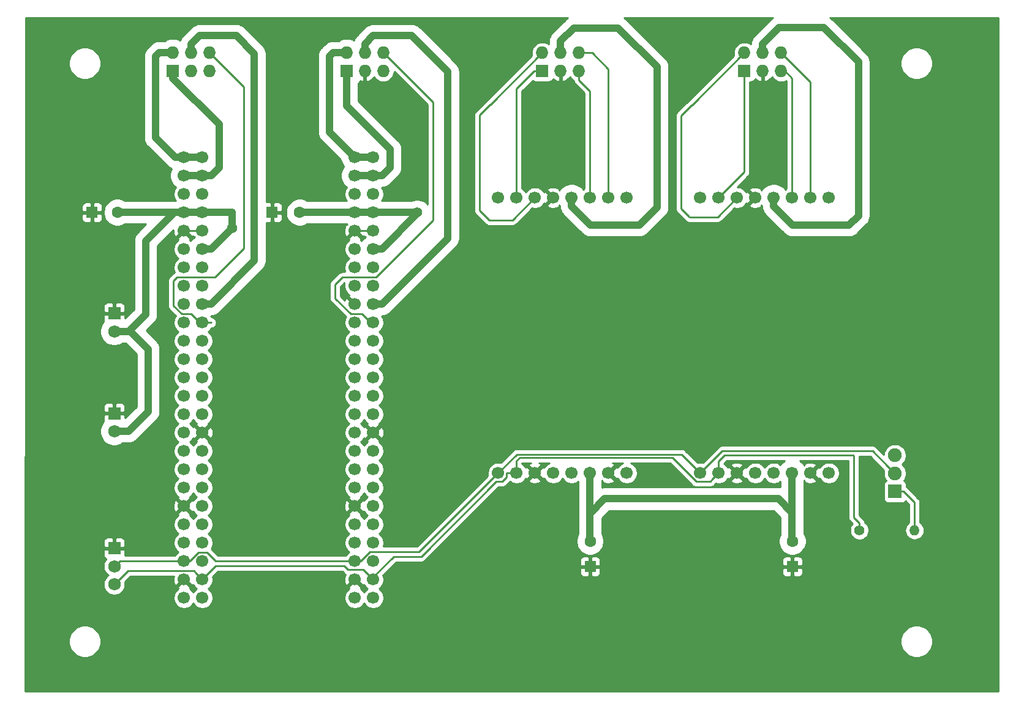
<source format=gbr>
G04 #@! TF.GenerationSoftware,KiCad,Pcbnew,(5.1.2)-2*
G04 #@! TF.CreationDate,2022-11-28T14:44:13+09:00*
G04 #@! TF.ProjectId,Motor_MotherBoard,4d6f746f-725f-44d6-9f74-686572426f61,rev?*
G04 #@! TF.SameCoordinates,Original*
G04 #@! TF.FileFunction,Copper,L1,Top*
G04 #@! TF.FilePolarity,Positive*
%FSLAX46Y46*%
G04 Gerber Fmt 4.6, Leading zero omitted, Abs format (unit mm)*
G04 Created by KiCad (PCBNEW (5.1.2)-2) date 2022-11-28 14:44:14*
%MOMM*%
%LPD*%
G04 APERTURE LIST*
%ADD10C,1.750000*%
%ADD11R,1.750000X1.750000*%
%ADD12O,1.400000X1.400000*%
%ADD13C,1.400000*%
%ADD14C,1.600000*%
%ADD15R,1.600000X1.600000*%
%ADD16R,1.727200X1.727200*%
%ADD17O,1.727200X1.727200*%
%ADD18R,1.900000X1.900000*%
%ADD19C,1.900000*%
%ADD20C,1.700000*%
%ADD21C,0.600000*%
%ADD22C,0.250000*%
%ADD23C,1.000000*%
%ADD24C,0.254000*%
G04 APERTURE END LIST*
D10*
X44069000Y-75931400D03*
D11*
X44069000Y-73431400D03*
D12*
X154711400Y-89611200D03*
D13*
X147091400Y-89611200D03*
D14*
X44500000Y-45624000D03*
D15*
X41000000Y-45624000D03*
D14*
X109855000Y-91140400D03*
D15*
X109855000Y-94640400D03*
X65904000Y-45624000D03*
D14*
X69704000Y-45624000D03*
D15*
X137820400Y-94640400D03*
D14*
X137820400Y-91140400D03*
D16*
X52188000Y-26066000D03*
D17*
X52188000Y-23526000D03*
X54728000Y-26066000D03*
X54728000Y-23526000D03*
X57268000Y-26066000D03*
X57268000Y-23526000D03*
X81269000Y-23526000D03*
X81269000Y-26066000D03*
X78729000Y-23526000D03*
X78729000Y-26066000D03*
X76189000Y-23526000D03*
D16*
X76189000Y-26066000D03*
X103242000Y-26066000D03*
D17*
X103242000Y-23526000D03*
X105782000Y-26066000D03*
X105782000Y-23526000D03*
X108322000Y-26066000D03*
X108322000Y-23526000D03*
X136262000Y-23526000D03*
X136262000Y-26066000D03*
X133722000Y-23526000D03*
X133722000Y-26066000D03*
X131182000Y-23526000D03*
D16*
X131182000Y-26066000D03*
D11*
X44069000Y-92094000D03*
D10*
X44069000Y-94594000D03*
X44069000Y-97094000D03*
D11*
X44069000Y-59582000D03*
D10*
X44069000Y-62082000D03*
D18*
X152000000Y-84250000D03*
D19*
X152000000Y-81750000D03*
X152000000Y-79250000D03*
D20*
X56252000Y-38004000D03*
X53712000Y-38004000D03*
X56252000Y-40544000D03*
X53712000Y-40544000D03*
X56252000Y-43084000D03*
X53712000Y-43084000D03*
X56252000Y-45624000D03*
X53712000Y-45624000D03*
X56252000Y-48164000D03*
X53712000Y-48164000D03*
X56252000Y-50704000D03*
X53712000Y-50704000D03*
X56252000Y-53244000D03*
X53712000Y-53244000D03*
X56252000Y-55784000D03*
X53712000Y-55784000D03*
X56252000Y-58324000D03*
X53712000Y-58324000D03*
X56252000Y-60864000D03*
X53712000Y-60864000D03*
X56252000Y-63404000D03*
X53712000Y-63404000D03*
X56252000Y-65944000D03*
X53712000Y-65944000D03*
X56252000Y-68484000D03*
X53712000Y-68484000D03*
X56252000Y-71024000D03*
X53712000Y-71024000D03*
X56252000Y-73564000D03*
X53712000Y-73564000D03*
X56252000Y-76104000D03*
X53712000Y-76104000D03*
X56252000Y-78644000D03*
X53712000Y-78644000D03*
X56252000Y-81184000D03*
X53712000Y-81184000D03*
X56252000Y-83724000D03*
X53712000Y-83724000D03*
X56252000Y-86264000D03*
X53712000Y-86264000D03*
X56252000Y-88804000D03*
X53712000Y-88804000D03*
X56252000Y-91344000D03*
X53712000Y-91344000D03*
X56252000Y-93884000D03*
X53712000Y-93884000D03*
X56252000Y-96424000D03*
X53712000Y-96424000D03*
X56252000Y-98964000D03*
X53712000Y-98964000D03*
X77334000Y-98964000D03*
X79874000Y-98964000D03*
X77334000Y-96424000D03*
X79874000Y-96424000D03*
X77334000Y-93884000D03*
X79874000Y-93884000D03*
X77334000Y-91344000D03*
X79874000Y-91344000D03*
X77334000Y-88804000D03*
X79874000Y-88804000D03*
X77334000Y-86264000D03*
X79874000Y-86264000D03*
X77334000Y-83724000D03*
X79874000Y-83724000D03*
X77334000Y-81184000D03*
X79874000Y-81184000D03*
X77334000Y-78644000D03*
X79874000Y-78644000D03*
X77334000Y-76104000D03*
X79874000Y-76104000D03*
X77334000Y-73564000D03*
X79874000Y-73564000D03*
X77334000Y-71024000D03*
X79874000Y-71024000D03*
X77334000Y-68484000D03*
X79874000Y-68484000D03*
X77334000Y-65944000D03*
X79874000Y-65944000D03*
X77334000Y-63404000D03*
X79874000Y-63404000D03*
X77334000Y-60864000D03*
X79874000Y-60864000D03*
X77334000Y-58324000D03*
X79874000Y-58324000D03*
X77334000Y-55784000D03*
X79874000Y-55784000D03*
X77334000Y-53244000D03*
X79874000Y-53244000D03*
X77334000Y-50704000D03*
X79874000Y-50704000D03*
X77334000Y-48164000D03*
X79874000Y-48164000D03*
X77334000Y-45624000D03*
X79874000Y-45624000D03*
X77334000Y-43084000D03*
X79874000Y-43084000D03*
X77334000Y-40544000D03*
X79874000Y-40544000D03*
X77334000Y-38004000D03*
X79874000Y-38004000D03*
X142866000Y-43592000D03*
X142866000Y-81692000D03*
X140326000Y-43592000D03*
X140326000Y-81692000D03*
X137786000Y-43592000D03*
X137786000Y-81692000D03*
X135246000Y-43592000D03*
X135246000Y-81692000D03*
X132706000Y-43592000D03*
X132706000Y-81692000D03*
X130166000Y-43592000D03*
X130166000Y-81692000D03*
X127626000Y-43592000D03*
X127626000Y-81692000D03*
X125086000Y-43592000D03*
X125086000Y-81692000D03*
X97146000Y-81692000D03*
X97146000Y-43592000D03*
X99686000Y-81692000D03*
X99686000Y-43592000D03*
X102226000Y-81692000D03*
X102226000Y-43592000D03*
X104766000Y-81692000D03*
X104766000Y-43592000D03*
X107306000Y-81692000D03*
X107306000Y-43592000D03*
X109846000Y-81692000D03*
X109846000Y-43592000D03*
X112386000Y-81692000D03*
X112386000Y-43592000D03*
X114926000Y-81692000D03*
X114926000Y-43592000D03*
D21*
X103225600Y-32715200D03*
X103225600Y-37084000D03*
X106756200Y-37084000D03*
X106756200Y-32664400D03*
X134620000Y-37007800D03*
X134670800Y-32588200D03*
X80289400Y-28956000D03*
X86410800Y-37134800D03*
X86461600Y-32537400D03*
X86461600Y-42291000D03*
D13*
X85922600Y-45624000D03*
X60353979Y-47804098D03*
D22*
X55049919Y-48164000D02*
X53712000Y-48164000D01*
X56252000Y-48164000D02*
X55049919Y-48164000D01*
X78671919Y-48164000D02*
X77334000Y-48164000D01*
X79874000Y-48164000D02*
X78671919Y-48164000D01*
D23*
X69704000Y-45624000D02*
X77334000Y-45624000D01*
X137786000Y-91106000D02*
X137820400Y-91140400D01*
X109846000Y-91131400D02*
X109855000Y-91140400D01*
X53712000Y-45624000D02*
X56252000Y-45624000D01*
X46080002Y-62082000D02*
X48437800Y-59724202D01*
X44130000Y-62082000D02*
X46080002Y-62082000D01*
X52216800Y-45782800D02*
X52216800Y-45624000D01*
X48437800Y-49561800D02*
X52216800Y-45782800D01*
X48437800Y-59724202D02*
X48437800Y-49561800D01*
X44500000Y-45624000D02*
X52216800Y-45624000D01*
X52216800Y-45624000D02*
X53712000Y-45624000D01*
X109846000Y-81692000D02*
X109846000Y-81365200D01*
X81076081Y-50704000D02*
X79874000Y-50704000D01*
X86055200Y-45724881D02*
X81076081Y-50704000D01*
X86055200Y-45669200D02*
X86055200Y-45724881D01*
X79874000Y-45624000D02*
X85922600Y-45624000D01*
X86010000Y-45624000D02*
X86055200Y-45669200D01*
X85922600Y-45624000D02*
X86010000Y-45624000D01*
X44069000Y-62082000D02*
X46308600Y-62082000D01*
X46308600Y-62082000D02*
X48768000Y-64541400D01*
X45306436Y-75931400D02*
X44069000Y-75931400D01*
X46019002Y-75931400D02*
X45306436Y-75931400D01*
X48768000Y-73182402D02*
X46019002Y-75931400D01*
X48768000Y-64541400D02*
X48768000Y-73182402D01*
X60353979Y-45624000D02*
X56252000Y-45624000D01*
X60325591Y-47832490D02*
X60325591Y-47832486D01*
X57454081Y-50704000D02*
X60325591Y-47832490D01*
X56252000Y-50704000D02*
X57454081Y-50704000D01*
X60353979Y-47804098D02*
X60353979Y-47804098D01*
X60325591Y-47832486D02*
X60353979Y-47804098D01*
X60353979Y-47804098D02*
X60353979Y-45624000D01*
X109846000Y-87265400D02*
X109864000Y-87265400D01*
X109846000Y-87265400D02*
X109846000Y-91131400D01*
X109846000Y-81692000D02*
X109846000Y-87265400D01*
X109864000Y-87265400D02*
X111861600Y-85267800D01*
X135890000Y-85267800D02*
X137786000Y-87163800D01*
X111861600Y-85267800D02*
X135890000Y-85267800D01*
X137786000Y-81692000D02*
X137786000Y-87163800D01*
X137786000Y-87163800D02*
X137786000Y-91106000D01*
X77334000Y-45624000D02*
X79874000Y-45624000D01*
X53712000Y-40544000D02*
X56252000Y-40544000D01*
X57454081Y-40544000D02*
X56252000Y-40544000D01*
X58602001Y-39396080D02*
X57454081Y-40544000D01*
X58602001Y-33438131D02*
X58602001Y-39396080D01*
X52188000Y-27024130D02*
X58602001Y-33438131D01*
X52188000Y-26066000D02*
X52188000Y-27024130D01*
X56252000Y-38004000D02*
X53712000Y-38004000D01*
X50966686Y-23526000D02*
X52188000Y-23526000D01*
X50300798Y-23526000D02*
X50966686Y-23526000D01*
X49784000Y-24042798D02*
X50300798Y-23526000D01*
X49784000Y-35278081D02*
X49784000Y-24042798D01*
X52509919Y-38004000D02*
X49784000Y-35278081D01*
X53712000Y-38004000D02*
X52509919Y-38004000D01*
X54728000Y-23526000D02*
X54728000Y-22304686D01*
X63449200Y-23647400D02*
X63449200Y-52328881D01*
X55870287Y-21162399D02*
X60964199Y-21162399D01*
X57454081Y-58324000D02*
X56252000Y-58324000D01*
X63449200Y-52328881D02*
X57454081Y-58324000D01*
X60964199Y-21162399D02*
X63449200Y-23647400D01*
X54728000Y-22304686D02*
X55870287Y-21162399D01*
D22*
X57454081Y-60864000D02*
X56252000Y-60864000D01*
X52247800Y-55067200D02*
X52247800Y-58547000D01*
X52247800Y-58547000D02*
X53389799Y-59688999D01*
X52706001Y-54608999D02*
X52247800Y-55067200D01*
X53389799Y-59688999D02*
X54693997Y-59688999D01*
X55868998Y-60864000D02*
X56252000Y-60864000D01*
X54693997Y-59688999D02*
X55868998Y-60864000D01*
X57963801Y-54608999D02*
X52706001Y-54608999D01*
X61950600Y-50622200D02*
X57963801Y-54608999D01*
X61950600Y-28208600D02*
X61950600Y-50622200D01*
X57268000Y-23526000D02*
X61950600Y-28208600D01*
X78315997Y-59688999D02*
X79490998Y-60864000D01*
X74599800Y-57518800D02*
X76769999Y-59688999D01*
X79490998Y-60864000D02*
X79874000Y-60864000D01*
X74599800Y-55575200D02*
X74599800Y-57518800D01*
X76769999Y-59688999D02*
X78315997Y-59688999D01*
X75566001Y-54608999D02*
X74599800Y-55575200D01*
X86012802Y-48844200D02*
X80248003Y-54608999D01*
X80248003Y-54608999D02*
X75566001Y-54608999D01*
X88112600Y-46744402D02*
X86012802Y-48844200D01*
X81269000Y-23526000D02*
X88112600Y-30369600D01*
X88112600Y-30369600D02*
X88112600Y-46744402D01*
D23*
X86258400Y-53141681D02*
X86258400Y-53141681D01*
X86258400Y-53141681D02*
X86258400Y-53141681D01*
X81076081Y-58324000D02*
X79874000Y-58324000D01*
X78729000Y-23526000D02*
X78729000Y-22304686D01*
X85195799Y-21162399D02*
X90195400Y-26162000D01*
X79871287Y-21162399D02*
X85195799Y-21162399D01*
X90195400Y-26162000D02*
X90195400Y-49204681D01*
X78729000Y-22304686D02*
X79871287Y-21162399D01*
X90195400Y-49204681D02*
X81076081Y-58324000D01*
X76484001Y-37154001D02*
X77334000Y-38004000D01*
X73825399Y-34495399D02*
X76484001Y-37154001D01*
X73825399Y-24002399D02*
X73825399Y-34495399D01*
X74301798Y-23526000D02*
X73825399Y-24002399D01*
X76189000Y-23526000D02*
X74301798Y-23526000D01*
X77334000Y-38004000D02*
X79874000Y-38004000D01*
X81076081Y-40544000D02*
X79874000Y-40544000D01*
X82224001Y-39396080D02*
X81076081Y-40544000D01*
X82224001Y-36875999D02*
X82224001Y-39396080D01*
X76189000Y-30840998D02*
X82224001Y-36875999D01*
X76189000Y-26066000D02*
X76189000Y-30840998D01*
X77334000Y-40544000D02*
X79874000Y-40544000D01*
D22*
X102128400Y-26066000D02*
X103242000Y-26066000D01*
X99686000Y-28508400D02*
X102128400Y-26066000D01*
X99686000Y-43592000D02*
X99686000Y-28508400D01*
X99132800Y-46685200D02*
X102226000Y-43592000D01*
X103242000Y-23526000D02*
X96062800Y-30705200D01*
X96040800Y-30705200D02*
X94589600Y-32156400D01*
X96062800Y-30705200D02*
X96040800Y-30705200D01*
X94589600Y-32156400D02*
X94589600Y-45364400D01*
X94589600Y-45364400D02*
X95910400Y-46685200D01*
X95910400Y-46685200D02*
X99132800Y-46685200D01*
D23*
X105782000Y-23526000D02*
X105782000Y-21903800D01*
X105782000Y-21903800D02*
X107594400Y-20091400D01*
X107594400Y-20091400D02*
X113741200Y-20091400D01*
X113741200Y-20091400D02*
X119100600Y-25450800D01*
X119100600Y-25450800D02*
X119100600Y-44932600D01*
X119100600Y-44932600D02*
X116636800Y-47396400D01*
X107306000Y-44794081D02*
X107306000Y-43592000D01*
X109908319Y-47396400D02*
X107306000Y-44794081D01*
X116636800Y-47396400D02*
X109908319Y-47396400D01*
D22*
X109846000Y-42389919D02*
X109846000Y-43592000D01*
X109846000Y-28811314D02*
X109846000Y-42389919D01*
X108322000Y-27287314D02*
X109846000Y-28811314D01*
X108322000Y-26066000D02*
X108322000Y-27287314D01*
X108322000Y-23526000D02*
X110140000Y-23526000D01*
X112386000Y-25772000D02*
X112386000Y-43592000D01*
X110140000Y-23526000D02*
X112386000Y-25772000D01*
X140326000Y-27590000D02*
X140326000Y-43592000D01*
X136262000Y-23526000D02*
X140326000Y-27590000D01*
X137786000Y-42389919D02*
X137786000Y-43592000D01*
X137786000Y-27042000D02*
X137786000Y-42389919D01*
X136262000Y-26066000D02*
X136810000Y-26066000D01*
X136810000Y-26066000D02*
X137786000Y-27042000D01*
D23*
X135246000Y-44794081D02*
X135246000Y-43592000D01*
X137848319Y-47396400D02*
X135246000Y-44794081D01*
X145618200Y-47396400D02*
X137848319Y-47396400D01*
X133722000Y-23526000D02*
X133722000Y-22304686D01*
X135960686Y-20066000D02*
X142189200Y-20066000D01*
X133722000Y-22304686D02*
X135960686Y-20066000D01*
X146939000Y-24815800D02*
X146939000Y-46075600D01*
X142189200Y-20066000D02*
X146939000Y-24815800D01*
X146939000Y-46075600D02*
X145618200Y-47396400D01*
D22*
X122453400Y-45135800D02*
X123545600Y-46228000D01*
X122453400Y-32232600D02*
X122453400Y-45135800D01*
X123888999Y-30797001D02*
X122453400Y-32232600D01*
X131182000Y-23526000D02*
X123910999Y-30797001D01*
X123910999Y-30797001D02*
X123888999Y-30797001D01*
X127504600Y-46253400D02*
X130166000Y-43592000D01*
X123571000Y-46253400D02*
X127504600Y-46253400D01*
X131182000Y-40036000D02*
X127626000Y-43592000D01*
X131182000Y-26066000D02*
X131182000Y-40036000D01*
X154711400Y-88621251D02*
X154711400Y-89611200D01*
X154711400Y-85761400D02*
X154711400Y-88621251D01*
X153200000Y-84250000D02*
X154711400Y-85761400D01*
X152000000Y-84250000D02*
X153200000Y-84250000D01*
X44840000Y-93884000D02*
X44130000Y-94594000D01*
X53712000Y-93884000D02*
X44840000Y-93884000D01*
X96296001Y-82541999D02*
X97146000Y-81692000D01*
X86229600Y-92608400D02*
X96296001Y-82541999D01*
X79410598Y-92608400D02*
X86229600Y-92608400D01*
X78134998Y-93884000D02*
X79410598Y-92608400D01*
X77334000Y-93884000D02*
X78134998Y-93884000D01*
X124236001Y-80842001D02*
X125086000Y-81692000D01*
X122494182Y-79100182D02*
X124236001Y-80842001D01*
X99737818Y-79100182D02*
X122494182Y-79100182D01*
X97146000Y-81692000D02*
X99737818Y-79100182D01*
X151050001Y-80800001D02*
X152000000Y-81750000D01*
X148888400Y-78638400D02*
X151050001Y-80800001D01*
X125086000Y-81692000D02*
X128139600Y-78638400D01*
X128139600Y-78638400D02*
X148888400Y-78638400D01*
X58070000Y-93884000D02*
X77334000Y-93884000D01*
X56894999Y-92708999D02*
X58070000Y-93884000D01*
X55687999Y-92708999D02*
X56894999Y-92708999D01*
X53712000Y-93884000D02*
X54512998Y-93884000D01*
X54512998Y-93884000D02*
X55687999Y-92708999D01*
X55402001Y-95574001D02*
X56252000Y-96424000D01*
X55076999Y-95248999D02*
X55402001Y-95574001D01*
X53147999Y-95248999D02*
X55076999Y-95248999D01*
X53146998Y-95250000D02*
X53147999Y-95248999D01*
X44130000Y-97094000D02*
X45974000Y-95250000D01*
X45974000Y-95250000D02*
X53146998Y-95250000D01*
X78522200Y-95072200D02*
X79874000Y-96424000D01*
X76403200Y-95072200D02*
X78522200Y-95072200D01*
X75895200Y-94564200D02*
X76403200Y-95072200D01*
X56252000Y-96424000D02*
X58111800Y-94564200D01*
X58111800Y-94564200D02*
X75895200Y-94564200D01*
X98321001Y-81692000D02*
X99686000Y-81692000D01*
X98321001Y-82256001D02*
X98321001Y-81692000D01*
X79874000Y-96097200D02*
X82702400Y-93268800D01*
X79874000Y-96424000D02*
X79874000Y-96097200D01*
X82702400Y-93268800D02*
X86487000Y-93268800D01*
X86487000Y-93268800D02*
X96888799Y-82867001D01*
X96888799Y-82867001D02*
X97710001Y-82867001D01*
X97710001Y-82867001D02*
X98321001Y-82256001D01*
X126776001Y-82541999D02*
X127626000Y-81692000D01*
X99686000Y-79993600D02*
X100129408Y-79550192D01*
X99686000Y-81692000D02*
X99686000Y-79993600D01*
X100129408Y-79550192D02*
X121205190Y-79550192D01*
X121205190Y-79550192D02*
X124521999Y-82867001D01*
X124521999Y-82867001D02*
X126450999Y-82867001D01*
X126450999Y-82867001D02*
X126776001Y-82541999D01*
X127626000Y-80069800D02*
X128447800Y-79248000D01*
X127626000Y-81692000D02*
X127626000Y-80069800D01*
X147091400Y-88621251D02*
X146304000Y-87833851D01*
X147091400Y-89611200D02*
X147091400Y-88621251D01*
X146304000Y-79324200D02*
X146227800Y-79248000D01*
X146304000Y-87833851D02*
X146304000Y-79324200D01*
X128447800Y-79248000D02*
X146227800Y-79248000D01*
D24*
G36*
X166319200Y-111887000D02*
G01*
X31775469Y-111887000D01*
X31779331Y-104779872D01*
X37765000Y-104779872D01*
X37765000Y-105220128D01*
X37850890Y-105651925D01*
X38019369Y-106058669D01*
X38263962Y-106424729D01*
X38575271Y-106736038D01*
X38941331Y-106980631D01*
X39348075Y-107149110D01*
X39779872Y-107235000D01*
X40220128Y-107235000D01*
X40651925Y-107149110D01*
X41058669Y-106980631D01*
X41424729Y-106736038D01*
X41736038Y-106424729D01*
X41980631Y-106058669D01*
X42149110Y-105651925D01*
X42235000Y-105220128D01*
X42235000Y-104779872D01*
X152765000Y-104779872D01*
X152765000Y-105220128D01*
X152850890Y-105651925D01*
X153019369Y-106058669D01*
X153263962Y-106424729D01*
X153575271Y-106736038D01*
X153941331Y-106980631D01*
X154348075Y-107149110D01*
X154779872Y-107235000D01*
X155220128Y-107235000D01*
X155651925Y-107149110D01*
X156058669Y-106980631D01*
X156424729Y-106736038D01*
X156736038Y-106424729D01*
X156980631Y-106058669D01*
X157149110Y-105651925D01*
X157235000Y-105220128D01*
X157235000Y-104779872D01*
X157149110Y-104348075D01*
X156980631Y-103941331D01*
X156736038Y-103575271D01*
X156424729Y-103263962D01*
X156058669Y-103019369D01*
X155651925Y-102850890D01*
X155220128Y-102765000D01*
X154779872Y-102765000D01*
X154348075Y-102850890D01*
X153941331Y-103019369D01*
X153575271Y-103263962D01*
X153263962Y-103575271D01*
X153019369Y-103941331D01*
X152850890Y-104348075D01*
X152765000Y-104779872D01*
X42235000Y-104779872D01*
X42149110Y-104348075D01*
X41980631Y-103941331D01*
X41736038Y-103575271D01*
X41424729Y-103263962D01*
X41058669Y-103019369D01*
X40651925Y-102850890D01*
X40220128Y-102765000D01*
X39779872Y-102765000D01*
X39348075Y-102850890D01*
X38941331Y-103019369D01*
X38575271Y-103263962D01*
X38263962Y-103575271D01*
X38019369Y-103941331D01*
X37850890Y-104348075D01*
X37765000Y-104779872D01*
X31779331Y-104779872D01*
X31786700Y-91219000D01*
X42555928Y-91219000D01*
X42559000Y-91808250D01*
X42717750Y-91967000D01*
X43942000Y-91967000D01*
X43942000Y-90742750D01*
X44196000Y-90742750D01*
X44196000Y-91967000D01*
X45420250Y-91967000D01*
X45579000Y-91808250D01*
X45582072Y-91219000D01*
X45569812Y-91094518D01*
X45533502Y-90974820D01*
X45474537Y-90864506D01*
X45395185Y-90767815D01*
X45298494Y-90688463D01*
X45188180Y-90629498D01*
X45068482Y-90593188D01*
X44944000Y-90580928D01*
X44354750Y-90584000D01*
X44196000Y-90742750D01*
X43942000Y-90742750D01*
X43783250Y-90584000D01*
X43194000Y-90580928D01*
X43069518Y-90593188D01*
X42949820Y-90629498D01*
X42839506Y-90688463D01*
X42742815Y-90767815D01*
X42663463Y-90864506D01*
X42604498Y-90974820D01*
X42568188Y-91094518D01*
X42555928Y-91219000D01*
X31786700Y-91219000D01*
X31789355Y-86332531D01*
X52221389Y-86332531D01*
X52263401Y-86622019D01*
X52361081Y-86897747D01*
X52434528Y-87035157D01*
X52683603Y-87112792D01*
X53532395Y-86264000D01*
X52683603Y-85415208D01*
X52434528Y-85492843D01*
X52308629Y-85756883D01*
X52236661Y-86040411D01*
X52221389Y-86332531D01*
X31789355Y-86332531D01*
X31796842Y-72556400D01*
X42555928Y-72556400D01*
X42559000Y-73145650D01*
X42717750Y-73304400D01*
X43942000Y-73304400D01*
X43942000Y-72080150D01*
X44196000Y-72080150D01*
X44196000Y-73304400D01*
X45420250Y-73304400D01*
X45579000Y-73145650D01*
X45582072Y-72556400D01*
X45569812Y-72431918D01*
X45533502Y-72312220D01*
X45474537Y-72201906D01*
X45395185Y-72105215D01*
X45298494Y-72025863D01*
X45188180Y-71966898D01*
X45068482Y-71930588D01*
X44944000Y-71918328D01*
X44354750Y-71921400D01*
X44196000Y-72080150D01*
X43942000Y-72080150D01*
X43783250Y-71921400D01*
X43194000Y-71918328D01*
X43069518Y-71930588D01*
X42949820Y-71966898D01*
X42839506Y-72025863D01*
X42742815Y-72105215D01*
X42663463Y-72201906D01*
X42604498Y-72312220D01*
X42568188Y-72431918D01*
X42555928Y-72556400D01*
X31796842Y-72556400D01*
X31802642Y-61884820D01*
X42067000Y-61884820D01*
X42067000Y-62279180D01*
X42143936Y-62665962D01*
X42294850Y-63030303D01*
X42513945Y-63358201D01*
X42792799Y-63637055D01*
X43120697Y-63856150D01*
X43485038Y-64007064D01*
X43871820Y-64084000D01*
X44266180Y-64084000D01*
X44652962Y-64007064D01*
X45017303Y-63856150D01*
X45237528Y-63709000D01*
X45634675Y-63709000D01*
X47141000Y-65215326D01*
X47141001Y-72508475D01*
X45580832Y-74068644D01*
X45579000Y-73717150D01*
X45420250Y-73558400D01*
X44196000Y-73558400D01*
X44196000Y-73578400D01*
X43942000Y-73578400D01*
X43942000Y-73558400D01*
X42717750Y-73558400D01*
X42559000Y-73717150D01*
X42555928Y-74306400D01*
X42568188Y-74430882D01*
X42604498Y-74550580D01*
X42609398Y-74559746D01*
X42513945Y-74655199D01*
X42294850Y-74983097D01*
X42143936Y-75347438D01*
X42067000Y-75734220D01*
X42067000Y-76128580D01*
X42143936Y-76515362D01*
X42294850Y-76879703D01*
X42513945Y-77207601D01*
X42792799Y-77486455D01*
X43120697Y-77705550D01*
X43485038Y-77856464D01*
X43871820Y-77933400D01*
X44266180Y-77933400D01*
X44652962Y-77856464D01*
X45017303Y-77705550D01*
X45237528Y-77558400D01*
X45939088Y-77558400D01*
X46019002Y-77566271D01*
X46098916Y-77558400D01*
X46098927Y-77558400D01*
X46337950Y-77534858D01*
X46644640Y-77441825D01*
X46927288Y-77290746D01*
X47175031Y-77087429D01*
X47225981Y-77025346D01*
X49861951Y-74389377D01*
X49924029Y-74338431D01*
X49974975Y-74276353D01*
X49974978Y-74276350D01*
X50127346Y-74090688D01*
X50278424Y-73808042D01*
X50278425Y-73808040D01*
X50371458Y-73501350D01*
X50395000Y-73262327D01*
X50395000Y-73262317D01*
X50402871Y-73182403D01*
X50395000Y-73102488D01*
X50395000Y-64621325D01*
X50402872Y-64541400D01*
X50371458Y-64222452D01*
X50278425Y-63915763D01*
X50278425Y-63915762D01*
X50127346Y-63633114D01*
X49974978Y-63447452D01*
X49974975Y-63447449D01*
X49924029Y-63385371D01*
X49861952Y-63334426D01*
X48495226Y-61967701D01*
X49531752Y-60931176D01*
X49593829Y-60880231D01*
X49644775Y-60818153D01*
X49644778Y-60818150D01*
X49797146Y-60632488D01*
X49853560Y-60526945D01*
X49948225Y-60349840D01*
X50041258Y-60043150D01*
X50064800Y-59804127D01*
X50064800Y-59804119D01*
X50072671Y-59724202D01*
X50064800Y-59644285D01*
X50064800Y-50235725D01*
X52229851Y-48070675D01*
X52221389Y-48232531D01*
X52263401Y-48522019D01*
X52361081Y-48797747D01*
X52434528Y-48935157D01*
X52683603Y-49012792D01*
X53532395Y-48164000D01*
X53518253Y-48149858D01*
X53697858Y-47970253D01*
X53712000Y-47984395D01*
X53726143Y-47970253D01*
X53905748Y-48149858D01*
X53891605Y-48164000D01*
X54740397Y-49012792D01*
X54982000Y-48937486D01*
X55223601Y-49012791D01*
X55221657Y-49014735D01*
X54991736Y-49168364D01*
X54716364Y-49443736D01*
X54649214Y-49544232D01*
X54485271Y-49434689D01*
X54560792Y-49192397D01*
X53712000Y-48343605D01*
X52863208Y-49192397D01*
X52938729Y-49434689D01*
X52765368Y-49550525D01*
X52558525Y-49757368D01*
X52396010Y-50000589D01*
X52284068Y-50270842D01*
X52227000Y-50557740D01*
X52227000Y-50850260D01*
X52284068Y-51137158D01*
X52396010Y-51407411D01*
X52558525Y-51650632D01*
X52765368Y-51857475D01*
X52939760Y-51974000D01*
X52765368Y-52090525D01*
X52558525Y-52297368D01*
X52396010Y-52540589D01*
X52284068Y-52810842D01*
X52227000Y-53097740D01*
X52227000Y-53390260D01*
X52284068Y-53677158D01*
X52384319Y-53919186D01*
X52281724Y-53974025D01*
X52239147Y-54008968D01*
X52166000Y-54068998D01*
X52142197Y-54098002D01*
X51736803Y-54503396D01*
X51707799Y-54527199D01*
X51652671Y-54594374D01*
X51612826Y-54642924D01*
X51597321Y-54671932D01*
X51542254Y-54774954D01*
X51498797Y-54918215D01*
X51487800Y-55029868D01*
X51487800Y-55029878D01*
X51484124Y-55067200D01*
X51487800Y-55104523D01*
X51487801Y-58509668D01*
X51484124Y-58547000D01*
X51498798Y-58695985D01*
X51542254Y-58839246D01*
X51612826Y-58971276D01*
X51622820Y-58983453D01*
X51707800Y-59087001D01*
X51736798Y-59110799D01*
X52552453Y-59926455D01*
X52396010Y-60160589D01*
X52284068Y-60430842D01*
X52227000Y-60717740D01*
X52227000Y-61010260D01*
X52284068Y-61297158D01*
X52396010Y-61567411D01*
X52558525Y-61810632D01*
X52765368Y-62017475D01*
X52939760Y-62134000D01*
X52765368Y-62250525D01*
X52558525Y-62457368D01*
X52396010Y-62700589D01*
X52284068Y-62970842D01*
X52227000Y-63257740D01*
X52227000Y-63550260D01*
X52284068Y-63837158D01*
X52396010Y-64107411D01*
X52558525Y-64350632D01*
X52765368Y-64557475D01*
X52939760Y-64674000D01*
X52765368Y-64790525D01*
X52558525Y-64997368D01*
X52396010Y-65240589D01*
X52284068Y-65510842D01*
X52227000Y-65797740D01*
X52227000Y-66090260D01*
X52284068Y-66377158D01*
X52396010Y-66647411D01*
X52558525Y-66890632D01*
X52765368Y-67097475D01*
X52939760Y-67214000D01*
X52765368Y-67330525D01*
X52558525Y-67537368D01*
X52396010Y-67780589D01*
X52284068Y-68050842D01*
X52227000Y-68337740D01*
X52227000Y-68630260D01*
X52284068Y-68917158D01*
X52396010Y-69187411D01*
X52558525Y-69430632D01*
X52765368Y-69637475D01*
X52939760Y-69754000D01*
X52765368Y-69870525D01*
X52558525Y-70077368D01*
X52396010Y-70320589D01*
X52284068Y-70590842D01*
X52227000Y-70877740D01*
X52227000Y-71170260D01*
X52284068Y-71457158D01*
X52396010Y-71727411D01*
X52558525Y-71970632D01*
X52765368Y-72177475D01*
X52939760Y-72294000D01*
X52765368Y-72410525D01*
X52558525Y-72617368D01*
X52396010Y-72860589D01*
X52284068Y-73130842D01*
X52227000Y-73417740D01*
X52227000Y-73710260D01*
X52284068Y-73997158D01*
X52396010Y-74267411D01*
X52558525Y-74510632D01*
X52765368Y-74717475D01*
X52939760Y-74834000D01*
X52765368Y-74950525D01*
X52558525Y-75157368D01*
X52396010Y-75400589D01*
X52284068Y-75670842D01*
X52227000Y-75957740D01*
X52227000Y-76250260D01*
X52284068Y-76537158D01*
X52396010Y-76807411D01*
X52558525Y-77050632D01*
X52765368Y-77257475D01*
X52939760Y-77374000D01*
X52765368Y-77490525D01*
X52558525Y-77697368D01*
X52396010Y-77940589D01*
X52284068Y-78210842D01*
X52227000Y-78497740D01*
X52227000Y-78790260D01*
X52284068Y-79077158D01*
X52396010Y-79347411D01*
X52558525Y-79590632D01*
X52765368Y-79797475D01*
X52939760Y-79914000D01*
X52765368Y-80030525D01*
X52558525Y-80237368D01*
X52396010Y-80480589D01*
X52284068Y-80750842D01*
X52227000Y-81037740D01*
X52227000Y-81330260D01*
X52284068Y-81617158D01*
X52396010Y-81887411D01*
X52558525Y-82130632D01*
X52765368Y-82337475D01*
X52939760Y-82454000D01*
X52765368Y-82570525D01*
X52558525Y-82777368D01*
X52396010Y-83020589D01*
X52284068Y-83290842D01*
X52227000Y-83577740D01*
X52227000Y-83870260D01*
X52284068Y-84157158D01*
X52396010Y-84427411D01*
X52558525Y-84670632D01*
X52765368Y-84877475D01*
X52938729Y-84993311D01*
X52863208Y-85235603D01*
X53712000Y-86084395D01*
X54560792Y-85235603D01*
X54485271Y-84993311D01*
X54658632Y-84877475D01*
X54865475Y-84670632D01*
X54982000Y-84496240D01*
X55098525Y-84670632D01*
X55305368Y-84877475D01*
X55479760Y-84994000D01*
X55305368Y-85110525D01*
X55098525Y-85317368D01*
X54982689Y-85490729D01*
X54740397Y-85415208D01*
X53891605Y-86264000D01*
X54740397Y-87112792D01*
X54982689Y-87037271D01*
X55098525Y-87210632D01*
X55305368Y-87417475D01*
X55479760Y-87534000D01*
X55305368Y-87650525D01*
X55098525Y-87857368D01*
X54982000Y-88031760D01*
X54865475Y-87857368D01*
X54658632Y-87650525D01*
X54485271Y-87534689D01*
X54560792Y-87292397D01*
X53712000Y-86443605D01*
X52863208Y-87292397D01*
X52938729Y-87534689D01*
X52765368Y-87650525D01*
X52558525Y-87857368D01*
X52396010Y-88100589D01*
X52284068Y-88370842D01*
X52227000Y-88657740D01*
X52227000Y-88950260D01*
X52284068Y-89237158D01*
X52396010Y-89507411D01*
X52558525Y-89750632D01*
X52765368Y-89957475D01*
X52939760Y-90074000D01*
X52765368Y-90190525D01*
X52558525Y-90397368D01*
X52396010Y-90640589D01*
X52284068Y-90910842D01*
X52227000Y-91197740D01*
X52227000Y-91490260D01*
X52284068Y-91777158D01*
X52396010Y-92047411D01*
X52558525Y-92290632D01*
X52765368Y-92497475D01*
X52939760Y-92614000D01*
X52765368Y-92730525D01*
X52558525Y-92937368D01*
X52433822Y-93124000D01*
X45560554Y-93124000D01*
X45569812Y-93093482D01*
X45582072Y-92969000D01*
X45579000Y-92379750D01*
X45420250Y-92221000D01*
X44196000Y-92221000D01*
X44196000Y-92241000D01*
X43942000Y-92241000D01*
X43942000Y-92221000D01*
X42717750Y-92221000D01*
X42559000Y-92379750D01*
X42555928Y-92969000D01*
X42568188Y-93093482D01*
X42604498Y-93213180D01*
X42663463Y-93323494D01*
X42742815Y-93420185D01*
X42839506Y-93499537D01*
X42949820Y-93558502D01*
X42964564Y-93562974D01*
X42896107Y-93631431D01*
X42730856Y-93878747D01*
X42617029Y-94153549D01*
X42559000Y-94445278D01*
X42559000Y-94742722D01*
X42617029Y-95034451D01*
X42730856Y-95309253D01*
X42896107Y-95556569D01*
X43106431Y-95766893D01*
X43221830Y-95844000D01*
X43106431Y-95921107D01*
X42896107Y-96131431D01*
X42730856Y-96378747D01*
X42617029Y-96653549D01*
X42559000Y-96945278D01*
X42559000Y-97242722D01*
X42617029Y-97534451D01*
X42730856Y-97809253D01*
X42896107Y-98056569D01*
X43106431Y-98266893D01*
X43353747Y-98432144D01*
X43628549Y-98545971D01*
X43920278Y-98604000D01*
X44217722Y-98604000D01*
X44509451Y-98545971D01*
X44784253Y-98432144D01*
X45031569Y-98266893D01*
X45241893Y-98056569D01*
X45407144Y-97809253D01*
X45520971Y-97534451D01*
X45579000Y-97242722D01*
X45579000Y-96945278D01*
X45541591Y-96757211D01*
X46288802Y-96010000D01*
X52284993Y-96010000D01*
X52236661Y-96200411D01*
X52221389Y-96492531D01*
X52263401Y-96782019D01*
X52361081Y-97057747D01*
X52434528Y-97195157D01*
X52683603Y-97272792D01*
X53532395Y-96424000D01*
X53518253Y-96409858D01*
X53697858Y-96230253D01*
X53712000Y-96244395D01*
X53726143Y-96230253D01*
X53905748Y-96409858D01*
X53891605Y-96424000D01*
X54740397Y-97272792D01*
X54982689Y-97197271D01*
X55098525Y-97370632D01*
X55305368Y-97577475D01*
X55479760Y-97694000D01*
X55305368Y-97810525D01*
X55098525Y-98017368D01*
X54982000Y-98191760D01*
X54865475Y-98017368D01*
X54658632Y-97810525D01*
X54485271Y-97694689D01*
X54560792Y-97452397D01*
X53712000Y-96603605D01*
X52863208Y-97452397D01*
X52938729Y-97694689D01*
X52765368Y-97810525D01*
X52558525Y-98017368D01*
X52396010Y-98260589D01*
X52284068Y-98530842D01*
X52227000Y-98817740D01*
X52227000Y-99110260D01*
X52284068Y-99397158D01*
X52396010Y-99667411D01*
X52558525Y-99910632D01*
X52765368Y-100117475D01*
X53008589Y-100279990D01*
X53278842Y-100391932D01*
X53565740Y-100449000D01*
X53858260Y-100449000D01*
X54145158Y-100391932D01*
X54415411Y-100279990D01*
X54658632Y-100117475D01*
X54865475Y-99910632D01*
X54982000Y-99736240D01*
X55098525Y-99910632D01*
X55305368Y-100117475D01*
X55548589Y-100279990D01*
X55818842Y-100391932D01*
X56105740Y-100449000D01*
X56398260Y-100449000D01*
X56685158Y-100391932D01*
X56955411Y-100279990D01*
X57198632Y-100117475D01*
X57405475Y-99910632D01*
X57567990Y-99667411D01*
X57679932Y-99397158D01*
X57737000Y-99110260D01*
X57737000Y-98817740D01*
X57679932Y-98530842D01*
X57567990Y-98260589D01*
X57405475Y-98017368D01*
X57198632Y-97810525D01*
X57024240Y-97694000D01*
X57198632Y-97577475D01*
X57405475Y-97370632D01*
X57567990Y-97127411D01*
X57679932Y-96857158D01*
X57737000Y-96570260D01*
X57737000Y-96277740D01*
X57693210Y-96057592D01*
X58426603Y-95324200D01*
X75580399Y-95324200D01*
X75839400Y-95583202D01*
X75863199Y-95612201D01*
X75978924Y-95707174D01*
X76020122Y-95729195D01*
X75930629Y-95916883D01*
X75858661Y-96200411D01*
X75843389Y-96492531D01*
X75885401Y-96782019D01*
X75983081Y-97057747D01*
X76056528Y-97195157D01*
X76305603Y-97272792D01*
X77154395Y-96424000D01*
X77140253Y-96409858D01*
X77319858Y-96230253D01*
X77334000Y-96244395D01*
X77348143Y-96230253D01*
X77527748Y-96409858D01*
X77513605Y-96424000D01*
X78362397Y-97272792D01*
X78604689Y-97197271D01*
X78720525Y-97370632D01*
X78927368Y-97577475D01*
X79101760Y-97694000D01*
X78927368Y-97810525D01*
X78720525Y-98017368D01*
X78604000Y-98191760D01*
X78487475Y-98017368D01*
X78280632Y-97810525D01*
X78107271Y-97694689D01*
X78182792Y-97452397D01*
X77334000Y-96603605D01*
X76485208Y-97452397D01*
X76560729Y-97694689D01*
X76387368Y-97810525D01*
X76180525Y-98017368D01*
X76018010Y-98260589D01*
X75906068Y-98530842D01*
X75849000Y-98817740D01*
X75849000Y-99110260D01*
X75906068Y-99397158D01*
X76018010Y-99667411D01*
X76180525Y-99910632D01*
X76387368Y-100117475D01*
X76630589Y-100279990D01*
X76900842Y-100391932D01*
X77187740Y-100449000D01*
X77480260Y-100449000D01*
X77767158Y-100391932D01*
X78037411Y-100279990D01*
X78280632Y-100117475D01*
X78487475Y-99910632D01*
X78604000Y-99736240D01*
X78720525Y-99910632D01*
X78927368Y-100117475D01*
X79170589Y-100279990D01*
X79440842Y-100391932D01*
X79727740Y-100449000D01*
X80020260Y-100449000D01*
X80307158Y-100391932D01*
X80577411Y-100279990D01*
X80820632Y-100117475D01*
X81027475Y-99910632D01*
X81189990Y-99667411D01*
X81301932Y-99397158D01*
X81359000Y-99110260D01*
X81359000Y-98817740D01*
X81301932Y-98530842D01*
X81189990Y-98260589D01*
X81027475Y-98017368D01*
X80820632Y-97810525D01*
X80646240Y-97694000D01*
X80820632Y-97577475D01*
X81027475Y-97370632D01*
X81189990Y-97127411D01*
X81301932Y-96857158D01*
X81359000Y-96570260D01*
X81359000Y-96277740D01*
X81301932Y-95990842D01*
X81229654Y-95816347D01*
X81605601Y-95440400D01*
X108416928Y-95440400D01*
X108429188Y-95564882D01*
X108465498Y-95684580D01*
X108524463Y-95794894D01*
X108603815Y-95891585D01*
X108700506Y-95970937D01*
X108810820Y-96029902D01*
X108930518Y-96066212D01*
X109055000Y-96078472D01*
X109569250Y-96075400D01*
X109728000Y-95916650D01*
X109728000Y-94767400D01*
X109982000Y-94767400D01*
X109982000Y-95916650D01*
X110140750Y-96075400D01*
X110655000Y-96078472D01*
X110779482Y-96066212D01*
X110899180Y-96029902D01*
X111009494Y-95970937D01*
X111106185Y-95891585D01*
X111185537Y-95794894D01*
X111244502Y-95684580D01*
X111280812Y-95564882D01*
X111293072Y-95440400D01*
X136382328Y-95440400D01*
X136394588Y-95564882D01*
X136430898Y-95684580D01*
X136489863Y-95794894D01*
X136569215Y-95891585D01*
X136665906Y-95970937D01*
X136776220Y-96029902D01*
X136895918Y-96066212D01*
X137020400Y-96078472D01*
X137534650Y-96075400D01*
X137693400Y-95916650D01*
X137693400Y-94767400D01*
X137947400Y-94767400D01*
X137947400Y-95916650D01*
X138106150Y-96075400D01*
X138620400Y-96078472D01*
X138744882Y-96066212D01*
X138864580Y-96029902D01*
X138974894Y-95970937D01*
X139071585Y-95891585D01*
X139150937Y-95794894D01*
X139209902Y-95684580D01*
X139246212Y-95564882D01*
X139258472Y-95440400D01*
X139255400Y-94926150D01*
X139096650Y-94767400D01*
X137947400Y-94767400D01*
X137693400Y-94767400D01*
X136544150Y-94767400D01*
X136385400Y-94926150D01*
X136382328Y-95440400D01*
X111293072Y-95440400D01*
X111290000Y-94926150D01*
X111131250Y-94767400D01*
X109982000Y-94767400D01*
X109728000Y-94767400D01*
X108578750Y-94767400D01*
X108420000Y-94926150D01*
X108416928Y-95440400D01*
X81605601Y-95440400D01*
X83017202Y-94028800D01*
X86449678Y-94028800D01*
X86487000Y-94032476D01*
X86524322Y-94028800D01*
X86524333Y-94028800D01*
X86635986Y-94017803D01*
X86779247Y-93974346D01*
X86911276Y-93903774D01*
X86988497Y-93840400D01*
X108416928Y-93840400D01*
X108420000Y-94354650D01*
X108578750Y-94513400D01*
X109728000Y-94513400D01*
X109728000Y-93364150D01*
X109982000Y-93364150D01*
X109982000Y-94513400D01*
X111131250Y-94513400D01*
X111290000Y-94354650D01*
X111293072Y-93840400D01*
X136382328Y-93840400D01*
X136385400Y-94354650D01*
X136544150Y-94513400D01*
X137693400Y-94513400D01*
X137693400Y-93364150D01*
X137947400Y-93364150D01*
X137947400Y-94513400D01*
X139096650Y-94513400D01*
X139255400Y-94354650D01*
X139258472Y-93840400D01*
X139246212Y-93715918D01*
X139209902Y-93596220D01*
X139150937Y-93485906D01*
X139071585Y-93389215D01*
X138974894Y-93309863D01*
X138864580Y-93250898D01*
X138744882Y-93214588D01*
X138620400Y-93202328D01*
X138106150Y-93205400D01*
X137947400Y-93364150D01*
X137693400Y-93364150D01*
X137534650Y-93205400D01*
X137020400Y-93202328D01*
X136895918Y-93214588D01*
X136776220Y-93250898D01*
X136665906Y-93309863D01*
X136569215Y-93389215D01*
X136489863Y-93485906D01*
X136430898Y-93596220D01*
X136394588Y-93715918D01*
X136382328Y-93840400D01*
X111293072Y-93840400D01*
X111280812Y-93715918D01*
X111244502Y-93596220D01*
X111185537Y-93485906D01*
X111106185Y-93389215D01*
X111009494Y-93309863D01*
X110899180Y-93250898D01*
X110779482Y-93214588D01*
X110655000Y-93202328D01*
X110140750Y-93205400D01*
X109982000Y-93364150D01*
X109728000Y-93364150D01*
X109569250Y-93205400D01*
X109055000Y-93202328D01*
X108930518Y-93214588D01*
X108810820Y-93250898D01*
X108700506Y-93309863D01*
X108603815Y-93389215D01*
X108524463Y-93485906D01*
X108465498Y-93596220D01*
X108429188Y-93715918D01*
X108416928Y-93840400D01*
X86988497Y-93840400D01*
X87027001Y-93808801D01*
X87050804Y-93779797D01*
X97203601Y-83627001D01*
X97672679Y-83627001D01*
X97710001Y-83630677D01*
X97747323Y-83627001D01*
X97747334Y-83627001D01*
X97858987Y-83616004D01*
X98002248Y-83572547D01*
X98134277Y-83501975D01*
X98250002Y-83407002D01*
X98273804Y-83377999D01*
X98779509Y-82872296D01*
X98982589Y-83007990D01*
X99252842Y-83119932D01*
X99539740Y-83177000D01*
X99832260Y-83177000D01*
X100119158Y-83119932D01*
X100389411Y-83007990D01*
X100632632Y-82845475D01*
X100757710Y-82720397D01*
X101377208Y-82720397D01*
X101454843Y-82969472D01*
X101718883Y-83095371D01*
X102002411Y-83167339D01*
X102294531Y-83182611D01*
X102584019Y-83140599D01*
X102859747Y-83042919D01*
X102997157Y-82969472D01*
X103074792Y-82720397D01*
X102226000Y-81871605D01*
X101377208Y-82720397D01*
X100757710Y-82720397D01*
X100839475Y-82638632D01*
X100955311Y-82465271D01*
X101197603Y-82540792D01*
X102046395Y-81692000D01*
X101197603Y-80843208D01*
X100955311Y-80918729D01*
X100839475Y-80745368D01*
X100632632Y-80538525D01*
X100446000Y-80413822D01*
X100446000Y-80310192D01*
X101679445Y-80310192D01*
X101592253Y-80341081D01*
X101454843Y-80414528D01*
X101377208Y-80663603D01*
X102226000Y-81512395D01*
X103074792Y-80663603D01*
X102997157Y-80414528D01*
X102778340Y-80310192D01*
X104221488Y-80310192D01*
X104062589Y-80376010D01*
X103819368Y-80538525D01*
X103612525Y-80745368D01*
X103496689Y-80918729D01*
X103254397Y-80843208D01*
X102405605Y-81692000D01*
X103254397Y-82540792D01*
X103496689Y-82465271D01*
X103612525Y-82638632D01*
X103819368Y-82845475D01*
X104062589Y-83007990D01*
X104332842Y-83119932D01*
X104619740Y-83177000D01*
X104912260Y-83177000D01*
X105199158Y-83119932D01*
X105469411Y-83007990D01*
X105712632Y-82845475D01*
X105919475Y-82638632D01*
X106036000Y-82464240D01*
X106152525Y-82638632D01*
X106359368Y-82845475D01*
X106602589Y-83007990D01*
X106872842Y-83119932D01*
X107159740Y-83177000D01*
X107452260Y-83177000D01*
X107739158Y-83119932D01*
X108009411Y-83007990D01*
X108219000Y-82867947D01*
X108219001Y-87185465D01*
X108211128Y-87265400D01*
X108219000Y-87345325D01*
X108219001Y-90120337D01*
X108147315Y-90227623D01*
X108002053Y-90578315D01*
X107928000Y-90950607D01*
X107928000Y-91330193D01*
X108002053Y-91702485D01*
X108147315Y-92053177D01*
X108358201Y-92368791D01*
X108626609Y-92637199D01*
X108942223Y-92848085D01*
X109292915Y-92993347D01*
X109665207Y-93067400D01*
X110044793Y-93067400D01*
X110417085Y-92993347D01*
X110767777Y-92848085D01*
X111083391Y-92637199D01*
X111351799Y-92368791D01*
X111562685Y-92053177D01*
X111707947Y-91702485D01*
X111782000Y-91330193D01*
X111782000Y-90950607D01*
X111707947Y-90578315D01*
X111562685Y-90227623D01*
X111473000Y-90093400D01*
X111473000Y-87957325D01*
X112535526Y-86894800D01*
X135216075Y-86894800D01*
X136159000Y-87837726D01*
X136159001Y-90158351D01*
X136112715Y-90227623D01*
X135967453Y-90578315D01*
X135893400Y-90950607D01*
X135893400Y-91330193D01*
X135967453Y-91702485D01*
X136112715Y-92053177D01*
X136323601Y-92368791D01*
X136592009Y-92637199D01*
X136907623Y-92848085D01*
X137258315Y-92993347D01*
X137630607Y-93067400D01*
X138010193Y-93067400D01*
X138382485Y-92993347D01*
X138733177Y-92848085D01*
X139048791Y-92637199D01*
X139317199Y-92368791D01*
X139528085Y-92053177D01*
X139673347Y-91702485D01*
X139747400Y-91330193D01*
X139747400Y-90950607D01*
X139673347Y-90578315D01*
X139528085Y-90227623D01*
X139413000Y-90055386D01*
X139413000Y-87243717D01*
X139420871Y-87163800D01*
X139413000Y-87083883D01*
X139413000Y-82815529D01*
X139475265Y-82722343D01*
X139477209Y-82720399D01*
X139554843Y-82969472D01*
X139818883Y-83095371D01*
X140102411Y-83167339D01*
X140394531Y-83182611D01*
X140684019Y-83140599D01*
X140959747Y-83042919D01*
X141097157Y-82969472D01*
X141174792Y-82720397D01*
X140326000Y-81871605D01*
X140311858Y-81885748D01*
X140132253Y-81706143D01*
X140146395Y-81692000D01*
X140505605Y-81692000D01*
X141354397Y-82540792D01*
X141596689Y-82465271D01*
X141712525Y-82638632D01*
X141919368Y-82845475D01*
X142162589Y-83007990D01*
X142432842Y-83119932D01*
X142719740Y-83177000D01*
X143012260Y-83177000D01*
X143299158Y-83119932D01*
X143569411Y-83007990D01*
X143812632Y-82845475D01*
X144019475Y-82638632D01*
X144181990Y-82395411D01*
X144293932Y-82125158D01*
X144351000Y-81838260D01*
X144351000Y-81545740D01*
X144293932Y-81258842D01*
X144181990Y-80988589D01*
X144019475Y-80745368D01*
X143812632Y-80538525D01*
X143569411Y-80376010D01*
X143299158Y-80264068D01*
X143012260Y-80207000D01*
X142719740Y-80207000D01*
X142432842Y-80264068D01*
X142162589Y-80376010D01*
X141919368Y-80538525D01*
X141712525Y-80745368D01*
X141596689Y-80918729D01*
X141354397Y-80843208D01*
X140505605Y-81692000D01*
X140146395Y-81692000D01*
X140132253Y-81677858D01*
X140311858Y-81498253D01*
X140326000Y-81512395D01*
X141174792Y-80663603D01*
X141097157Y-80414528D01*
X140833117Y-80288629D01*
X140549589Y-80216661D01*
X140257469Y-80201389D01*
X139967981Y-80243401D01*
X139692253Y-80341081D01*
X139554843Y-80414528D01*
X139477209Y-80663601D01*
X139475265Y-80661657D01*
X139321636Y-80431736D01*
X139046264Y-80156364D01*
X138824222Y-80008000D01*
X145544001Y-80008000D01*
X145544000Y-87796529D01*
X145540324Y-87833851D01*
X145544000Y-87871173D01*
X145544000Y-87871183D01*
X145554997Y-87982836D01*
X145593646Y-88110248D01*
X145598454Y-88126097D01*
X145669026Y-88258127D01*
X145699712Y-88295517D01*
X145763999Y-88373852D01*
X145793002Y-88397654D01*
X146104986Y-88709639D01*
X146054438Y-88760187D01*
X145908339Y-88978841D01*
X145807704Y-89221795D01*
X145756400Y-89479714D01*
X145756400Y-89742686D01*
X145807704Y-90000605D01*
X145908339Y-90243559D01*
X146054438Y-90462213D01*
X146240387Y-90648162D01*
X146459041Y-90794261D01*
X146701995Y-90894896D01*
X146959914Y-90946200D01*
X147222886Y-90946200D01*
X147480805Y-90894896D01*
X147723759Y-90794261D01*
X147942413Y-90648162D01*
X148128362Y-90462213D01*
X148274461Y-90243559D01*
X148375096Y-90000605D01*
X148426400Y-89742686D01*
X148426400Y-89479714D01*
X148375096Y-89221795D01*
X148274461Y-88978841D01*
X148128362Y-88760187D01*
X147942413Y-88574238D01*
X147843968Y-88508460D01*
X147840403Y-88472265D01*
X147796946Y-88329004D01*
X147726374Y-88196975D01*
X147631401Y-88081250D01*
X147602402Y-88057452D01*
X147064000Y-87519050D01*
X147064000Y-79398400D01*
X148573599Y-79398400D01*
X150473747Y-81298550D01*
X150415000Y-81593891D01*
X150415000Y-81906109D01*
X150475911Y-82212327D01*
X150595391Y-82500779D01*
X150754021Y-82738186D01*
X150695506Y-82769463D01*
X150598815Y-82848815D01*
X150519463Y-82945506D01*
X150460498Y-83055820D01*
X150424188Y-83175518D01*
X150411928Y-83300000D01*
X150411928Y-85200000D01*
X150424188Y-85324482D01*
X150460498Y-85444180D01*
X150519463Y-85554494D01*
X150598815Y-85651185D01*
X150695506Y-85730537D01*
X150805820Y-85789502D01*
X150925518Y-85825812D01*
X151050000Y-85838072D01*
X152950000Y-85838072D01*
X153074482Y-85825812D01*
X153194180Y-85789502D01*
X153304494Y-85730537D01*
X153401185Y-85651185D01*
X153457618Y-85582420D01*
X153951400Y-86076203D01*
X153951401Y-88507902D01*
X153762845Y-88662645D01*
X153596018Y-88865925D01*
X153472053Y-89097846D01*
X153395717Y-89349494D01*
X153369941Y-89611200D01*
X153395717Y-89872906D01*
X153472053Y-90124554D01*
X153596018Y-90356475D01*
X153762845Y-90559755D01*
X153966125Y-90726582D01*
X154198046Y-90850547D01*
X154449694Y-90926883D01*
X154645821Y-90946200D01*
X154776979Y-90946200D01*
X154973106Y-90926883D01*
X155224754Y-90850547D01*
X155456675Y-90726582D01*
X155659955Y-90559755D01*
X155826782Y-90356475D01*
X155950747Y-90124554D01*
X156027083Y-89872906D01*
X156052859Y-89611200D01*
X156027083Y-89349494D01*
X155950747Y-89097846D01*
X155826782Y-88865925D01*
X155659955Y-88662645D01*
X155471400Y-88507902D01*
X155471400Y-85798722D01*
X155475076Y-85761399D01*
X155471400Y-85724076D01*
X155471400Y-85724067D01*
X155460403Y-85612414D01*
X155416946Y-85469153D01*
X155346374Y-85337124D01*
X155330161Y-85317368D01*
X155275199Y-85250396D01*
X155275195Y-85250392D01*
X155251401Y-85221399D01*
X155222409Y-85197606D01*
X153763803Y-83739002D01*
X153740001Y-83709999D01*
X153624276Y-83615026D01*
X153588072Y-83595674D01*
X153588072Y-83300000D01*
X153575812Y-83175518D01*
X153539502Y-83055820D01*
X153480537Y-82945506D01*
X153401185Y-82848815D01*
X153304494Y-82769463D01*
X153245979Y-82738186D01*
X153404609Y-82500779D01*
X153524089Y-82212327D01*
X153585000Y-81906109D01*
X153585000Y-81593891D01*
X153524089Y-81287673D01*
X153404609Y-80999221D01*
X153231150Y-80739621D01*
X153010379Y-80518850D01*
X152982168Y-80500000D01*
X153010379Y-80481150D01*
X153231150Y-80260379D01*
X153404609Y-80000779D01*
X153524089Y-79712327D01*
X153585000Y-79406109D01*
X153585000Y-79093891D01*
X153524089Y-78787673D01*
X153404609Y-78499221D01*
X153231150Y-78239621D01*
X153010379Y-78018850D01*
X152750779Y-77845391D01*
X152462327Y-77725911D01*
X152156109Y-77665000D01*
X151843891Y-77665000D01*
X151537673Y-77725911D01*
X151249221Y-77845391D01*
X150989621Y-78018850D01*
X150768850Y-78239621D01*
X150595391Y-78499221D01*
X150475911Y-78787673D01*
X150415613Y-79090811D01*
X149452204Y-78127402D01*
X149428401Y-78098399D01*
X149312676Y-78003426D01*
X149180647Y-77932854D01*
X149037386Y-77889397D01*
X148925733Y-77878400D01*
X148925722Y-77878400D01*
X148888400Y-77874724D01*
X148851078Y-77878400D01*
X128176933Y-77878400D01*
X128139600Y-77874723D01*
X128102267Y-77878400D01*
X127990614Y-77889397D01*
X127847353Y-77932854D01*
X127715324Y-78003426D01*
X127599599Y-78098399D01*
X127575801Y-78127397D01*
X125452408Y-80250791D01*
X125232260Y-80207000D01*
X124939740Y-80207000D01*
X124719592Y-80250790D01*
X123057986Y-78589185D01*
X123034183Y-78560181D01*
X122918458Y-78465208D01*
X122786429Y-78394636D01*
X122643168Y-78351179D01*
X122531515Y-78340182D01*
X122531504Y-78340182D01*
X122494182Y-78336506D01*
X122456860Y-78340182D01*
X99775140Y-78340182D01*
X99737817Y-78336506D01*
X99700494Y-78340182D01*
X99700485Y-78340182D01*
X99588832Y-78351179D01*
X99445571Y-78394636D01*
X99313542Y-78465208D01*
X99197817Y-78560181D01*
X99174019Y-78589179D01*
X97512408Y-80250791D01*
X97292260Y-80207000D01*
X96999740Y-80207000D01*
X96712842Y-80264068D01*
X96442589Y-80376010D01*
X96199368Y-80538525D01*
X95992525Y-80745368D01*
X95830010Y-80988589D01*
X95718068Y-81258842D01*
X95661000Y-81545740D01*
X95661000Y-81838260D01*
X95704790Y-82058408D01*
X85914799Y-91848400D01*
X81272423Y-91848400D01*
X81301932Y-91777158D01*
X81359000Y-91490260D01*
X81359000Y-91197740D01*
X81301932Y-90910842D01*
X81189990Y-90640589D01*
X81027475Y-90397368D01*
X80820632Y-90190525D01*
X80646240Y-90074000D01*
X80820632Y-89957475D01*
X81027475Y-89750632D01*
X81189990Y-89507411D01*
X81301932Y-89237158D01*
X81359000Y-88950260D01*
X81359000Y-88657740D01*
X81301932Y-88370842D01*
X81189990Y-88100589D01*
X81027475Y-87857368D01*
X80820632Y-87650525D01*
X80646240Y-87534000D01*
X80820632Y-87417475D01*
X81027475Y-87210632D01*
X81189990Y-86967411D01*
X81301932Y-86697158D01*
X81359000Y-86410260D01*
X81359000Y-86117740D01*
X81301932Y-85830842D01*
X81189990Y-85560589D01*
X81027475Y-85317368D01*
X80820632Y-85110525D01*
X80646240Y-84994000D01*
X80820632Y-84877475D01*
X81027475Y-84670632D01*
X81189990Y-84427411D01*
X81301932Y-84157158D01*
X81359000Y-83870260D01*
X81359000Y-83577740D01*
X81301932Y-83290842D01*
X81189990Y-83020589D01*
X81027475Y-82777368D01*
X80820632Y-82570525D01*
X80646240Y-82454000D01*
X80820632Y-82337475D01*
X81027475Y-82130632D01*
X81189990Y-81887411D01*
X81301932Y-81617158D01*
X81359000Y-81330260D01*
X81359000Y-81037740D01*
X81301932Y-80750842D01*
X81189990Y-80480589D01*
X81027475Y-80237368D01*
X80820632Y-80030525D01*
X80646240Y-79914000D01*
X80820632Y-79797475D01*
X81027475Y-79590632D01*
X81189990Y-79347411D01*
X81301932Y-79077158D01*
X81359000Y-78790260D01*
X81359000Y-78497740D01*
X81301932Y-78210842D01*
X81189990Y-77940589D01*
X81027475Y-77697368D01*
X80820632Y-77490525D01*
X80647271Y-77374689D01*
X80722792Y-77132397D01*
X79874000Y-76283605D01*
X79025208Y-77132397D01*
X79100729Y-77374689D01*
X78927368Y-77490525D01*
X78720525Y-77697368D01*
X78604000Y-77871760D01*
X78487475Y-77697368D01*
X78280632Y-77490525D01*
X78106240Y-77374000D01*
X78280632Y-77257475D01*
X78487475Y-77050632D01*
X78603311Y-76877271D01*
X78845603Y-76952792D01*
X79694395Y-76104000D01*
X80053605Y-76104000D01*
X80902397Y-76952792D01*
X81151472Y-76875157D01*
X81277371Y-76611117D01*
X81349339Y-76327589D01*
X81364611Y-76035469D01*
X81322599Y-75745981D01*
X81224919Y-75470253D01*
X81151472Y-75332843D01*
X80902397Y-75255208D01*
X80053605Y-76104000D01*
X79694395Y-76104000D01*
X78845603Y-75255208D01*
X78603311Y-75330729D01*
X78487475Y-75157368D01*
X78280632Y-74950525D01*
X78106240Y-74834000D01*
X78280632Y-74717475D01*
X78487475Y-74510632D01*
X78604000Y-74336240D01*
X78720525Y-74510632D01*
X78927368Y-74717475D01*
X79100729Y-74833311D01*
X79025208Y-75075603D01*
X79874000Y-75924395D01*
X80722792Y-75075603D01*
X80647271Y-74833311D01*
X80820632Y-74717475D01*
X81027475Y-74510632D01*
X81189990Y-74267411D01*
X81301932Y-73997158D01*
X81359000Y-73710260D01*
X81359000Y-73417740D01*
X81301932Y-73130842D01*
X81189990Y-72860589D01*
X81027475Y-72617368D01*
X80820632Y-72410525D01*
X80646240Y-72294000D01*
X80820632Y-72177475D01*
X81027475Y-71970632D01*
X81189990Y-71727411D01*
X81301932Y-71457158D01*
X81359000Y-71170260D01*
X81359000Y-70877740D01*
X81301932Y-70590842D01*
X81189990Y-70320589D01*
X81027475Y-70077368D01*
X80820632Y-69870525D01*
X80646240Y-69754000D01*
X80820632Y-69637475D01*
X81027475Y-69430632D01*
X81189990Y-69187411D01*
X81301932Y-68917158D01*
X81359000Y-68630260D01*
X81359000Y-68337740D01*
X81301932Y-68050842D01*
X81189990Y-67780589D01*
X81027475Y-67537368D01*
X80820632Y-67330525D01*
X80646240Y-67214000D01*
X80820632Y-67097475D01*
X81027475Y-66890632D01*
X81189990Y-66647411D01*
X81301932Y-66377158D01*
X81359000Y-66090260D01*
X81359000Y-65797740D01*
X81301932Y-65510842D01*
X81189990Y-65240589D01*
X81027475Y-64997368D01*
X80820632Y-64790525D01*
X80646240Y-64674000D01*
X80820632Y-64557475D01*
X81027475Y-64350632D01*
X81189990Y-64107411D01*
X81301932Y-63837158D01*
X81359000Y-63550260D01*
X81359000Y-63257740D01*
X81301932Y-62970842D01*
X81189990Y-62700589D01*
X81027475Y-62457368D01*
X80820632Y-62250525D01*
X80646240Y-62134000D01*
X80820632Y-62017475D01*
X81027475Y-61810632D01*
X81189990Y-61567411D01*
X81301932Y-61297158D01*
X81359000Y-61010260D01*
X81359000Y-60717740D01*
X81301932Y-60430842D01*
X81189990Y-60160589D01*
X81053736Y-59956670D01*
X81076081Y-59958871D01*
X81155995Y-59951000D01*
X81156006Y-59951000D01*
X81395029Y-59927458D01*
X81701719Y-59834425D01*
X81984367Y-59683346D01*
X82232110Y-59480029D01*
X82283061Y-59417945D01*
X87352345Y-54348661D01*
X87414429Y-54297710D01*
X87465380Y-54235626D01*
X91289345Y-50411661D01*
X91351429Y-50360710D01*
X91554746Y-50112967D01*
X91705825Y-49830319D01*
X91798858Y-49523629D01*
X91822400Y-49284606D01*
X91830272Y-49204681D01*
X91822400Y-49124756D01*
X91822400Y-26241925D01*
X91830272Y-26162000D01*
X91798858Y-25843052D01*
X91757579Y-25706973D01*
X91705825Y-25536362D01*
X91554746Y-25253714D01*
X91351429Y-25005971D01*
X91289347Y-24955022D01*
X86402779Y-20068454D01*
X86351828Y-20006370D01*
X86104085Y-19803053D01*
X85821437Y-19651974D01*
X85514747Y-19558941D01*
X85275724Y-19535399D01*
X85275713Y-19535399D01*
X85195799Y-19527528D01*
X85115885Y-19535399D01*
X79951212Y-19535399D01*
X79871287Y-19527527D01*
X79791362Y-19535399D01*
X79552339Y-19558941D01*
X79245649Y-19651974D01*
X78963001Y-19803053D01*
X78777339Y-19955421D01*
X78777336Y-19955424D01*
X78715258Y-20006370D01*
X78664312Y-20068448D01*
X77635049Y-21097711D01*
X77572972Y-21148657D01*
X77522026Y-21210735D01*
X77522022Y-21210739D01*
X77466690Y-21278162D01*
X77369655Y-21396400D01*
X77218575Y-21679048D01*
X77181991Y-21799648D01*
X76954455Y-21678028D01*
X76579226Y-21564203D01*
X76286785Y-21535400D01*
X76091215Y-21535400D01*
X75798774Y-21564203D01*
X75423545Y-21678028D01*
X75077731Y-21862869D01*
X75033705Y-21899000D01*
X74381715Y-21899000D01*
X74301798Y-21891129D01*
X74221881Y-21899000D01*
X74221873Y-21899000D01*
X73982850Y-21922542D01*
X73676160Y-22015575D01*
X73393512Y-22166654D01*
X73145769Y-22369971D01*
X73094818Y-22432055D01*
X72731454Y-22795419D01*
X72669370Y-22846370D01*
X72466053Y-23094114D01*
X72314974Y-23376762D01*
X72221941Y-23683452D01*
X72198399Y-23922475D01*
X72198399Y-23922485D01*
X72190528Y-24002399D01*
X72198399Y-24082314D01*
X72198400Y-34415475D01*
X72190528Y-34495399D01*
X72198400Y-34575324D01*
X72221942Y-34814347D01*
X72290875Y-35041588D01*
X72314975Y-35121037D01*
X72466053Y-35403684D01*
X72618421Y-35589346D01*
X72618425Y-35589350D01*
X72669371Y-35651428D01*
X72731449Y-35702374D01*
X75389083Y-38360009D01*
X75432975Y-38580670D01*
X75582005Y-38940461D01*
X75798364Y-39264264D01*
X75808100Y-39274000D01*
X75798364Y-39283736D01*
X75582005Y-39607539D01*
X75432975Y-39967330D01*
X75357000Y-40349282D01*
X75357000Y-40738718D01*
X75432975Y-41120670D01*
X75582005Y-41480461D01*
X75798364Y-41804264D01*
X76073736Y-42079636D01*
X76174232Y-42146786D01*
X76018010Y-42380589D01*
X75906068Y-42650842D01*
X75849000Y-42937740D01*
X75849000Y-43230260D01*
X75906068Y-43517158D01*
X76018010Y-43787411D01*
X76158053Y-43997000D01*
X70737531Y-43997000D01*
X70616777Y-43916315D01*
X70266085Y-43771053D01*
X69893793Y-43697000D01*
X69514207Y-43697000D01*
X69141915Y-43771053D01*
X68791223Y-43916315D01*
X68475609Y-44127201D01*
X68207201Y-44395609D01*
X67996315Y-44711223D01*
X67851053Y-45061915D01*
X67777000Y-45434207D01*
X67777000Y-45813793D01*
X67851053Y-46186085D01*
X67996315Y-46536777D01*
X68207201Y-46852391D01*
X68475609Y-47120799D01*
X68791223Y-47331685D01*
X69141915Y-47476947D01*
X69514207Y-47551000D01*
X69893793Y-47551000D01*
X70266085Y-47476947D01*
X70616777Y-47331685D01*
X70737531Y-47251000D01*
X76210471Y-47251000D01*
X76303657Y-47313265D01*
X76305601Y-47315209D01*
X76056528Y-47392843D01*
X75930629Y-47656883D01*
X75858661Y-47940411D01*
X75843389Y-48232531D01*
X75885401Y-48522019D01*
X75983081Y-48797747D01*
X76056528Y-48935157D01*
X76305603Y-49012792D01*
X77154395Y-48164000D01*
X77140253Y-48149858D01*
X77319858Y-47970253D01*
X77334000Y-47984395D01*
X77348143Y-47970253D01*
X77527748Y-48149858D01*
X77513605Y-48164000D01*
X78362397Y-49012792D01*
X78604000Y-48937486D01*
X78845601Y-49012791D01*
X78843657Y-49014735D01*
X78613736Y-49168364D01*
X78338364Y-49443736D01*
X78271214Y-49544232D01*
X78107271Y-49434689D01*
X78182792Y-49192397D01*
X77334000Y-48343605D01*
X76485208Y-49192397D01*
X76560729Y-49434689D01*
X76387368Y-49550525D01*
X76180525Y-49757368D01*
X76018010Y-50000589D01*
X75906068Y-50270842D01*
X75849000Y-50557740D01*
X75849000Y-50850260D01*
X75906068Y-51137158D01*
X76018010Y-51407411D01*
X76180525Y-51650632D01*
X76387368Y-51857475D01*
X76561760Y-51974000D01*
X76387368Y-52090525D01*
X76180525Y-52297368D01*
X76018010Y-52540589D01*
X75906068Y-52810842D01*
X75849000Y-53097740D01*
X75849000Y-53390260D01*
X75906068Y-53677158D01*
X75977247Y-53848999D01*
X75603334Y-53848999D01*
X75566001Y-53845322D01*
X75528668Y-53848999D01*
X75417015Y-53859996D01*
X75273754Y-53903453D01*
X75141725Y-53974025D01*
X75026000Y-54068998D01*
X75002202Y-54097996D01*
X74088802Y-55011396D01*
X74059799Y-55035199D01*
X74033537Y-55067200D01*
X73964826Y-55150924D01*
X73953134Y-55172798D01*
X73894254Y-55282954D01*
X73850797Y-55426215D01*
X73839800Y-55537868D01*
X73839800Y-55537878D01*
X73836124Y-55575200D01*
X73839800Y-55612523D01*
X73839801Y-57481468D01*
X73836124Y-57518800D01*
X73850798Y-57667785D01*
X73894254Y-57811046D01*
X73964826Y-57943076D01*
X74015689Y-58005052D01*
X74059800Y-58058801D01*
X74088798Y-58082599D01*
X76077602Y-60071404D01*
X76018010Y-60160589D01*
X75906068Y-60430842D01*
X75849000Y-60717740D01*
X75849000Y-61010260D01*
X75906068Y-61297158D01*
X76018010Y-61567411D01*
X76180525Y-61810632D01*
X76387368Y-62017475D01*
X76561760Y-62134000D01*
X76387368Y-62250525D01*
X76180525Y-62457368D01*
X76018010Y-62700589D01*
X75906068Y-62970842D01*
X75849000Y-63257740D01*
X75849000Y-63550260D01*
X75906068Y-63837158D01*
X76018010Y-64107411D01*
X76180525Y-64350632D01*
X76387368Y-64557475D01*
X76561760Y-64674000D01*
X76387368Y-64790525D01*
X76180525Y-64997368D01*
X76018010Y-65240589D01*
X75906068Y-65510842D01*
X75849000Y-65797740D01*
X75849000Y-66090260D01*
X75906068Y-66377158D01*
X76018010Y-66647411D01*
X76180525Y-66890632D01*
X76387368Y-67097475D01*
X76561760Y-67214000D01*
X76387368Y-67330525D01*
X76180525Y-67537368D01*
X76018010Y-67780589D01*
X75906068Y-68050842D01*
X75849000Y-68337740D01*
X75849000Y-68630260D01*
X75906068Y-68917158D01*
X76018010Y-69187411D01*
X76180525Y-69430632D01*
X76387368Y-69637475D01*
X76561760Y-69754000D01*
X76387368Y-69870525D01*
X76180525Y-70077368D01*
X76018010Y-70320589D01*
X75906068Y-70590842D01*
X75849000Y-70877740D01*
X75849000Y-71170260D01*
X75906068Y-71457158D01*
X76018010Y-71727411D01*
X76180525Y-71970632D01*
X76387368Y-72177475D01*
X76561760Y-72294000D01*
X76387368Y-72410525D01*
X76180525Y-72617368D01*
X76018010Y-72860589D01*
X75906068Y-73130842D01*
X75849000Y-73417740D01*
X75849000Y-73710260D01*
X75906068Y-73997158D01*
X76018010Y-74267411D01*
X76180525Y-74510632D01*
X76387368Y-74717475D01*
X76561760Y-74834000D01*
X76387368Y-74950525D01*
X76180525Y-75157368D01*
X76018010Y-75400589D01*
X75906068Y-75670842D01*
X75849000Y-75957740D01*
X75849000Y-76250260D01*
X75906068Y-76537158D01*
X76018010Y-76807411D01*
X76180525Y-77050632D01*
X76387368Y-77257475D01*
X76561760Y-77374000D01*
X76387368Y-77490525D01*
X76180525Y-77697368D01*
X76018010Y-77940589D01*
X75906068Y-78210842D01*
X75849000Y-78497740D01*
X75849000Y-78790260D01*
X75906068Y-79077158D01*
X76018010Y-79347411D01*
X76180525Y-79590632D01*
X76387368Y-79797475D01*
X76561760Y-79914000D01*
X76387368Y-80030525D01*
X76180525Y-80237368D01*
X76018010Y-80480589D01*
X75906068Y-80750842D01*
X75849000Y-81037740D01*
X75849000Y-81330260D01*
X75906068Y-81617158D01*
X76018010Y-81887411D01*
X76180525Y-82130632D01*
X76387368Y-82337475D01*
X76561760Y-82454000D01*
X76387368Y-82570525D01*
X76180525Y-82777368D01*
X76018010Y-83020589D01*
X75906068Y-83290842D01*
X75849000Y-83577740D01*
X75849000Y-83870260D01*
X75906068Y-84157158D01*
X76018010Y-84427411D01*
X76180525Y-84670632D01*
X76387368Y-84877475D01*
X76560729Y-84993311D01*
X76485208Y-85235603D01*
X77334000Y-86084395D01*
X78182792Y-85235603D01*
X78107271Y-84993311D01*
X78280632Y-84877475D01*
X78487475Y-84670632D01*
X78604000Y-84496240D01*
X78720525Y-84670632D01*
X78927368Y-84877475D01*
X79101760Y-84994000D01*
X78927368Y-85110525D01*
X78720525Y-85317368D01*
X78604689Y-85490729D01*
X78362397Y-85415208D01*
X77513605Y-86264000D01*
X78362397Y-87112792D01*
X78604689Y-87037271D01*
X78720525Y-87210632D01*
X78927368Y-87417475D01*
X79101760Y-87534000D01*
X78927368Y-87650525D01*
X78720525Y-87857368D01*
X78604000Y-88031760D01*
X78487475Y-87857368D01*
X78280632Y-87650525D01*
X78107271Y-87534689D01*
X78182792Y-87292397D01*
X77334000Y-86443605D01*
X76485208Y-87292397D01*
X76560729Y-87534689D01*
X76387368Y-87650525D01*
X76180525Y-87857368D01*
X76018010Y-88100589D01*
X75906068Y-88370842D01*
X75849000Y-88657740D01*
X75849000Y-88950260D01*
X75906068Y-89237158D01*
X76018010Y-89507411D01*
X76180525Y-89750632D01*
X76387368Y-89957475D01*
X76561760Y-90074000D01*
X76387368Y-90190525D01*
X76180525Y-90397368D01*
X76018010Y-90640589D01*
X75906068Y-90910842D01*
X75849000Y-91197740D01*
X75849000Y-91490260D01*
X75906068Y-91777158D01*
X76018010Y-92047411D01*
X76180525Y-92290632D01*
X76387368Y-92497475D01*
X76561760Y-92614000D01*
X76387368Y-92730525D01*
X76180525Y-92937368D01*
X76055822Y-93124000D01*
X58384802Y-93124000D01*
X57463938Y-92203137D01*
X57567990Y-92047411D01*
X57679932Y-91777158D01*
X57737000Y-91490260D01*
X57737000Y-91197740D01*
X57679932Y-90910842D01*
X57567990Y-90640589D01*
X57405475Y-90397368D01*
X57198632Y-90190525D01*
X57024240Y-90074000D01*
X57198632Y-89957475D01*
X57405475Y-89750632D01*
X57567990Y-89507411D01*
X57679932Y-89237158D01*
X57737000Y-88950260D01*
X57737000Y-88657740D01*
X57679932Y-88370842D01*
X57567990Y-88100589D01*
X57405475Y-87857368D01*
X57198632Y-87650525D01*
X57024240Y-87534000D01*
X57198632Y-87417475D01*
X57405475Y-87210632D01*
X57567990Y-86967411D01*
X57679932Y-86697158D01*
X57737000Y-86410260D01*
X57737000Y-86332531D01*
X75843389Y-86332531D01*
X75885401Y-86622019D01*
X75983081Y-86897747D01*
X76056528Y-87035157D01*
X76305603Y-87112792D01*
X77154395Y-86264000D01*
X76305603Y-85415208D01*
X76056528Y-85492843D01*
X75930629Y-85756883D01*
X75858661Y-86040411D01*
X75843389Y-86332531D01*
X57737000Y-86332531D01*
X57737000Y-86117740D01*
X57679932Y-85830842D01*
X57567990Y-85560589D01*
X57405475Y-85317368D01*
X57198632Y-85110525D01*
X57024240Y-84994000D01*
X57198632Y-84877475D01*
X57405475Y-84670632D01*
X57567990Y-84427411D01*
X57679932Y-84157158D01*
X57737000Y-83870260D01*
X57737000Y-83577740D01*
X57679932Y-83290842D01*
X57567990Y-83020589D01*
X57405475Y-82777368D01*
X57198632Y-82570525D01*
X57024240Y-82454000D01*
X57198632Y-82337475D01*
X57405475Y-82130632D01*
X57567990Y-81887411D01*
X57679932Y-81617158D01*
X57737000Y-81330260D01*
X57737000Y-81037740D01*
X57679932Y-80750842D01*
X57567990Y-80480589D01*
X57405475Y-80237368D01*
X57198632Y-80030525D01*
X57024240Y-79914000D01*
X57198632Y-79797475D01*
X57405475Y-79590632D01*
X57567990Y-79347411D01*
X57679932Y-79077158D01*
X57737000Y-78790260D01*
X57737000Y-78497740D01*
X57679932Y-78210842D01*
X57567990Y-77940589D01*
X57405475Y-77697368D01*
X57198632Y-77490525D01*
X57025271Y-77374689D01*
X57100792Y-77132397D01*
X56252000Y-76283605D01*
X55403208Y-77132397D01*
X55478729Y-77374689D01*
X55305368Y-77490525D01*
X55098525Y-77697368D01*
X54982000Y-77871760D01*
X54865475Y-77697368D01*
X54658632Y-77490525D01*
X54484240Y-77374000D01*
X54658632Y-77257475D01*
X54865475Y-77050632D01*
X54981311Y-76877271D01*
X55223603Y-76952792D01*
X56072395Y-76104000D01*
X56431605Y-76104000D01*
X57280397Y-76952792D01*
X57529472Y-76875157D01*
X57655371Y-76611117D01*
X57727339Y-76327589D01*
X57742611Y-76035469D01*
X57700599Y-75745981D01*
X57602919Y-75470253D01*
X57529472Y-75332843D01*
X57280397Y-75255208D01*
X56431605Y-76104000D01*
X56072395Y-76104000D01*
X55223603Y-75255208D01*
X54981311Y-75330729D01*
X54865475Y-75157368D01*
X54658632Y-74950525D01*
X54484240Y-74834000D01*
X54658632Y-74717475D01*
X54865475Y-74510632D01*
X54982000Y-74336240D01*
X55098525Y-74510632D01*
X55305368Y-74717475D01*
X55478729Y-74833311D01*
X55403208Y-75075603D01*
X56252000Y-75924395D01*
X57100792Y-75075603D01*
X57025271Y-74833311D01*
X57198632Y-74717475D01*
X57405475Y-74510632D01*
X57567990Y-74267411D01*
X57679932Y-73997158D01*
X57737000Y-73710260D01*
X57737000Y-73417740D01*
X57679932Y-73130842D01*
X57567990Y-72860589D01*
X57405475Y-72617368D01*
X57198632Y-72410525D01*
X57024240Y-72294000D01*
X57198632Y-72177475D01*
X57405475Y-71970632D01*
X57567990Y-71727411D01*
X57679932Y-71457158D01*
X57737000Y-71170260D01*
X57737000Y-70877740D01*
X57679932Y-70590842D01*
X57567990Y-70320589D01*
X57405475Y-70077368D01*
X57198632Y-69870525D01*
X57024240Y-69754000D01*
X57198632Y-69637475D01*
X57405475Y-69430632D01*
X57567990Y-69187411D01*
X57679932Y-68917158D01*
X57737000Y-68630260D01*
X57737000Y-68337740D01*
X57679932Y-68050842D01*
X57567990Y-67780589D01*
X57405475Y-67537368D01*
X57198632Y-67330525D01*
X57024240Y-67214000D01*
X57198632Y-67097475D01*
X57405475Y-66890632D01*
X57567990Y-66647411D01*
X57679932Y-66377158D01*
X57737000Y-66090260D01*
X57737000Y-65797740D01*
X57679932Y-65510842D01*
X57567990Y-65240589D01*
X57405475Y-64997368D01*
X57198632Y-64790525D01*
X57024240Y-64674000D01*
X57198632Y-64557475D01*
X57405475Y-64350632D01*
X57567990Y-64107411D01*
X57679932Y-63837158D01*
X57737000Y-63550260D01*
X57737000Y-63257740D01*
X57679932Y-62970842D01*
X57567990Y-62700589D01*
X57405475Y-62457368D01*
X57198632Y-62250525D01*
X57024240Y-62134000D01*
X57198632Y-62017475D01*
X57405475Y-61810632D01*
X57532909Y-61619913D01*
X57603067Y-61613003D01*
X57746328Y-61569546D01*
X57878357Y-61498974D01*
X57994082Y-61404001D01*
X58089055Y-61288276D01*
X58159627Y-61156247D01*
X58203084Y-61012986D01*
X58217758Y-60864000D01*
X58203084Y-60715014D01*
X58159627Y-60571753D01*
X58089055Y-60439724D01*
X57994082Y-60323999D01*
X57878357Y-60229026D01*
X57746328Y-60158454D01*
X57603067Y-60114997D01*
X57532909Y-60108087D01*
X57431736Y-59956670D01*
X57454081Y-59958871D01*
X57533995Y-59951000D01*
X57534006Y-59951000D01*
X57773029Y-59927458D01*
X58079719Y-59834425D01*
X58362367Y-59683346D01*
X58610110Y-59480029D01*
X58661061Y-59417945D01*
X64543145Y-53535861D01*
X64605229Y-53484910D01*
X64808546Y-53237167D01*
X64959625Y-52954519D01*
X65052658Y-52647829D01*
X65076200Y-52408806D01*
X65084072Y-52328881D01*
X65076200Y-52248956D01*
X65076200Y-47059334D01*
X65104000Y-47062072D01*
X65618250Y-47059000D01*
X65777000Y-46900250D01*
X65777000Y-45751000D01*
X66031000Y-45751000D01*
X66031000Y-46900250D01*
X66189750Y-47059000D01*
X66704000Y-47062072D01*
X66828482Y-47049812D01*
X66948180Y-47013502D01*
X67058494Y-46954537D01*
X67155185Y-46875185D01*
X67234537Y-46778494D01*
X67293502Y-46668180D01*
X67329812Y-46548482D01*
X67342072Y-46424000D01*
X67339000Y-45909750D01*
X67180250Y-45751000D01*
X66031000Y-45751000D01*
X65777000Y-45751000D01*
X65757000Y-45751000D01*
X65757000Y-45497000D01*
X65777000Y-45497000D01*
X65777000Y-44347750D01*
X66031000Y-44347750D01*
X66031000Y-45497000D01*
X67180250Y-45497000D01*
X67339000Y-45338250D01*
X67342072Y-44824000D01*
X67329812Y-44699518D01*
X67293502Y-44579820D01*
X67234537Y-44469506D01*
X67155185Y-44372815D01*
X67058494Y-44293463D01*
X66948180Y-44234498D01*
X66828482Y-44198188D01*
X66704000Y-44185928D01*
X66189750Y-44189000D01*
X66031000Y-44347750D01*
X65777000Y-44347750D01*
X65618250Y-44189000D01*
X65104000Y-44185928D01*
X65076200Y-44188666D01*
X65076200Y-23727314D01*
X65084071Y-23647399D01*
X65076200Y-23567485D01*
X65076200Y-23567475D01*
X65052658Y-23328452D01*
X64959625Y-23021762D01*
X64808546Y-22739114D01*
X64767742Y-22689394D01*
X64656178Y-22553452D01*
X64656175Y-22553449D01*
X64605229Y-22491371D01*
X64543152Y-22440426D01*
X62171178Y-20068453D01*
X62120228Y-20006370D01*
X61872485Y-19803053D01*
X61589837Y-19651974D01*
X61283147Y-19558941D01*
X61044124Y-19535399D01*
X61044113Y-19535399D01*
X60964199Y-19527528D01*
X60884285Y-19535399D01*
X55950212Y-19535399D01*
X55870287Y-19527527D01*
X55790362Y-19535399D01*
X55551339Y-19558941D01*
X55244649Y-19651974D01*
X54962001Y-19803053D01*
X54776339Y-19955421D01*
X54776336Y-19955424D01*
X54714258Y-20006370D01*
X54663312Y-20068448D01*
X53634049Y-21097711D01*
X53571972Y-21148657D01*
X53521026Y-21210735D01*
X53521022Y-21210739D01*
X53465690Y-21278162D01*
X53368655Y-21396400D01*
X53217575Y-21679048D01*
X53180991Y-21799648D01*
X52953455Y-21678028D01*
X52578226Y-21564203D01*
X52285785Y-21535400D01*
X52090215Y-21535400D01*
X51797774Y-21564203D01*
X51422545Y-21678028D01*
X51076731Y-21862869D01*
X51032705Y-21899000D01*
X50380723Y-21899000D01*
X50300798Y-21891128D01*
X50220873Y-21899000D01*
X49981850Y-21922542D01*
X49675160Y-22015575D01*
X49392512Y-22166654D01*
X49144769Y-22369971D01*
X49093818Y-22432055D01*
X48690050Y-22835823D01*
X48627972Y-22886769D01*
X48577026Y-22948847D01*
X48577022Y-22948851D01*
X48424654Y-23134513D01*
X48295034Y-23377015D01*
X48273576Y-23417160D01*
X48180543Y-23723850D01*
X48159217Y-23940375D01*
X48149129Y-24042798D01*
X48157001Y-24122722D01*
X48157000Y-35198166D01*
X48149129Y-35278081D01*
X48157000Y-35357995D01*
X48157000Y-35358005D01*
X48180542Y-35597028D01*
X48273575Y-35903718D01*
X48424654Y-36186366D01*
X48627971Y-36434110D01*
X48690055Y-36485061D01*
X51302939Y-39097945D01*
X51353890Y-39160029D01*
X51601633Y-39363346D01*
X51884281Y-39514425D01*
X51998975Y-39549217D01*
X51960005Y-39607539D01*
X51810975Y-39967330D01*
X51735000Y-40349282D01*
X51735000Y-40738718D01*
X51810975Y-41120670D01*
X51960005Y-41480461D01*
X52176364Y-41804264D01*
X52451736Y-42079636D01*
X52552232Y-42146786D01*
X52396010Y-42380589D01*
X52284068Y-42650842D01*
X52227000Y-42937740D01*
X52227000Y-43230260D01*
X52284068Y-43517158D01*
X52396010Y-43787411D01*
X52536053Y-43997000D01*
X52296725Y-43997000D01*
X52216800Y-43989128D01*
X52136875Y-43997000D01*
X45533531Y-43997000D01*
X45412777Y-43916315D01*
X45062085Y-43771053D01*
X44689793Y-43697000D01*
X44310207Y-43697000D01*
X43937915Y-43771053D01*
X43587223Y-43916315D01*
X43271609Y-44127201D01*
X43003201Y-44395609D01*
X42792315Y-44711223D01*
X42647053Y-45061915D01*
X42573000Y-45434207D01*
X42573000Y-45813793D01*
X42647053Y-46186085D01*
X42792315Y-46536777D01*
X43003201Y-46852391D01*
X43271609Y-47120799D01*
X43587223Y-47331685D01*
X43937915Y-47476947D01*
X44310207Y-47551000D01*
X44689793Y-47551000D01*
X45062085Y-47476947D01*
X45412777Y-47331685D01*
X45533531Y-47251000D01*
X48447675Y-47251000D01*
X47343850Y-48354825D01*
X47281772Y-48405771D01*
X47230826Y-48467849D01*
X47230822Y-48467853D01*
X47078454Y-48653515D01*
X46943057Y-48906825D01*
X46927376Y-48936162D01*
X46834343Y-49242852D01*
X46815027Y-49438970D01*
X46802929Y-49561800D01*
X46810801Y-49641724D01*
X46810800Y-59050276D01*
X45581149Y-60279928D01*
X45579000Y-59867750D01*
X45420250Y-59709000D01*
X44196000Y-59709000D01*
X44196000Y-59729000D01*
X43942000Y-59729000D01*
X43942000Y-59709000D01*
X42717750Y-59709000D01*
X42559000Y-59867750D01*
X42555928Y-60457000D01*
X42568188Y-60581482D01*
X42604498Y-60701180D01*
X42609398Y-60710346D01*
X42513945Y-60805799D01*
X42294850Y-61133697D01*
X42143936Y-61498038D01*
X42067000Y-61884820D01*
X31802642Y-61884820D01*
X31804369Y-58707000D01*
X42555928Y-58707000D01*
X42559000Y-59296250D01*
X42717750Y-59455000D01*
X43942000Y-59455000D01*
X43942000Y-58230750D01*
X44196000Y-58230750D01*
X44196000Y-59455000D01*
X45420250Y-59455000D01*
X45579000Y-59296250D01*
X45582072Y-58707000D01*
X45569812Y-58582518D01*
X45533502Y-58462820D01*
X45474537Y-58352506D01*
X45395185Y-58255815D01*
X45298494Y-58176463D01*
X45188180Y-58117498D01*
X45068482Y-58081188D01*
X44944000Y-58068928D01*
X44354750Y-58072000D01*
X44196000Y-58230750D01*
X43942000Y-58230750D01*
X43783250Y-58072000D01*
X43194000Y-58068928D01*
X43069518Y-58081188D01*
X42949820Y-58117498D01*
X42839506Y-58176463D01*
X42742815Y-58255815D01*
X42663463Y-58352506D01*
X42604498Y-58462820D01*
X42568188Y-58582518D01*
X42555928Y-58707000D01*
X31804369Y-58707000D01*
X31811045Y-46424000D01*
X39561928Y-46424000D01*
X39574188Y-46548482D01*
X39610498Y-46668180D01*
X39669463Y-46778494D01*
X39748815Y-46875185D01*
X39845506Y-46954537D01*
X39955820Y-47013502D01*
X40075518Y-47049812D01*
X40200000Y-47062072D01*
X40714250Y-47059000D01*
X40873000Y-46900250D01*
X40873000Y-45751000D01*
X41127000Y-45751000D01*
X41127000Y-46900250D01*
X41285750Y-47059000D01*
X41800000Y-47062072D01*
X41924482Y-47049812D01*
X42044180Y-47013502D01*
X42154494Y-46954537D01*
X42251185Y-46875185D01*
X42330537Y-46778494D01*
X42389502Y-46668180D01*
X42425812Y-46548482D01*
X42438072Y-46424000D01*
X42435000Y-45909750D01*
X42276250Y-45751000D01*
X41127000Y-45751000D01*
X40873000Y-45751000D01*
X39723750Y-45751000D01*
X39565000Y-45909750D01*
X39561928Y-46424000D01*
X31811045Y-46424000D01*
X31811914Y-44824000D01*
X39561928Y-44824000D01*
X39565000Y-45338250D01*
X39723750Y-45497000D01*
X40873000Y-45497000D01*
X40873000Y-44347750D01*
X41127000Y-44347750D01*
X41127000Y-45497000D01*
X42276250Y-45497000D01*
X42435000Y-45338250D01*
X42438072Y-44824000D01*
X42425812Y-44699518D01*
X42389502Y-44579820D01*
X42330537Y-44469506D01*
X42251185Y-44372815D01*
X42154494Y-44293463D01*
X42044180Y-44234498D01*
X41924482Y-44198188D01*
X41800000Y-44185928D01*
X41285750Y-44189000D01*
X41127000Y-44347750D01*
X40873000Y-44347750D01*
X40714250Y-44189000D01*
X40200000Y-44185928D01*
X40075518Y-44198188D01*
X39955820Y-44234498D01*
X39845506Y-44293463D01*
X39748815Y-44372815D01*
X39669463Y-44469506D01*
X39610498Y-44579820D01*
X39574188Y-44699518D01*
X39561928Y-44824000D01*
X31811914Y-44824000D01*
X31822809Y-24779872D01*
X37765000Y-24779872D01*
X37765000Y-25220128D01*
X37850890Y-25651925D01*
X38019369Y-26058669D01*
X38263962Y-26424729D01*
X38575271Y-26736038D01*
X38941331Y-26980631D01*
X39348075Y-27149110D01*
X39779872Y-27235000D01*
X40220128Y-27235000D01*
X40651925Y-27149110D01*
X41058669Y-26980631D01*
X41424729Y-26736038D01*
X41736038Y-26424729D01*
X41980631Y-26058669D01*
X42149110Y-25651925D01*
X42235000Y-25220128D01*
X42235000Y-24779872D01*
X42149110Y-24348075D01*
X41980631Y-23941331D01*
X41736038Y-23575271D01*
X41424729Y-23263962D01*
X41058669Y-23019369D01*
X40651925Y-22850890D01*
X40220128Y-22765000D01*
X39779872Y-22765000D01*
X39348075Y-22850890D01*
X38941331Y-23019369D01*
X38575271Y-23263962D01*
X38263962Y-23575271D01*
X38019369Y-23941331D01*
X37850890Y-24348075D01*
X37765000Y-24779872D01*
X31822809Y-24779872D01*
X31826117Y-18694376D01*
X106783039Y-18680247D01*
X106686114Y-18732054D01*
X106438371Y-18935371D01*
X106387420Y-18997455D01*
X104688050Y-20696825D01*
X104625972Y-20747771D01*
X104575026Y-20809849D01*
X104575022Y-20809853D01*
X104422654Y-20995515D01*
X104420425Y-20999686D01*
X104271576Y-21278162D01*
X104178543Y-21584852D01*
X104155000Y-21823875D01*
X104155000Y-21823886D01*
X104147129Y-21903800D01*
X104155000Y-21983714D01*
X104155000Y-22336626D01*
X104078606Y-22273931D01*
X103818264Y-22134775D01*
X103535777Y-22049084D01*
X103315619Y-22027400D01*
X103168381Y-22027400D01*
X102948223Y-22049084D01*
X102665736Y-22134775D01*
X102405394Y-22273931D01*
X102177203Y-22461203D01*
X101989931Y-22689394D01*
X101850775Y-22949736D01*
X101765084Y-23232223D01*
X101736149Y-23526000D01*
X101765084Y-23819777D01*
X101790299Y-23902899D01*
X95630378Y-30062821D01*
X95616524Y-30070226D01*
X95500799Y-30165199D01*
X95477001Y-30194197D01*
X94078603Y-31592596D01*
X94049599Y-31616399D01*
X93994471Y-31683574D01*
X93954626Y-31732124D01*
X93899812Y-31834673D01*
X93884054Y-31864154D01*
X93840597Y-32007415D01*
X93829600Y-32119068D01*
X93829600Y-32119078D01*
X93825924Y-32156400D01*
X93829600Y-32193722D01*
X93829601Y-45327068D01*
X93825924Y-45364400D01*
X93829601Y-45401733D01*
X93832800Y-45434207D01*
X93840598Y-45513385D01*
X93884054Y-45656646D01*
X93954626Y-45788676D01*
X94015397Y-45862725D01*
X94049600Y-45904401D01*
X94078598Y-45928199D01*
X95346601Y-47196203D01*
X95370399Y-47225201D01*
X95486124Y-47320174D01*
X95618153Y-47390746D01*
X95761414Y-47434203D01*
X95873067Y-47445200D01*
X95873076Y-47445200D01*
X95910399Y-47448876D01*
X95947722Y-47445200D01*
X99095478Y-47445200D01*
X99132800Y-47448876D01*
X99170122Y-47445200D01*
X99170133Y-47445200D01*
X99281786Y-47434203D01*
X99425047Y-47390746D01*
X99557076Y-47320174D01*
X99672801Y-47225201D01*
X99696604Y-47196197D01*
X101859593Y-45033210D01*
X102079740Y-45077000D01*
X102372260Y-45077000D01*
X102659158Y-45019932D01*
X102929411Y-44907990D01*
X103172632Y-44745475D01*
X103379475Y-44538632D01*
X103495311Y-44365271D01*
X103737603Y-44440792D01*
X104586395Y-43592000D01*
X103737603Y-42743208D01*
X103495311Y-42818729D01*
X103379475Y-42645368D01*
X103172632Y-42438525D01*
X102929411Y-42276010D01*
X102659158Y-42164068D01*
X102372260Y-42107000D01*
X102079740Y-42107000D01*
X101792842Y-42164068D01*
X101522589Y-42276010D01*
X101279368Y-42438525D01*
X101072525Y-42645368D01*
X100956000Y-42819760D01*
X100839475Y-42645368D01*
X100632632Y-42438525D01*
X100446000Y-42313822D01*
X100446000Y-28823201D01*
X101909727Y-27359475D01*
X101927215Y-27380785D01*
X102023906Y-27460137D01*
X102134220Y-27519102D01*
X102253918Y-27555412D01*
X102378400Y-27567672D01*
X104105600Y-27567672D01*
X104230082Y-27555412D01*
X104349780Y-27519102D01*
X104460094Y-27460137D01*
X104556785Y-27380785D01*
X104636137Y-27284094D01*
X104695102Y-27173780D01*
X104714624Y-27109426D01*
X104771707Y-27172854D01*
X105007056Y-27348684D01*
X105272186Y-27475222D01*
X105422974Y-27520958D01*
X105655000Y-27399817D01*
X105655000Y-26193000D01*
X105635000Y-26193000D01*
X105635000Y-25939000D01*
X105655000Y-25939000D01*
X105655000Y-25919000D01*
X105909000Y-25919000D01*
X105909000Y-25939000D01*
X105929000Y-25939000D01*
X105929000Y-26193000D01*
X105909000Y-26193000D01*
X105909000Y-27399817D01*
X106141026Y-27520958D01*
X106291814Y-27475222D01*
X106556944Y-27348684D01*
X106792293Y-27172854D01*
X106988817Y-26954488D01*
X107046137Y-26858090D01*
X107069931Y-26902606D01*
X107257203Y-27130797D01*
X107485394Y-27318069D01*
X107565574Y-27360926D01*
X107572998Y-27436300D01*
X107580065Y-27459597D01*
X107616454Y-27579560D01*
X107687026Y-27711590D01*
X107757016Y-27796872D01*
X107782000Y-27827315D01*
X107810998Y-27851113D01*
X109086000Y-29126117D01*
X109086001Y-42313821D01*
X108908786Y-42432232D01*
X108841636Y-42331736D01*
X108566264Y-42056364D01*
X108242461Y-41840005D01*
X107882670Y-41690975D01*
X107500718Y-41615000D01*
X107111282Y-41615000D01*
X106729330Y-41690975D01*
X106369539Y-41840005D01*
X106045736Y-42056364D01*
X105770364Y-42331736D01*
X105616735Y-42561657D01*
X105614791Y-42563601D01*
X105537157Y-42314528D01*
X105273117Y-42188629D01*
X104989589Y-42116661D01*
X104697469Y-42101389D01*
X104407981Y-42143401D01*
X104132253Y-42241081D01*
X103994843Y-42314528D01*
X103917208Y-42563603D01*
X104766000Y-43412395D01*
X104780143Y-43398253D01*
X104959748Y-43577858D01*
X104945605Y-43592000D01*
X104959748Y-43606143D01*
X104780143Y-43785748D01*
X104766000Y-43771605D01*
X103917208Y-44620397D01*
X103994843Y-44869472D01*
X104258883Y-44995371D01*
X104542411Y-45067339D01*
X104834531Y-45082611D01*
X105124019Y-45040599D01*
X105399747Y-44942919D01*
X105537157Y-44869472D01*
X105614791Y-44620399D01*
X105616735Y-44622343D01*
X105678883Y-44715354D01*
X105671129Y-44794081D01*
X105679000Y-44873995D01*
X105679000Y-44874005D01*
X105702542Y-45113028D01*
X105795575Y-45419718D01*
X105946654Y-45702366D01*
X106149971Y-45950110D01*
X106212054Y-46001060D01*
X108701344Y-48490351D01*
X108752290Y-48552429D01*
X108814368Y-48603375D01*
X108814371Y-48603378D01*
X108947195Y-48712383D01*
X109000033Y-48755746D01*
X109282681Y-48906825D01*
X109589371Y-48999858D01*
X109720691Y-49012792D01*
X109908319Y-49031272D01*
X109988244Y-49023400D01*
X116556886Y-49023400D01*
X116636800Y-49031271D01*
X116716714Y-49023400D01*
X116716725Y-49023400D01*
X116955748Y-48999858D01*
X117262438Y-48906825D01*
X117545086Y-48755746D01*
X117792829Y-48552429D01*
X117843780Y-48490345D01*
X120194545Y-46139580D01*
X120256629Y-46088629D01*
X120459946Y-45840886D01*
X120611025Y-45558238D01*
X120704058Y-45251548D01*
X120727600Y-45012525D01*
X120727600Y-45012515D01*
X120735471Y-44932601D01*
X120727600Y-44852686D01*
X120727600Y-25530714D01*
X120735471Y-25450799D01*
X120727600Y-25370885D01*
X120727600Y-25370875D01*
X120704058Y-25131852D01*
X120611025Y-24825162D01*
X120563301Y-24735876D01*
X120459946Y-24542514D01*
X120307578Y-24356852D01*
X120307575Y-24356849D01*
X120256629Y-24294771D01*
X120194552Y-24243826D01*
X114948179Y-18997454D01*
X114897229Y-18935371D01*
X114649486Y-18732054D01*
X114549822Y-18678783D01*
X135111795Y-18674907D01*
X135052400Y-18706654D01*
X134866738Y-18859022D01*
X134866735Y-18859025D01*
X134804657Y-18909971D01*
X134753711Y-18972049D01*
X132628050Y-21097711D01*
X132565972Y-21148657D01*
X132515026Y-21210735D01*
X132515022Y-21210739D01*
X132459690Y-21278162D01*
X132362655Y-21396400D01*
X132211575Y-21679048D01*
X132118542Y-21985738D01*
X132095000Y-22224761D01*
X132095000Y-22224772D01*
X132087129Y-22304686D01*
X132089859Y-22332407D01*
X132018606Y-22273931D01*
X131758264Y-22134775D01*
X131475777Y-22049084D01*
X131255619Y-22027400D01*
X131108381Y-22027400D01*
X130888223Y-22049084D01*
X130605736Y-22134775D01*
X130345394Y-22273931D01*
X130117203Y-22461203D01*
X129929931Y-22689394D01*
X129790775Y-22949736D01*
X129705084Y-23232223D01*
X129676149Y-23526000D01*
X129705084Y-23819777D01*
X129730299Y-23902899D01*
X123478577Y-30154622D01*
X123464723Y-30162027D01*
X123348998Y-30257000D01*
X123325200Y-30285998D01*
X121942403Y-31668796D01*
X121913399Y-31692599D01*
X121866880Y-31749283D01*
X121818426Y-31808324D01*
X121804342Y-31834673D01*
X121747854Y-31940354D01*
X121704397Y-32083615D01*
X121693400Y-32195268D01*
X121693400Y-32195278D01*
X121689724Y-32232600D01*
X121693400Y-32269922D01*
X121693401Y-45098468D01*
X121689724Y-45135800D01*
X121693401Y-45173133D01*
X121697566Y-45215415D01*
X121704398Y-45284785D01*
X121747854Y-45428046D01*
X121818426Y-45560076D01*
X121870888Y-45624000D01*
X121913400Y-45675801D01*
X121942398Y-45699599D01*
X123007201Y-46764403D01*
X123030999Y-46793401D01*
X123146724Y-46888374D01*
X123278753Y-46958946D01*
X123422014Y-47002403D01*
X123533667Y-47013400D01*
X127467278Y-47013400D01*
X127504600Y-47017076D01*
X127541922Y-47013400D01*
X127541933Y-47013400D01*
X127653586Y-47002403D01*
X127796847Y-46958946D01*
X127928876Y-46888374D01*
X128044601Y-46793401D01*
X128068404Y-46764397D01*
X129799592Y-45033210D01*
X130019740Y-45077000D01*
X130312260Y-45077000D01*
X130599158Y-45019932D01*
X130869411Y-44907990D01*
X131112632Y-44745475D01*
X131319475Y-44538632D01*
X131435311Y-44365271D01*
X131677603Y-44440792D01*
X132526395Y-43592000D01*
X131677603Y-42743208D01*
X131435311Y-42818729D01*
X131319475Y-42645368D01*
X131112632Y-42438525D01*
X130869411Y-42276010D01*
X130599158Y-42164068D01*
X130312260Y-42107000D01*
X130185802Y-42107000D01*
X131693008Y-40599795D01*
X131722001Y-40576001D01*
X131745795Y-40547008D01*
X131745799Y-40547004D01*
X131816973Y-40460277D01*
X131816974Y-40460276D01*
X131887546Y-40328247D01*
X131931003Y-40184986D01*
X131942000Y-40073333D01*
X131942000Y-40073324D01*
X131945676Y-40036001D01*
X131942000Y-39998678D01*
X131942000Y-27567672D01*
X132045600Y-27567672D01*
X132170082Y-27555412D01*
X132289780Y-27519102D01*
X132400094Y-27460137D01*
X132496785Y-27380785D01*
X132576137Y-27284094D01*
X132635102Y-27173780D01*
X132654624Y-27109426D01*
X132711707Y-27172854D01*
X132947056Y-27348684D01*
X133212186Y-27475222D01*
X133362974Y-27520958D01*
X133595000Y-27399817D01*
X133595000Y-26193000D01*
X133575000Y-26193000D01*
X133575000Y-25939000D01*
X133595000Y-25939000D01*
X133595000Y-25919000D01*
X133849000Y-25919000D01*
X133849000Y-25939000D01*
X133869000Y-25939000D01*
X133869000Y-26193000D01*
X133849000Y-26193000D01*
X133849000Y-27399817D01*
X134081026Y-27520958D01*
X134231814Y-27475222D01*
X134496944Y-27348684D01*
X134732293Y-27172854D01*
X134928817Y-26954488D01*
X134986137Y-26858090D01*
X135009931Y-26902606D01*
X135197203Y-27130797D01*
X135425394Y-27318069D01*
X135685736Y-27457225D01*
X135968223Y-27542916D01*
X136188381Y-27564600D01*
X136335619Y-27564600D01*
X136555777Y-27542916D01*
X136838264Y-27457225D01*
X137026000Y-27356878D01*
X137026001Y-42313821D01*
X136848786Y-42432232D01*
X136781636Y-42331736D01*
X136506264Y-42056364D01*
X136182461Y-41840005D01*
X135822670Y-41690975D01*
X135440718Y-41615000D01*
X135051282Y-41615000D01*
X134669330Y-41690975D01*
X134309539Y-41840005D01*
X133985736Y-42056364D01*
X133710364Y-42331736D01*
X133556735Y-42561657D01*
X133554791Y-42563601D01*
X133477157Y-42314528D01*
X133213117Y-42188629D01*
X132929589Y-42116661D01*
X132637469Y-42101389D01*
X132347981Y-42143401D01*
X132072253Y-42241081D01*
X131934843Y-42314528D01*
X131857208Y-42563603D01*
X132706000Y-43412395D01*
X132720143Y-43398253D01*
X132899748Y-43577858D01*
X132885605Y-43592000D01*
X132899748Y-43606143D01*
X132720143Y-43785748D01*
X132706000Y-43771605D01*
X131857208Y-44620397D01*
X131934843Y-44869472D01*
X132198883Y-44995371D01*
X132482411Y-45067339D01*
X132774531Y-45082611D01*
X133064019Y-45040599D01*
X133339747Y-44942919D01*
X133477157Y-44869472D01*
X133554791Y-44620399D01*
X133556735Y-44622343D01*
X133618883Y-44715354D01*
X133611129Y-44794081D01*
X133619000Y-44873995D01*
X133619000Y-44874005D01*
X133642542Y-45113028D01*
X133735575Y-45419718D01*
X133886654Y-45702366D01*
X134089971Y-45950110D01*
X134152054Y-46001060D01*
X136641344Y-48490351D01*
X136692290Y-48552429D01*
X136754368Y-48603375D01*
X136754371Y-48603378D01*
X136887195Y-48712383D01*
X136940033Y-48755746D01*
X137222681Y-48906825D01*
X137529371Y-48999858D01*
X137660691Y-49012792D01*
X137848319Y-49031272D01*
X137928244Y-49023400D01*
X145538286Y-49023400D01*
X145618200Y-49031271D01*
X145698114Y-49023400D01*
X145698125Y-49023400D01*
X145937148Y-48999858D01*
X146243838Y-48906825D01*
X146526486Y-48755746D01*
X146774229Y-48552429D01*
X146825179Y-48490346D01*
X148032951Y-47282575D01*
X148095029Y-47231629D01*
X148145975Y-47169551D01*
X148145978Y-47169548D01*
X148298346Y-46983886D01*
X148449424Y-46701240D01*
X148449425Y-46701238D01*
X148542458Y-46394548D01*
X148566000Y-46155525D01*
X148566000Y-46155515D01*
X148573871Y-46075601D01*
X148566000Y-45995686D01*
X148566000Y-24895725D01*
X148573872Y-24815800D01*
X148570334Y-24779872D01*
X152765000Y-24779872D01*
X152765000Y-25220128D01*
X152850890Y-25651925D01*
X153019369Y-26058669D01*
X153263962Y-26424729D01*
X153575271Y-26736038D01*
X153941331Y-26980631D01*
X154348075Y-27149110D01*
X154779872Y-27235000D01*
X155220128Y-27235000D01*
X155651925Y-27149110D01*
X156058669Y-26980631D01*
X156424729Y-26736038D01*
X156736038Y-26424729D01*
X156980631Y-26058669D01*
X157149110Y-25651925D01*
X157235000Y-25220128D01*
X157235000Y-24779872D01*
X157149110Y-24348075D01*
X156980631Y-23941331D01*
X156736038Y-23575271D01*
X156424729Y-23263962D01*
X156058669Y-23019369D01*
X155651925Y-22850890D01*
X155220128Y-22765000D01*
X154779872Y-22765000D01*
X154348075Y-22850890D01*
X153941331Y-23019369D01*
X153575271Y-23263962D01*
X153263962Y-23575271D01*
X153019369Y-23941331D01*
X152850890Y-24348075D01*
X152765000Y-24779872D01*
X148570334Y-24779872D01*
X148542458Y-24496852D01*
X148523479Y-24434286D01*
X148449425Y-24190162D01*
X148298346Y-23907514D01*
X148095029Y-23659771D01*
X148032947Y-23608822D01*
X143396180Y-18972055D01*
X143345229Y-18909971D01*
X143097486Y-18706654D01*
X143035297Y-18673413D01*
X166319200Y-18669024D01*
X166319200Y-111887000D01*
X166319200Y-111887000D01*
G37*
X166319200Y-111887000D02*
X31775469Y-111887000D01*
X31779331Y-104779872D01*
X37765000Y-104779872D01*
X37765000Y-105220128D01*
X37850890Y-105651925D01*
X38019369Y-106058669D01*
X38263962Y-106424729D01*
X38575271Y-106736038D01*
X38941331Y-106980631D01*
X39348075Y-107149110D01*
X39779872Y-107235000D01*
X40220128Y-107235000D01*
X40651925Y-107149110D01*
X41058669Y-106980631D01*
X41424729Y-106736038D01*
X41736038Y-106424729D01*
X41980631Y-106058669D01*
X42149110Y-105651925D01*
X42235000Y-105220128D01*
X42235000Y-104779872D01*
X152765000Y-104779872D01*
X152765000Y-105220128D01*
X152850890Y-105651925D01*
X153019369Y-106058669D01*
X153263962Y-106424729D01*
X153575271Y-106736038D01*
X153941331Y-106980631D01*
X154348075Y-107149110D01*
X154779872Y-107235000D01*
X155220128Y-107235000D01*
X155651925Y-107149110D01*
X156058669Y-106980631D01*
X156424729Y-106736038D01*
X156736038Y-106424729D01*
X156980631Y-106058669D01*
X157149110Y-105651925D01*
X157235000Y-105220128D01*
X157235000Y-104779872D01*
X157149110Y-104348075D01*
X156980631Y-103941331D01*
X156736038Y-103575271D01*
X156424729Y-103263962D01*
X156058669Y-103019369D01*
X155651925Y-102850890D01*
X155220128Y-102765000D01*
X154779872Y-102765000D01*
X154348075Y-102850890D01*
X153941331Y-103019369D01*
X153575271Y-103263962D01*
X153263962Y-103575271D01*
X153019369Y-103941331D01*
X152850890Y-104348075D01*
X152765000Y-104779872D01*
X42235000Y-104779872D01*
X42149110Y-104348075D01*
X41980631Y-103941331D01*
X41736038Y-103575271D01*
X41424729Y-103263962D01*
X41058669Y-103019369D01*
X40651925Y-102850890D01*
X40220128Y-102765000D01*
X39779872Y-102765000D01*
X39348075Y-102850890D01*
X38941331Y-103019369D01*
X38575271Y-103263962D01*
X38263962Y-103575271D01*
X38019369Y-103941331D01*
X37850890Y-104348075D01*
X37765000Y-104779872D01*
X31779331Y-104779872D01*
X31786700Y-91219000D01*
X42555928Y-91219000D01*
X42559000Y-91808250D01*
X42717750Y-91967000D01*
X43942000Y-91967000D01*
X43942000Y-90742750D01*
X44196000Y-90742750D01*
X44196000Y-91967000D01*
X45420250Y-91967000D01*
X45579000Y-91808250D01*
X45582072Y-91219000D01*
X45569812Y-91094518D01*
X45533502Y-90974820D01*
X45474537Y-90864506D01*
X45395185Y-90767815D01*
X45298494Y-90688463D01*
X45188180Y-90629498D01*
X45068482Y-90593188D01*
X44944000Y-90580928D01*
X44354750Y-90584000D01*
X44196000Y-90742750D01*
X43942000Y-90742750D01*
X43783250Y-90584000D01*
X43194000Y-90580928D01*
X43069518Y-90593188D01*
X42949820Y-90629498D01*
X42839506Y-90688463D01*
X42742815Y-90767815D01*
X42663463Y-90864506D01*
X42604498Y-90974820D01*
X42568188Y-91094518D01*
X42555928Y-91219000D01*
X31786700Y-91219000D01*
X31789355Y-86332531D01*
X52221389Y-86332531D01*
X52263401Y-86622019D01*
X52361081Y-86897747D01*
X52434528Y-87035157D01*
X52683603Y-87112792D01*
X53532395Y-86264000D01*
X52683603Y-85415208D01*
X52434528Y-85492843D01*
X52308629Y-85756883D01*
X52236661Y-86040411D01*
X52221389Y-86332531D01*
X31789355Y-86332531D01*
X31796842Y-72556400D01*
X42555928Y-72556400D01*
X42559000Y-73145650D01*
X42717750Y-73304400D01*
X43942000Y-73304400D01*
X43942000Y-72080150D01*
X44196000Y-72080150D01*
X44196000Y-73304400D01*
X45420250Y-73304400D01*
X45579000Y-73145650D01*
X45582072Y-72556400D01*
X45569812Y-72431918D01*
X45533502Y-72312220D01*
X45474537Y-72201906D01*
X45395185Y-72105215D01*
X45298494Y-72025863D01*
X45188180Y-71966898D01*
X45068482Y-71930588D01*
X44944000Y-71918328D01*
X44354750Y-71921400D01*
X44196000Y-72080150D01*
X43942000Y-72080150D01*
X43783250Y-71921400D01*
X43194000Y-71918328D01*
X43069518Y-71930588D01*
X42949820Y-71966898D01*
X42839506Y-72025863D01*
X42742815Y-72105215D01*
X42663463Y-72201906D01*
X42604498Y-72312220D01*
X42568188Y-72431918D01*
X42555928Y-72556400D01*
X31796842Y-72556400D01*
X31802642Y-61884820D01*
X42067000Y-61884820D01*
X42067000Y-62279180D01*
X42143936Y-62665962D01*
X42294850Y-63030303D01*
X42513945Y-63358201D01*
X42792799Y-63637055D01*
X43120697Y-63856150D01*
X43485038Y-64007064D01*
X43871820Y-64084000D01*
X44266180Y-64084000D01*
X44652962Y-64007064D01*
X45017303Y-63856150D01*
X45237528Y-63709000D01*
X45634675Y-63709000D01*
X47141000Y-65215326D01*
X47141001Y-72508475D01*
X45580832Y-74068644D01*
X45579000Y-73717150D01*
X45420250Y-73558400D01*
X44196000Y-73558400D01*
X44196000Y-73578400D01*
X43942000Y-73578400D01*
X43942000Y-73558400D01*
X42717750Y-73558400D01*
X42559000Y-73717150D01*
X42555928Y-74306400D01*
X42568188Y-74430882D01*
X42604498Y-74550580D01*
X42609398Y-74559746D01*
X42513945Y-74655199D01*
X42294850Y-74983097D01*
X42143936Y-75347438D01*
X42067000Y-75734220D01*
X42067000Y-76128580D01*
X42143936Y-76515362D01*
X42294850Y-76879703D01*
X42513945Y-77207601D01*
X42792799Y-77486455D01*
X43120697Y-77705550D01*
X43485038Y-77856464D01*
X43871820Y-77933400D01*
X44266180Y-77933400D01*
X44652962Y-77856464D01*
X45017303Y-77705550D01*
X45237528Y-77558400D01*
X45939088Y-77558400D01*
X46019002Y-77566271D01*
X46098916Y-77558400D01*
X46098927Y-77558400D01*
X46337950Y-77534858D01*
X46644640Y-77441825D01*
X46927288Y-77290746D01*
X47175031Y-77087429D01*
X47225981Y-77025346D01*
X49861951Y-74389377D01*
X49924029Y-74338431D01*
X49974975Y-74276353D01*
X49974978Y-74276350D01*
X50127346Y-74090688D01*
X50278424Y-73808042D01*
X50278425Y-73808040D01*
X50371458Y-73501350D01*
X50395000Y-73262327D01*
X50395000Y-73262317D01*
X50402871Y-73182403D01*
X50395000Y-73102488D01*
X50395000Y-64621325D01*
X50402872Y-64541400D01*
X50371458Y-64222452D01*
X50278425Y-63915763D01*
X50278425Y-63915762D01*
X50127346Y-63633114D01*
X49974978Y-63447452D01*
X49974975Y-63447449D01*
X49924029Y-63385371D01*
X49861952Y-63334426D01*
X48495226Y-61967701D01*
X49531752Y-60931176D01*
X49593829Y-60880231D01*
X49644775Y-60818153D01*
X49644778Y-60818150D01*
X49797146Y-60632488D01*
X49853560Y-60526945D01*
X49948225Y-60349840D01*
X50041258Y-60043150D01*
X50064800Y-59804127D01*
X50064800Y-59804119D01*
X50072671Y-59724202D01*
X50064800Y-59644285D01*
X50064800Y-50235725D01*
X52229851Y-48070675D01*
X52221389Y-48232531D01*
X52263401Y-48522019D01*
X52361081Y-48797747D01*
X52434528Y-48935157D01*
X52683603Y-49012792D01*
X53532395Y-48164000D01*
X53518253Y-48149858D01*
X53697858Y-47970253D01*
X53712000Y-47984395D01*
X53726143Y-47970253D01*
X53905748Y-48149858D01*
X53891605Y-48164000D01*
X54740397Y-49012792D01*
X54982000Y-48937486D01*
X55223601Y-49012791D01*
X55221657Y-49014735D01*
X54991736Y-49168364D01*
X54716364Y-49443736D01*
X54649214Y-49544232D01*
X54485271Y-49434689D01*
X54560792Y-49192397D01*
X53712000Y-48343605D01*
X52863208Y-49192397D01*
X52938729Y-49434689D01*
X52765368Y-49550525D01*
X52558525Y-49757368D01*
X52396010Y-50000589D01*
X52284068Y-50270842D01*
X52227000Y-50557740D01*
X52227000Y-50850260D01*
X52284068Y-51137158D01*
X52396010Y-51407411D01*
X52558525Y-51650632D01*
X52765368Y-51857475D01*
X52939760Y-51974000D01*
X52765368Y-52090525D01*
X52558525Y-52297368D01*
X52396010Y-52540589D01*
X52284068Y-52810842D01*
X52227000Y-53097740D01*
X52227000Y-53390260D01*
X52284068Y-53677158D01*
X52384319Y-53919186D01*
X52281724Y-53974025D01*
X52239147Y-54008968D01*
X52166000Y-54068998D01*
X52142197Y-54098002D01*
X51736803Y-54503396D01*
X51707799Y-54527199D01*
X51652671Y-54594374D01*
X51612826Y-54642924D01*
X51597321Y-54671932D01*
X51542254Y-54774954D01*
X51498797Y-54918215D01*
X51487800Y-55029868D01*
X51487800Y-55029878D01*
X51484124Y-55067200D01*
X51487800Y-55104523D01*
X51487801Y-58509668D01*
X51484124Y-58547000D01*
X51498798Y-58695985D01*
X51542254Y-58839246D01*
X51612826Y-58971276D01*
X51622820Y-58983453D01*
X51707800Y-59087001D01*
X51736798Y-59110799D01*
X52552453Y-59926455D01*
X52396010Y-60160589D01*
X52284068Y-60430842D01*
X52227000Y-60717740D01*
X52227000Y-61010260D01*
X52284068Y-61297158D01*
X52396010Y-61567411D01*
X52558525Y-61810632D01*
X52765368Y-62017475D01*
X52939760Y-62134000D01*
X52765368Y-62250525D01*
X52558525Y-62457368D01*
X52396010Y-62700589D01*
X52284068Y-62970842D01*
X52227000Y-63257740D01*
X52227000Y-63550260D01*
X52284068Y-63837158D01*
X52396010Y-64107411D01*
X52558525Y-64350632D01*
X52765368Y-64557475D01*
X52939760Y-64674000D01*
X52765368Y-64790525D01*
X52558525Y-64997368D01*
X52396010Y-65240589D01*
X52284068Y-65510842D01*
X52227000Y-65797740D01*
X52227000Y-66090260D01*
X52284068Y-66377158D01*
X52396010Y-66647411D01*
X52558525Y-66890632D01*
X52765368Y-67097475D01*
X52939760Y-67214000D01*
X52765368Y-67330525D01*
X52558525Y-67537368D01*
X52396010Y-67780589D01*
X52284068Y-68050842D01*
X52227000Y-68337740D01*
X52227000Y-68630260D01*
X52284068Y-68917158D01*
X52396010Y-69187411D01*
X52558525Y-69430632D01*
X52765368Y-69637475D01*
X52939760Y-69754000D01*
X52765368Y-69870525D01*
X52558525Y-70077368D01*
X52396010Y-70320589D01*
X52284068Y-70590842D01*
X52227000Y-70877740D01*
X52227000Y-71170260D01*
X52284068Y-71457158D01*
X52396010Y-71727411D01*
X52558525Y-71970632D01*
X52765368Y-72177475D01*
X52939760Y-72294000D01*
X52765368Y-72410525D01*
X52558525Y-72617368D01*
X52396010Y-72860589D01*
X52284068Y-73130842D01*
X52227000Y-73417740D01*
X52227000Y-73710260D01*
X52284068Y-73997158D01*
X52396010Y-74267411D01*
X52558525Y-74510632D01*
X52765368Y-74717475D01*
X52939760Y-74834000D01*
X52765368Y-74950525D01*
X52558525Y-75157368D01*
X52396010Y-75400589D01*
X52284068Y-75670842D01*
X52227000Y-75957740D01*
X52227000Y-76250260D01*
X52284068Y-76537158D01*
X52396010Y-76807411D01*
X52558525Y-77050632D01*
X52765368Y-77257475D01*
X52939760Y-77374000D01*
X52765368Y-77490525D01*
X52558525Y-77697368D01*
X52396010Y-77940589D01*
X52284068Y-78210842D01*
X52227000Y-78497740D01*
X52227000Y-78790260D01*
X52284068Y-79077158D01*
X52396010Y-79347411D01*
X52558525Y-79590632D01*
X52765368Y-79797475D01*
X52939760Y-79914000D01*
X52765368Y-80030525D01*
X52558525Y-80237368D01*
X52396010Y-80480589D01*
X52284068Y-80750842D01*
X52227000Y-81037740D01*
X52227000Y-81330260D01*
X52284068Y-81617158D01*
X52396010Y-81887411D01*
X52558525Y-82130632D01*
X52765368Y-82337475D01*
X52939760Y-82454000D01*
X52765368Y-82570525D01*
X52558525Y-82777368D01*
X52396010Y-83020589D01*
X52284068Y-83290842D01*
X52227000Y-83577740D01*
X52227000Y-83870260D01*
X52284068Y-84157158D01*
X52396010Y-84427411D01*
X52558525Y-84670632D01*
X52765368Y-84877475D01*
X52938729Y-84993311D01*
X52863208Y-85235603D01*
X53712000Y-86084395D01*
X54560792Y-85235603D01*
X54485271Y-84993311D01*
X54658632Y-84877475D01*
X54865475Y-84670632D01*
X54982000Y-84496240D01*
X55098525Y-84670632D01*
X55305368Y-84877475D01*
X55479760Y-84994000D01*
X55305368Y-85110525D01*
X55098525Y-85317368D01*
X54982689Y-85490729D01*
X54740397Y-85415208D01*
X53891605Y-86264000D01*
X54740397Y-87112792D01*
X54982689Y-87037271D01*
X55098525Y-87210632D01*
X55305368Y-87417475D01*
X55479760Y-87534000D01*
X55305368Y-87650525D01*
X55098525Y-87857368D01*
X54982000Y-88031760D01*
X54865475Y-87857368D01*
X54658632Y-87650525D01*
X54485271Y-87534689D01*
X54560792Y-87292397D01*
X53712000Y-86443605D01*
X52863208Y-87292397D01*
X52938729Y-87534689D01*
X52765368Y-87650525D01*
X52558525Y-87857368D01*
X52396010Y-88100589D01*
X52284068Y-88370842D01*
X52227000Y-88657740D01*
X52227000Y-88950260D01*
X52284068Y-89237158D01*
X52396010Y-89507411D01*
X52558525Y-89750632D01*
X52765368Y-89957475D01*
X52939760Y-90074000D01*
X52765368Y-90190525D01*
X52558525Y-90397368D01*
X52396010Y-90640589D01*
X52284068Y-90910842D01*
X52227000Y-91197740D01*
X52227000Y-91490260D01*
X52284068Y-91777158D01*
X52396010Y-92047411D01*
X52558525Y-92290632D01*
X52765368Y-92497475D01*
X52939760Y-92614000D01*
X52765368Y-92730525D01*
X52558525Y-92937368D01*
X52433822Y-93124000D01*
X45560554Y-93124000D01*
X45569812Y-93093482D01*
X45582072Y-92969000D01*
X45579000Y-92379750D01*
X45420250Y-92221000D01*
X44196000Y-92221000D01*
X44196000Y-92241000D01*
X43942000Y-92241000D01*
X43942000Y-92221000D01*
X42717750Y-92221000D01*
X42559000Y-92379750D01*
X42555928Y-92969000D01*
X42568188Y-93093482D01*
X42604498Y-93213180D01*
X42663463Y-93323494D01*
X42742815Y-93420185D01*
X42839506Y-93499537D01*
X42949820Y-93558502D01*
X42964564Y-93562974D01*
X42896107Y-93631431D01*
X42730856Y-93878747D01*
X42617029Y-94153549D01*
X42559000Y-94445278D01*
X42559000Y-94742722D01*
X42617029Y-95034451D01*
X42730856Y-95309253D01*
X42896107Y-95556569D01*
X43106431Y-95766893D01*
X43221830Y-95844000D01*
X43106431Y-95921107D01*
X42896107Y-96131431D01*
X42730856Y-96378747D01*
X42617029Y-96653549D01*
X42559000Y-96945278D01*
X42559000Y-97242722D01*
X42617029Y-97534451D01*
X42730856Y-97809253D01*
X42896107Y-98056569D01*
X43106431Y-98266893D01*
X43353747Y-98432144D01*
X43628549Y-98545971D01*
X43920278Y-98604000D01*
X44217722Y-98604000D01*
X44509451Y-98545971D01*
X44784253Y-98432144D01*
X45031569Y-98266893D01*
X45241893Y-98056569D01*
X45407144Y-97809253D01*
X45520971Y-97534451D01*
X45579000Y-97242722D01*
X45579000Y-96945278D01*
X45541591Y-96757211D01*
X46288802Y-96010000D01*
X52284993Y-96010000D01*
X52236661Y-96200411D01*
X52221389Y-96492531D01*
X52263401Y-96782019D01*
X52361081Y-97057747D01*
X52434528Y-97195157D01*
X52683603Y-97272792D01*
X53532395Y-96424000D01*
X53518253Y-96409858D01*
X53697858Y-96230253D01*
X53712000Y-96244395D01*
X53726143Y-96230253D01*
X53905748Y-96409858D01*
X53891605Y-96424000D01*
X54740397Y-97272792D01*
X54982689Y-97197271D01*
X55098525Y-97370632D01*
X55305368Y-97577475D01*
X55479760Y-97694000D01*
X55305368Y-97810525D01*
X55098525Y-98017368D01*
X54982000Y-98191760D01*
X54865475Y-98017368D01*
X54658632Y-97810525D01*
X54485271Y-97694689D01*
X54560792Y-97452397D01*
X53712000Y-96603605D01*
X52863208Y-97452397D01*
X52938729Y-97694689D01*
X52765368Y-97810525D01*
X52558525Y-98017368D01*
X52396010Y-98260589D01*
X52284068Y-98530842D01*
X52227000Y-98817740D01*
X52227000Y-99110260D01*
X52284068Y-99397158D01*
X52396010Y-99667411D01*
X52558525Y-99910632D01*
X52765368Y-100117475D01*
X53008589Y-100279990D01*
X53278842Y-100391932D01*
X53565740Y-100449000D01*
X53858260Y-100449000D01*
X54145158Y-100391932D01*
X54415411Y-100279990D01*
X54658632Y-100117475D01*
X54865475Y-99910632D01*
X54982000Y-99736240D01*
X55098525Y-99910632D01*
X55305368Y-100117475D01*
X55548589Y-100279990D01*
X55818842Y-100391932D01*
X56105740Y-100449000D01*
X56398260Y-100449000D01*
X56685158Y-100391932D01*
X56955411Y-100279990D01*
X57198632Y-100117475D01*
X57405475Y-99910632D01*
X57567990Y-99667411D01*
X57679932Y-99397158D01*
X57737000Y-99110260D01*
X57737000Y-98817740D01*
X57679932Y-98530842D01*
X57567990Y-98260589D01*
X57405475Y-98017368D01*
X57198632Y-97810525D01*
X57024240Y-97694000D01*
X57198632Y-97577475D01*
X57405475Y-97370632D01*
X57567990Y-97127411D01*
X57679932Y-96857158D01*
X57737000Y-96570260D01*
X57737000Y-96277740D01*
X57693210Y-96057592D01*
X58426603Y-95324200D01*
X75580399Y-95324200D01*
X75839400Y-95583202D01*
X75863199Y-95612201D01*
X75978924Y-95707174D01*
X76020122Y-95729195D01*
X75930629Y-95916883D01*
X75858661Y-96200411D01*
X75843389Y-96492531D01*
X75885401Y-96782019D01*
X75983081Y-97057747D01*
X76056528Y-97195157D01*
X76305603Y-97272792D01*
X77154395Y-96424000D01*
X77140253Y-96409858D01*
X77319858Y-96230253D01*
X77334000Y-96244395D01*
X77348143Y-96230253D01*
X77527748Y-96409858D01*
X77513605Y-96424000D01*
X78362397Y-97272792D01*
X78604689Y-97197271D01*
X78720525Y-97370632D01*
X78927368Y-97577475D01*
X79101760Y-97694000D01*
X78927368Y-97810525D01*
X78720525Y-98017368D01*
X78604000Y-98191760D01*
X78487475Y-98017368D01*
X78280632Y-97810525D01*
X78107271Y-97694689D01*
X78182792Y-97452397D01*
X77334000Y-96603605D01*
X76485208Y-97452397D01*
X76560729Y-97694689D01*
X76387368Y-97810525D01*
X76180525Y-98017368D01*
X76018010Y-98260589D01*
X75906068Y-98530842D01*
X75849000Y-98817740D01*
X75849000Y-99110260D01*
X75906068Y-99397158D01*
X76018010Y-99667411D01*
X76180525Y-99910632D01*
X76387368Y-100117475D01*
X76630589Y-100279990D01*
X76900842Y-100391932D01*
X77187740Y-100449000D01*
X77480260Y-100449000D01*
X77767158Y-100391932D01*
X78037411Y-100279990D01*
X78280632Y-100117475D01*
X78487475Y-99910632D01*
X78604000Y-99736240D01*
X78720525Y-99910632D01*
X78927368Y-100117475D01*
X79170589Y-100279990D01*
X79440842Y-100391932D01*
X79727740Y-100449000D01*
X80020260Y-100449000D01*
X80307158Y-100391932D01*
X80577411Y-100279990D01*
X80820632Y-100117475D01*
X81027475Y-99910632D01*
X81189990Y-99667411D01*
X81301932Y-99397158D01*
X81359000Y-99110260D01*
X81359000Y-98817740D01*
X81301932Y-98530842D01*
X81189990Y-98260589D01*
X81027475Y-98017368D01*
X80820632Y-97810525D01*
X80646240Y-97694000D01*
X80820632Y-97577475D01*
X81027475Y-97370632D01*
X81189990Y-97127411D01*
X81301932Y-96857158D01*
X81359000Y-96570260D01*
X81359000Y-96277740D01*
X81301932Y-95990842D01*
X81229654Y-95816347D01*
X81605601Y-95440400D01*
X108416928Y-95440400D01*
X108429188Y-95564882D01*
X108465498Y-95684580D01*
X108524463Y-95794894D01*
X108603815Y-95891585D01*
X108700506Y-95970937D01*
X108810820Y-96029902D01*
X108930518Y-96066212D01*
X109055000Y-96078472D01*
X109569250Y-96075400D01*
X109728000Y-95916650D01*
X109728000Y-94767400D01*
X109982000Y-94767400D01*
X109982000Y-95916650D01*
X110140750Y-96075400D01*
X110655000Y-96078472D01*
X110779482Y-96066212D01*
X110899180Y-96029902D01*
X111009494Y-95970937D01*
X111106185Y-95891585D01*
X111185537Y-95794894D01*
X111244502Y-95684580D01*
X111280812Y-95564882D01*
X111293072Y-95440400D01*
X136382328Y-95440400D01*
X136394588Y-95564882D01*
X136430898Y-95684580D01*
X136489863Y-95794894D01*
X136569215Y-95891585D01*
X136665906Y-95970937D01*
X136776220Y-96029902D01*
X136895918Y-96066212D01*
X137020400Y-96078472D01*
X137534650Y-96075400D01*
X137693400Y-95916650D01*
X137693400Y-94767400D01*
X137947400Y-94767400D01*
X137947400Y-95916650D01*
X138106150Y-96075400D01*
X138620400Y-96078472D01*
X138744882Y-96066212D01*
X138864580Y-96029902D01*
X138974894Y-95970937D01*
X139071585Y-95891585D01*
X139150937Y-95794894D01*
X139209902Y-95684580D01*
X139246212Y-95564882D01*
X139258472Y-95440400D01*
X139255400Y-94926150D01*
X139096650Y-94767400D01*
X137947400Y-94767400D01*
X137693400Y-94767400D01*
X136544150Y-94767400D01*
X136385400Y-94926150D01*
X136382328Y-95440400D01*
X111293072Y-95440400D01*
X111290000Y-94926150D01*
X111131250Y-94767400D01*
X109982000Y-94767400D01*
X109728000Y-94767400D01*
X108578750Y-94767400D01*
X108420000Y-94926150D01*
X108416928Y-95440400D01*
X81605601Y-95440400D01*
X83017202Y-94028800D01*
X86449678Y-94028800D01*
X86487000Y-94032476D01*
X86524322Y-94028800D01*
X86524333Y-94028800D01*
X86635986Y-94017803D01*
X86779247Y-93974346D01*
X86911276Y-93903774D01*
X86988497Y-93840400D01*
X108416928Y-93840400D01*
X108420000Y-94354650D01*
X108578750Y-94513400D01*
X109728000Y-94513400D01*
X109728000Y-93364150D01*
X109982000Y-93364150D01*
X109982000Y-94513400D01*
X111131250Y-94513400D01*
X111290000Y-94354650D01*
X111293072Y-93840400D01*
X136382328Y-93840400D01*
X136385400Y-94354650D01*
X136544150Y-94513400D01*
X137693400Y-94513400D01*
X137693400Y-93364150D01*
X137947400Y-93364150D01*
X137947400Y-94513400D01*
X139096650Y-94513400D01*
X139255400Y-94354650D01*
X139258472Y-93840400D01*
X139246212Y-93715918D01*
X139209902Y-93596220D01*
X139150937Y-93485906D01*
X139071585Y-93389215D01*
X138974894Y-93309863D01*
X138864580Y-93250898D01*
X138744882Y-93214588D01*
X138620400Y-93202328D01*
X138106150Y-93205400D01*
X137947400Y-93364150D01*
X137693400Y-93364150D01*
X137534650Y-93205400D01*
X137020400Y-93202328D01*
X136895918Y-93214588D01*
X136776220Y-93250898D01*
X136665906Y-93309863D01*
X136569215Y-93389215D01*
X136489863Y-93485906D01*
X136430898Y-93596220D01*
X136394588Y-93715918D01*
X136382328Y-93840400D01*
X111293072Y-93840400D01*
X111280812Y-93715918D01*
X111244502Y-93596220D01*
X111185537Y-93485906D01*
X111106185Y-93389215D01*
X111009494Y-93309863D01*
X110899180Y-93250898D01*
X110779482Y-93214588D01*
X110655000Y-93202328D01*
X110140750Y-93205400D01*
X109982000Y-93364150D01*
X109728000Y-93364150D01*
X109569250Y-93205400D01*
X109055000Y-93202328D01*
X108930518Y-93214588D01*
X108810820Y-93250898D01*
X108700506Y-93309863D01*
X108603815Y-93389215D01*
X108524463Y-93485906D01*
X108465498Y-93596220D01*
X108429188Y-93715918D01*
X108416928Y-93840400D01*
X86988497Y-93840400D01*
X87027001Y-93808801D01*
X87050804Y-93779797D01*
X97203601Y-83627001D01*
X97672679Y-83627001D01*
X97710001Y-83630677D01*
X97747323Y-83627001D01*
X97747334Y-83627001D01*
X97858987Y-83616004D01*
X98002248Y-83572547D01*
X98134277Y-83501975D01*
X98250002Y-83407002D01*
X98273804Y-83377999D01*
X98779509Y-82872296D01*
X98982589Y-83007990D01*
X99252842Y-83119932D01*
X99539740Y-83177000D01*
X99832260Y-83177000D01*
X100119158Y-83119932D01*
X100389411Y-83007990D01*
X100632632Y-82845475D01*
X100757710Y-82720397D01*
X101377208Y-82720397D01*
X101454843Y-82969472D01*
X101718883Y-83095371D01*
X102002411Y-83167339D01*
X102294531Y-83182611D01*
X102584019Y-83140599D01*
X102859747Y-83042919D01*
X102997157Y-82969472D01*
X103074792Y-82720397D01*
X102226000Y-81871605D01*
X101377208Y-82720397D01*
X100757710Y-82720397D01*
X100839475Y-82638632D01*
X100955311Y-82465271D01*
X101197603Y-82540792D01*
X102046395Y-81692000D01*
X101197603Y-80843208D01*
X100955311Y-80918729D01*
X100839475Y-80745368D01*
X100632632Y-80538525D01*
X100446000Y-80413822D01*
X100446000Y-80310192D01*
X101679445Y-80310192D01*
X101592253Y-80341081D01*
X101454843Y-80414528D01*
X101377208Y-80663603D01*
X102226000Y-81512395D01*
X103074792Y-80663603D01*
X102997157Y-80414528D01*
X102778340Y-80310192D01*
X104221488Y-80310192D01*
X104062589Y-80376010D01*
X103819368Y-80538525D01*
X103612525Y-80745368D01*
X103496689Y-80918729D01*
X103254397Y-80843208D01*
X102405605Y-81692000D01*
X103254397Y-82540792D01*
X103496689Y-82465271D01*
X103612525Y-82638632D01*
X103819368Y-82845475D01*
X104062589Y-83007990D01*
X104332842Y-83119932D01*
X104619740Y-83177000D01*
X104912260Y-83177000D01*
X105199158Y-83119932D01*
X105469411Y-83007990D01*
X105712632Y-82845475D01*
X105919475Y-82638632D01*
X106036000Y-82464240D01*
X106152525Y-82638632D01*
X106359368Y-82845475D01*
X106602589Y-83007990D01*
X106872842Y-83119932D01*
X107159740Y-83177000D01*
X107452260Y-83177000D01*
X107739158Y-83119932D01*
X108009411Y-83007990D01*
X108219000Y-82867947D01*
X108219001Y-87185465D01*
X108211128Y-87265400D01*
X108219000Y-87345325D01*
X108219001Y-90120337D01*
X108147315Y-90227623D01*
X108002053Y-90578315D01*
X107928000Y-90950607D01*
X107928000Y-91330193D01*
X108002053Y-91702485D01*
X108147315Y-92053177D01*
X108358201Y-92368791D01*
X108626609Y-92637199D01*
X108942223Y-92848085D01*
X109292915Y-92993347D01*
X109665207Y-93067400D01*
X110044793Y-93067400D01*
X110417085Y-92993347D01*
X110767777Y-92848085D01*
X111083391Y-92637199D01*
X111351799Y-92368791D01*
X111562685Y-92053177D01*
X111707947Y-91702485D01*
X111782000Y-91330193D01*
X111782000Y-90950607D01*
X111707947Y-90578315D01*
X111562685Y-90227623D01*
X111473000Y-90093400D01*
X111473000Y-87957325D01*
X112535526Y-86894800D01*
X135216075Y-86894800D01*
X136159000Y-87837726D01*
X136159001Y-90158351D01*
X136112715Y-90227623D01*
X135967453Y-90578315D01*
X135893400Y-90950607D01*
X135893400Y-91330193D01*
X135967453Y-91702485D01*
X136112715Y-92053177D01*
X136323601Y-92368791D01*
X136592009Y-92637199D01*
X136907623Y-92848085D01*
X137258315Y-92993347D01*
X137630607Y-93067400D01*
X138010193Y-93067400D01*
X138382485Y-92993347D01*
X138733177Y-92848085D01*
X139048791Y-92637199D01*
X139317199Y-92368791D01*
X139528085Y-92053177D01*
X139673347Y-91702485D01*
X139747400Y-91330193D01*
X139747400Y-90950607D01*
X139673347Y-90578315D01*
X139528085Y-90227623D01*
X139413000Y-90055386D01*
X139413000Y-87243717D01*
X139420871Y-87163800D01*
X139413000Y-87083883D01*
X139413000Y-82815529D01*
X139475265Y-82722343D01*
X139477209Y-82720399D01*
X139554843Y-82969472D01*
X139818883Y-83095371D01*
X140102411Y-83167339D01*
X140394531Y-83182611D01*
X140684019Y-83140599D01*
X140959747Y-83042919D01*
X141097157Y-82969472D01*
X141174792Y-82720397D01*
X140326000Y-81871605D01*
X140311858Y-81885748D01*
X140132253Y-81706143D01*
X140146395Y-81692000D01*
X140505605Y-81692000D01*
X141354397Y-82540792D01*
X141596689Y-82465271D01*
X141712525Y-82638632D01*
X141919368Y-82845475D01*
X142162589Y-83007990D01*
X142432842Y-83119932D01*
X142719740Y-83177000D01*
X143012260Y-83177000D01*
X143299158Y-83119932D01*
X143569411Y-83007990D01*
X143812632Y-82845475D01*
X144019475Y-82638632D01*
X144181990Y-82395411D01*
X144293932Y-82125158D01*
X144351000Y-81838260D01*
X144351000Y-81545740D01*
X144293932Y-81258842D01*
X144181990Y-80988589D01*
X144019475Y-80745368D01*
X143812632Y-80538525D01*
X143569411Y-80376010D01*
X143299158Y-80264068D01*
X143012260Y-80207000D01*
X142719740Y-80207000D01*
X142432842Y-80264068D01*
X142162589Y-80376010D01*
X141919368Y-80538525D01*
X141712525Y-80745368D01*
X141596689Y-80918729D01*
X141354397Y-80843208D01*
X140505605Y-81692000D01*
X140146395Y-81692000D01*
X140132253Y-81677858D01*
X140311858Y-81498253D01*
X140326000Y-81512395D01*
X141174792Y-80663603D01*
X141097157Y-80414528D01*
X140833117Y-80288629D01*
X140549589Y-80216661D01*
X140257469Y-80201389D01*
X139967981Y-80243401D01*
X139692253Y-80341081D01*
X139554843Y-80414528D01*
X139477209Y-80663601D01*
X139475265Y-80661657D01*
X139321636Y-80431736D01*
X139046264Y-80156364D01*
X138824222Y-80008000D01*
X145544001Y-80008000D01*
X145544000Y-87796529D01*
X145540324Y-87833851D01*
X145544000Y-87871173D01*
X145544000Y-87871183D01*
X145554997Y-87982836D01*
X145593646Y-88110248D01*
X145598454Y-88126097D01*
X145669026Y-88258127D01*
X145699712Y-88295517D01*
X145763999Y-88373852D01*
X145793002Y-88397654D01*
X146104986Y-88709639D01*
X146054438Y-88760187D01*
X145908339Y-88978841D01*
X145807704Y-89221795D01*
X145756400Y-89479714D01*
X145756400Y-89742686D01*
X145807704Y-90000605D01*
X145908339Y-90243559D01*
X146054438Y-90462213D01*
X146240387Y-90648162D01*
X146459041Y-90794261D01*
X146701995Y-90894896D01*
X146959914Y-90946200D01*
X147222886Y-90946200D01*
X147480805Y-90894896D01*
X147723759Y-90794261D01*
X147942413Y-90648162D01*
X148128362Y-90462213D01*
X148274461Y-90243559D01*
X148375096Y-90000605D01*
X148426400Y-89742686D01*
X148426400Y-89479714D01*
X148375096Y-89221795D01*
X148274461Y-88978841D01*
X148128362Y-88760187D01*
X147942413Y-88574238D01*
X147843968Y-88508460D01*
X147840403Y-88472265D01*
X147796946Y-88329004D01*
X147726374Y-88196975D01*
X147631401Y-88081250D01*
X147602402Y-88057452D01*
X147064000Y-87519050D01*
X147064000Y-79398400D01*
X148573599Y-79398400D01*
X150473747Y-81298550D01*
X150415000Y-81593891D01*
X150415000Y-81906109D01*
X150475911Y-82212327D01*
X150595391Y-82500779D01*
X150754021Y-82738186D01*
X150695506Y-82769463D01*
X150598815Y-82848815D01*
X150519463Y-82945506D01*
X150460498Y-83055820D01*
X150424188Y-83175518D01*
X150411928Y-83300000D01*
X150411928Y-85200000D01*
X150424188Y-85324482D01*
X150460498Y-85444180D01*
X150519463Y-85554494D01*
X150598815Y-85651185D01*
X150695506Y-85730537D01*
X150805820Y-85789502D01*
X150925518Y-85825812D01*
X151050000Y-85838072D01*
X152950000Y-85838072D01*
X153074482Y-85825812D01*
X153194180Y-85789502D01*
X153304494Y-85730537D01*
X153401185Y-85651185D01*
X153457618Y-85582420D01*
X153951400Y-86076203D01*
X153951401Y-88507902D01*
X153762845Y-88662645D01*
X153596018Y-88865925D01*
X153472053Y-89097846D01*
X153395717Y-89349494D01*
X153369941Y-89611200D01*
X153395717Y-89872906D01*
X153472053Y-90124554D01*
X153596018Y-90356475D01*
X153762845Y-90559755D01*
X153966125Y-90726582D01*
X154198046Y-90850547D01*
X154449694Y-90926883D01*
X154645821Y-90946200D01*
X154776979Y-90946200D01*
X154973106Y-90926883D01*
X155224754Y-90850547D01*
X155456675Y-90726582D01*
X155659955Y-90559755D01*
X155826782Y-90356475D01*
X155950747Y-90124554D01*
X156027083Y-89872906D01*
X156052859Y-89611200D01*
X156027083Y-89349494D01*
X155950747Y-89097846D01*
X155826782Y-88865925D01*
X155659955Y-88662645D01*
X155471400Y-88507902D01*
X155471400Y-85798722D01*
X155475076Y-85761399D01*
X155471400Y-85724076D01*
X155471400Y-85724067D01*
X155460403Y-85612414D01*
X155416946Y-85469153D01*
X155346374Y-85337124D01*
X155330161Y-85317368D01*
X155275199Y-85250396D01*
X155275195Y-85250392D01*
X155251401Y-85221399D01*
X155222409Y-85197606D01*
X153763803Y-83739002D01*
X153740001Y-83709999D01*
X153624276Y-83615026D01*
X153588072Y-83595674D01*
X153588072Y-83300000D01*
X153575812Y-83175518D01*
X153539502Y-83055820D01*
X153480537Y-82945506D01*
X153401185Y-82848815D01*
X153304494Y-82769463D01*
X153245979Y-82738186D01*
X153404609Y-82500779D01*
X153524089Y-82212327D01*
X153585000Y-81906109D01*
X153585000Y-81593891D01*
X153524089Y-81287673D01*
X153404609Y-80999221D01*
X153231150Y-80739621D01*
X153010379Y-80518850D01*
X152982168Y-80500000D01*
X153010379Y-80481150D01*
X153231150Y-80260379D01*
X153404609Y-80000779D01*
X153524089Y-79712327D01*
X153585000Y-79406109D01*
X153585000Y-79093891D01*
X153524089Y-78787673D01*
X153404609Y-78499221D01*
X153231150Y-78239621D01*
X153010379Y-78018850D01*
X152750779Y-77845391D01*
X152462327Y-77725911D01*
X152156109Y-77665000D01*
X151843891Y-77665000D01*
X151537673Y-77725911D01*
X151249221Y-77845391D01*
X150989621Y-78018850D01*
X150768850Y-78239621D01*
X150595391Y-78499221D01*
X150475911Y-78787673D01*
X150415613Y-79090811D01*
X149452204Y-78127402D01*
X149428401Y-78098399D01*
X149312676Y-78003426D01*
X149180647Y-77932854D01*
X149037386Y-77889397D01*
X148925733Y-77878400D01*
X148925722Y-77878400D01*
X148888400Y-77874724D01*
X148851078Y-77878400D01*
X128176933Y-77878400D01*
X128139600Y-77874723D01*
X128102267Y-77878400D01*
X127990614Y-77889397D01*
X127847353Y-77932854D01*
X127715324Y-78003426D01*
X127599599Y-78098399D01*
X127575801Y-78127397D01*
X125452408Y-80250791D01*
X125232260Y-80207000D01*
X124939740Y-80207000D01*
X124719592Y-80250790D01*
X123057986Y-78589185D01*
X123034183Y-78560181D01*
X122918458Y-78465208D01*
X122786429Y-78394636D01*
X122643168Y-78351179D01*
X122531515Y-78340182D01*
X122531504Y-78340182D01*
X122494182Y-78336506D01*
X122456860Y-78340182D01*
X99775140Y-78340182D01*
X99737817Y-78336506D01*
X99700494Y-78340182D01*
X99700485Y-78340182D01*
X99588832Y-78351179D01*
X99445571Y-78394636D01*
X99313542Y-78465208D01*
X99197817Y-78560181D01*
X99174019Y-78589179D01*
X97512408Y-80250791D01*
X97292260Y-80207000D01*
X96999740Y-80207000D01*
X96712842Y-80264068D01*
X96442589Y-80376010D01*
X96199368Y-80538525D01*
X95992525Y-80745368D01*
X95830010Y-80988589D01*
X95718068Y-81258842D01*
X95661000Y-81545740D01*
X95661000Y-81838260D01*
X95704790Y-82058408D01*
X85914799Y-91848400D01*
X81272423Y-91848400D01*
X81301932Y-91777158D01*
X81359000Y-91490260D01*
X81359000Y-91197740D01*
X81301932Y-90910842D01*
X81189990Y-90640589D01*
X81027475Y-90397368D01*
X80820632Y-90190525D01*
X80646240Y-90074000D01*
X80820632Y-89957475D01*
X81027475Y-89750632D01*
X81189990Y-89507411D01*
X81301932Y-89237158D01*
X81359000Y-88950260D01*
X81359000Y-88657740D01*
X81301932Y-88370842D01*
X81189990Y-88100589D01*
X81027475Y-87857368D01*
X80820632Y-87650525D01*
X80646240Y-87534000D01*
X80820632Y-87417475D01*
X81027475Y-87210632D01*
X81189990Y-86967411D01*
X81301932Y-86697158D01*
X81359000Y-86410260D01*
X81359000Y-86117740D01*
X81301932Y-85830842D01*
X81189990Y-85560589D01*
X81027475Y-85317368D01*
X80820632Y-85110525D01*
X80646240Y-84994000D01*
X80820632Y-84877475D01*
X81027475Y-84670632D01*
X81189990Y-84427411D01*
X81301932Y-84157158D01*
X81359000Y-83870260D01*
X81359000Y-83577740D01*
X81301932Y-83290842D01*
X81189990Y-83020589D01*
X81027475Y-82777368D01*
X80820632Y-82570525D01*
X80646240Y-82454000D01*
X80820632Y-82337475D01*
X81027475Y-82130632D01*
X81189990Y-81887411D01*
X81301932Y-81617158D01*
X81359000Y-81330260D01*
X81359000Y-81037740D01*
X81301932Y-80750842D01*
X81189990Y-80480589D01*
X81027475Y-80237368D01*
X80820632Y-80030525D01*
X80646240Y-79914000D01*
X80820632Y-79797475D01*
X81027475Y-79590632D01*
X81189990Y-79347411D01*
X81301932Y-79077158D01*
X81359000Y-78790260D01*
X81359000Y-78497740D01*
X81301932Y-78210842D01*
X81189990Y-77940589D01*
X81027475Y-77697368D01*
X80820632Y-77490525D01*
X80647271Y-77374689D01*
X80722792Y-77132397D01*
X79874000Y-76283605D01*
X79025208Y-77132397D01*
X79100729Y-77374689D01*
X78927368Y-77490525D01*
X78720525Y-77697368D01*
X78604000Y-77871760D01*
X78487475Y-77697368D01*
X78280632Y-77490525D01*
X78106240Y-77374000D01*
X78280632Y-77257475D01*
X78487475Y-77050632D01*
X78603311Y-76877271D01*
X78845603Y-76952792D01*
X79694395Y-76104000D01*
X80053605Y-76104000D01*
X80902397Y-76952792D01*
X81151472Y-76875157D01*
X81277371Y-76611117D01*
X81349339Y-76327589D01*
X81364611Y-76035469D01*
X81322599Y-75745981D01*
X81224919Y-75470253D01*
X81151472Y-75332843D01*
X80902397Y-75255208D01*
X80053605Y-76104000D01*
X79694395Y-76104000D01*
X78845603Y-75255208D01*
X78603311Y-75330729D01*
X78487475Y-75157368D01*
X78280632Y-74950525D01*
X78106240Y-74834000D01*
X78280632Y-74717475D01*
X78487475Y-74510632D01*
X78604000Y-74336240D01*
X78720525Y-74510632D01*
X78927368Y-74717475D01*
X79100729Y-74833311D01*
X79025208Y-75075603D01*
X79874000Y-75924395D01*
X80722792Y-75075603D01*
X80647271Y-74833311D01*
X80820632Y-74717475D01*
X81027475Y-74510632D01*
X81189990Y-74267411D01*
X81301932Y-73997158D01*
X81359000Y-73710260D01*
X81359000Y-73417740D01*
X81301932Y-73130842D01*
X81189990Y-72860589D01*
X81027475Y-72617368D01*
X80820632Y-72410525D01*
X80646240Y-72294000D01*
X80820632Y-72177475D01*
X81027475Y-71970632D01*
X81189990Y-71727411D01*
X81301932Y-71457158D01*
X81359000Y-71170260D01*
X81359000Y-70877740D01*
X81301932Y-70590842D01*
X81189990Y-70320589D01*
X81027475Y-70077368D01*
X80820632Y-69870525D01*
X80646240Y-69754000D01*
X80820632Y-69637475D01*
X81027475Y-69430632D01*
X81189990Y-69187411D01*
X81301932Y-68917158D01*
X81359000Y-68630260D01*
X81359000Y-68337740D01*
X81301932Y-68050842D01*
X81189990Y-67780589D01*
X81027475Y-67537368D01*
X80820632Y-67330525D01*
X80646240Y-67214000D01*
X80820632Y-67097475D01*
X81027475Y-66890632D01*
X81189990Y-66647411D01*
X81301932Y-66377158D01*
X81359000Y-66090260D01*
X81359000Y-65797740D01*
X81301932Y-65510842D01*
X81189990Y-65240589D01*
X81027475Y-64997368D01*
X80820632Y-64790525D01*
X80646240Y-64674000D01*
X80820632Y-64557475D01*
X81027475Y-64350632D01*
X81189990Y-64107411D01*
X81301932Y-63837158D01*
X81359000Y-63550260D01*
X81359000Y-63257740D01*
X81301932Y-62970842D01*
X81189990Y-62700589D01*
X81027475Y-62457368D01*
X80820632Y-62250525D01*
X80646240Y-62134000D01*
X80820632Y-62017475D01*
X81027475Y-61810632D01*
X81189990Y-61567411D01*
X81301932Y-61297158D01*
X81359000Y-61010260D01*
X81359000Y-60717740D01*
X81301932Y-60430842D01*
X81189990Y-60160589D01*
X81053736Y-59956670D01*
X81076081Y-59958871D01*
X81155995Y-59951000D01*
X81156006Y-59951000D01*
X81395029Y-59927458D01*
X81701719Y-59834425D01*
X81984367Y-59683346D01*
X82232110Y-59480029D01*
X82283061Y-59417945D01*
X87352345Y-54348661D01*
X87414429Y-54297710D01*
X87465380Y-54235626D01*
X91289345Y-50411661D01*
X91351429Y-50360710D01*
X91554746Y-50112967D01*
X91705825Y-49830319D01*
X91798858Y-49523629D01*
X91822400Y-49284606D01*
X91830272Y-49204681D01*
X91822400Y-49124756D01*
X91822400Y-26241925D01*
X91830272Y-26162000D01*
X91798858Y-25843052D01*
X91757579Y-25706973D01*
X91705825Y-25536362D01*
X91554746Y-25253714D01*
X91351429Y-25005971D01*
X91289347Y-24955022D01*
X86402779Y-20068454D01*
X86351828Y-20006370D01*
X86104085Y-19803053D01*
X85821437Y-19651974D01*
X85514747Y-19558941D01*
X85275724Y-19535399D01*
X85275713Y-19535399D01*
X85195799Y-19527528D01*
X85115885Y-19535399D01*
X79951212Y-19535399D01*
X79871287Y-19527527D01*
X79791362Y-19535399D01*
X79552339Y-19558941D01*
X79245649Y-19651974D01*
X78963001Y-19803053D01*
X78777339Y-19955421D01*
X78777336Y-19955424D01*
X78715258Y-20006370D01*
X78664312Y-20068448D01*
X77635049Y-21097711D01*
X77572972Y-21148657D01*
X77522026Y-21210735D01*
X77522022Y-21210739D01*
X77466690Y-21278162D01*
X77369655Y-21396400D01*
X77218575Y-21679048D01*
X77181991Y-21799648D01*
X76954455Y-21678028D01*
X76579226Y-21564203D01*
X76286785Y-21535400D01*
X76091215Y-21535400D01*
X75798774Y-21564203D01*
X75423545Y-21678028D01*
X75077731Y-21862869D01*
X75033705Y-21899000D01*
X74381715Y-21899000D01*
X74301798Y-21891129D01*
X74221881Y-21899000D01*
X74221873Y-21899000D01*
X73982850Y-21922542D01*
X73676160Y-22015575D01*
X73393512Y-22166654D01*
X73145769Y-22369971D01*
X73094818Y-22432055D01*
X72731454Y-22795419D01*
X72669370Y-22846370D01*
X72466053Y-23094114D01*
X72314974Y-23376762D01*
X72221941Y-23683452D01*
X72198399Y-23922475D01*
X72198399Y-23922485D01*
X72190528Y-24002399D01*
X72198399Y-24082314D01*
X72198400Y-34415475D01*
X72190528Y-34495399D01*
X72198400Y-34575324D01*
X72221942Y-34814347D01*
X72290875Y-35041588D01*
X72314975Y-35121037D01*
X72466053Y-35403684D01*
X72618421Y-35589346D01*
X72618425Y-35589350D01*
X72669371Y-35651428D01*
X72731449Y-35702374D01*
X75389083Y-38360009D01*
X75432975Y-38580670D01*
X75582005Y-38940461D01*
X75798364Y-39264264D01*
X75808100Y-39274000D01*
X75798364Y-39283736D01*
X75582005Y-39607539D01*
X75432975Y-39967330D01*
X75357000Y-40349282D01*
X75357000Y-40738718D01*
X75432975Y-41120670D01*
X75582005Y-41480461D01*
X75798364Y-41804264D01*
X76073736Y-42079636D01*
X76174232Y-42146786D01*
X76018010Y-42380589D01*
X75906068Y-42650842D01*
X75849000Y-42937740D01*
X75849000Y-43230260D01*
X75906068Y-43517158D01*
X76018010Y-43787411D01*
X76158053Y-43997000D01*
X70737531Y-43997000D01*
X70616777Y-43916315D01*
X70266085Y-43771053D01*
X69893793Y-43697000D01*
X69514207Y-43697000D01*
X69141915Y-43771053D01*
X68791223Y-43916315D01*
X68475609Y-44127201D01*
X68207201Y-44395609D01*
X67996315Y-44711223D01*
X67851053Y-45061915D01*
X67777000Y-45434207D01*
X67777000Y-45813793D01*
X67851053Y-46186085D01*
X67996315Y-46536777D01*
X68207201Y-46852391D01*
X68475609Y-47120799D01*
X68791223Y-47331685D01*
X69141915Y-47476947D01*
X69514207Y-47551000D01*
X69893793Y-47551000D01*
X70266085Y-47476947D01*
X70616777Y-47331685D01*
X70737531Y-47251000D01*
X76210471Y-47251000D01*
X76303657Y-47313265D01*
X76305601Y-47315209D01*
X76056528Y-47392843D01*
X75930629Y-47656883D01*
X75858661Y-47940411D01*
X75843389Y-48232531D01*
X75885401Y-48522019D01*
X75983081Y-48797747D01*
X76056528Y-48935157D01*
X76305603Y-49012792D01*
X77154395Y-48164000D01*
X77140253Y-48149858D01*
X77319858Y-47970253D01*
X77334000Y-47984395D01*
X77348143Y-47970253D01*
X77527748Y-48149858D01*
X77513605Y-48164000D01*
X78362397Y-49012792D01*
X78604000Y-48937486D01*
X78845601Y-49012791D01*
X78843657Y-49014735D01*
X78613736Y-49168364D01*
X78338364Y-49443736D01*
X78271214Y-49544232D01*
X78107271Y-49434689D01*
X78182792Y-49192397D01*
X77334000Y-48343605D01*
X76485208Y-49192397D01*
X76560729Y-49434689D01*
X76387368Y-49550525D01*
X76180525Y-49757368D01*
X76018010Y-50000589D01*
X75906068Y-50270842D01*
X75849000Y-50557740D01*
X75849000Y-50850260D01*
X75906068Y-51137158D01*
X76018010Y-51407411D01*
X76180525Y-51650632D01*
X76387368Y-51857475D01*
X76561760Y-51974000D01*
X76387368Y-52090525D01*
X76180525Y-52297368D01*
X76018010Y-52540589D01*
X75906068Y-52810842D01*
X75849000Y-53097740D01*
X75849000Y-53390260D01*
X75906068Y-53677158D01*
X75977247Y-53848999D01*
X75603334Y-53848999D01*
X75566001Y-53845322D01*
X75528668Y-53848999D01*
X75417015Y-53859996D01*
X75273754Y-53903453D01*
X75141725Y-53974025D01*
X75026000Y-54068998D01*
X75002202Y-54097996D01*
X74088802Y-55011396D01*
X74059799Y-55035199D01*
X74033537Y-55067200D01*
X73964826Y-55150924D01*
X73953134Y-55172798D01*
X73894254Y-55282954D01*
X73850797Y-55426215D01*
X73839800Y-55537868D01*
X73839800Y-55537878D01*
X73836124Y-55575200D01*
X73839800Y-55612523D01*
X73839801Y-57481468D01*
X73836124Y-57518800D01*
X73850798Y-57667785D01*
X73894254Y-57811046D01*
X73964826Y-57943076D01*
X74015689Y-58005052D01*
X74059800Y-58058801D01*
X74088798Y-58082599D01*
X76077602Y-60071404D01*
X76018010Y-60160589D01*
X75906068Y-60430842D01*
X75849000Y-60717740D01*
X75849000Y-61010260D01*
X75906068Y-61297158D01*
X76018010Y-61567411D01*
X76180525Y-61810632D01*
X76387368Y-62017475D01*
X76561760Y-62134000D01*
X76387368Y-62250525D01*
X76180525Y-62457368D01*
X76018010Y-62700589D01*
X75906068Y-62970842D01*
X75849000Y-63257740D01*
X75849000Y-63550260D01*
X75906068Y-63837158D01*
X76018010Y-64107411D01*
X76180525Y-64350632D01*
X76387368Y-64557475D01*
X76561760Y-64674000D01*
X76387368Y-64790525D01*
X76180525Y-64997368D01*
X76018010Y-65240589D01*
X75906068Y-65510842D01*
X75849000Y-65797740D01*
X75849000Y-66090260D01*
X75906068Y-66377158D01*
X76018010Y-66647411D01*
X76180525Y-66890632D01*
X76387368Y-67097475D01*
X76561760Y-67214000D01*
X76387368Y-67330525D01*
X76180525Y-67537368D01*
X76018010Y-67780589D01*
X75906068Y-68050842D01*
X75849000Y-68337740D01*
X75849000Y-68630260D01*
X75906068Y-68917158D01*
X76018010Y-69187411D01*
X76180525Y-69430632D01*
X76387368Y-69637475D01*
X76561760Y-69754000D01*
X76387368Y-69870525D01*
X76180525Y-70077368D01*
X76018010Y-70320589D01*
X75906068Y-70590842D01*
X75849000Y-70877740D01*
X75849000Y-71170260D01*
X75906068Y-71457158D01*
X76018010Y-71727411D01*
X76180525Y-71970632D01*
X76387368Y-72177475D01*
X76561760Y-72294000D01*
X76387368Y-72410525D01*
X76180525Y-72617368D01*
X76018010Y-72860589D01*
X75906068Y-73130842D01*
X75849000Y-73417740D01*
X75849000Y-73710260D01*
X75906068Y-73997158D01*
X76018010Y-74267411D01*
X76180525Y-74510632D01*
X76387368Y-74717475D01*
X76561760Y-74834000D01*
X76387368Y-74950525D01*
X76180525Y-75157368D01*
X76018010Y-75400589D01*
X75906068Y-75670842D01*
X75849000Y-75957740D01*
X75849000Y-76250260D01*
X75906068Y-76537158D01*
X76018010Y-76807411D01*
X76180525Y-77050632D01*
X76387368Y-77257475D01*
X76561760Y-77374000D01*
X76387368Y-77490525D01*
X76180525Y-77697368D01*
X76018010Y-77940589D01*
X75906068Y-78210842D01*
X75849000Y-78497740D01*
X75849000Y-78790260D01*
X75906068Y-79077158D01*
X76018010Y-79347411D01*
X76180525Y-79590632D01*
X76387368Y-79797475D01*
X76561760Y-79914000D01*
X76387368Y-80030525D01*
X76180525Y-80237368D01*
X76018010Y-80480589D01*
X75906068Y-80750842D01*
X75849000Y-81037740D01*
X75849000Y-81330260D01*
X75906068Y-81617158D01*
X76018010Y-81887411D01*
X76180525Y-82130632D01*
X76387368Y-82337475D01*
X76561760Y-82454000D01*
X76387368Y-82570525D01*
X76180525Y-82777368D01*
X76018010Y-83020589D01*
X75906068Y-83290842D01*
X75849000Y-83577740D01*
X75849000Y-83870260D01*
X75906068Y-84157158D01*
X76018010Y-84427411D01*
X76180525Y-84670632D01*
X76387368Y-84877475D01*
X76560729Y-84993311D01*
X76485208Y-85235603D01*
X77334000Y-86084395D01*
X78182792Y-85235603D01*
X78107271Y-84993311D01*
X78280632Y-84877475D01*
X78487475Y-84670632D01*
X78604000Y-84496240D01*
X78720525Y-84670632D01*
X78927368Y-84877475D01*
X79101760Y-84994000D01*
X78927368Y-85110525D01*
X78720525Y-85317368D01*
X78604689Y-85490729D01*
X78362397Y-85415208D01*
X77513605Y-86264000D01*
X78362397Y-87112792D01*
X78604689Y-87037271D01*
X78720525Y-87210632D01*
X78927368Y-87417475D01*
X79101760Y-87534000D01*
X78927368Y-87650525D01*
X78720525Y-87857368D01*
X78604000Y-88031760D01*
X78487475Y-87857368D01*
X78280632Y-87650525D01*
X78107271Y-87534689D01*
X78182792Y-87292397D01*
X77334000Y-86443605D01*
X76485208Y-87292397D01*
X76560729Y-87534689D01*
X76387368Y-87650525D01*
X76180525Y-87857368D01*
X76018010Y-88100589D01*
X75906068Y-88370842D01*
X75849000Y-88657740D01*
X75849000Y-88950260D01*
X75906068Y-89237158D01*
X76018010Y-89507411D01*
X76180525Y-89750632D01*
X76387368Y-89957475D01*
X76561760Y-90074000D01*
X76387368Y-90190525D01*
X76180525Y-90397368D01*
X76018010Y-90640589D01*
X75906068Y-90910842D01*
X75849000Y-91197740D01*
X75849000Y-91490260D01*
X75906068Y-91777158D01*
X76018010Y-92047411D01*
X76180525Y-92290632D01*
X76387368Y-92497475D01*
X76561760Y-92614000D01*
X76387368Y-92730525D01*
X76180525Y-92937368D01*
X76055822Y-93124000D01*
X58384802Y-93124000D01*
X57463938Y-92203137D01*
X57567990Y-92047411D01*
X57679932Y-91777158D01*
X57737000Y-91490260D01*
X57737000Y-91197740D01*
X57679932Y-90910842D01*
X57567990Y-90640589D01*
X57405475Y-90397368D01*
X57198632Y-90190525D01*
X57024240Y-90074000D01*
X57198632Y-89957475D01*
X57405475Y-89750632D01*
X57567990Y-89507411D01*
X57679932Y-89237158D01*
X57737000Y-88950260D01*
X57737000Y-88657740D01*
X57679932Y-88370842D01*
X57567990Y-88100589D01*
X57405475Y-87857368D01*
X57198632Y-87650525D01*
X57024240Y-87534000D01*
X57198632Y-87417475D01*
X57405475Y-87210632D01*
X57567990Y-86967411D01*
X57679932Y-86697158D01*
X57737000Y-86410260D01*
X57737000Y-86332531D01*
X75843389Y-86332531D01*
X75885401Y-86622019D01*
X75983081Y-86897747D01*
X76056528Y-87035157D01*
X76305603Y-87112792D01*
X77154395Y-86264000D01*
X76305603Y-85415208D01*
X76056528Y-85492843D01*
X75930629Y-85756883D01*
X75858661Y-86040411D01*
X75843389Y-86332531D01*
X57737000Y-86332531D01*
X57737000Y-86117740D01*
X57679932Y-85830842D01*
X57567990Y-85560589D01*
X57405475Y-85317368D01*
X57198632Y-85110525D01*
X57024240Y-84994000D01*
X57198632Y-84877475D01*
X57405475Y-84670632D01*
X57567990Y-84427411D01*
X57679932Y-84157158D01*
X57737000Y-83870260D01*
X57737000Y-83577740D01*
X57679932Y-83290842D01*
X57567990Y-83020589D01*
X57405475Y-82777368D01*
X57198632Y-82570525D01*
X57024240Y-82454000D01*
X57198632Y-82337475D01*
X57405475Y-82130632D01*
X57567990Y-81887411D01*
X57679932Y-81617158D01*
X57737000Y-81330260D01*
X57737000Y-81037740D01*
X57679932Y-80750842D01*
X57567990Y-80480589D01*
X57405475Y-80237368D01*
X57198632Y-80030525D01*
X57024240Y-79914000D01*
X57198632Y-79797475D01*
X57405475Y-79590632D01*
X57567990Y-79347411D01*
X57679932Y-79077158D01*
X57737000Y-78790260D01*
X57737000Y-78497740D01*
X57679932Y-78210842D01*
X57567990Y-77940589D01*
X57405475Y-77697368D01*
X57198632Y-77490525D01*
X57025271Y-77374689D01*
X57100792Y-77132397D01*
X56252000Y-76283605D01*
X55403208Y-77132397D01*
X55478729Y-77374689D01*
X55305368Y-77490525D01*
X55098525Y-77697368D01*
X54982000Y-77871760D01*
X54865475Y-77697368D01*
X54658632Y-77490525D01*
X54484240Y-77374000D01*
X54658632Y-77257475D01*
X54865475Y-77050632D01*
X54981311Y-76877271D01*
X55223603Y-76952792D01*
X56072395Y-76104000D01*
X56431605Y-76104000D01*
X57280397Y-76952792D01*
X57529472Y-76875157D01*
X57655371Y-76611117D01*
X57727339Y-76327589D01*
X57742611Y-76035469D01*
X57700599Y-75745981D01*
X57602919Y-75470253D01*
X57529472Y-75332843D01*
X57280397Y-75255208D01*
X56431605Y-76104000D01*
X56072395Y-76104000D01*
X55223603Y-75255208D01*
X54981311Y-75330729D01*
X54865475Y-75157368D01*
X54658632Y-74950525D01*
X54484240Y-74834000D01*
X54658632Y-74717475D01*
X54865475Y-74510632D01*
X54982000Y-74336240D01*
X55098525Y-74510632D01*
X55305368Y-74717475D01*
X55478729Y-74833311D01*
X55403208Y-75075603D01*
X56252000Y-75924395D01*
X57100792Y-75075603D01*
X57025271Y-74833311D01*
X57198632Y-74717475D01*
X57405475Y-74510632D01*
X57567990Y-74267411D01*
X57679932Y-73997158D01*
X57737000Y-73710260D01*
X57737000Y-73417740D01*
X57679932Y-73130842D01*
X57567990Y-72860589D01*
X57405475Y-72617368D01*
X57198632Y-72410525D01*
X57024240Y-72294000D01*
X57198632Y-72177475D01*
X57405475Y-71970632D01*
X57567990Y-71727411D01*
X57679932Y-71457158D01*
X57737000Y-71170260D01*
X57737000Y-70877740D01*
X57679932Y-70590842D01*
X57567990Y-70320589D01*
X57405475Y-70077368D01*
X57198632Y-69870525D01*
X57024240Y-69754000D01*
X57198632Y-69637475D01*
X57405475Y-69430632D01*
X57567990Y-69187411D01*
X57679932Y-68917158D01*
X57737000Y-68630260D01*
X57737000Y-68337740D01*
X57679932Y-68050842D01*
X57567990Y-67780589D01*
X57405475Y-67537368D01*
X57198632Y-67330525D01*
X57024240Y-67214000D01*
X57198632Y-67097475D01*
X57405475Y-66890632D01*
X57567990Y-66647411D01*
X57679932Y-66377158D01*
X57737000Y-66090260D01*
X57737000Y-65797740D01*
X57679932Y-65510842D01*
X57567990Y-65240589D01*
X57405475Y-64997368D01*
X57198632Y-64790525D01*
X57024240Y-64674000D01*
X57198632Y-64557475D01*
X57405475Y-64350632D01*
X57567990Y-64107411D01*
X57679932Y-63837158D01*
X57737000Y-63550260D01*
X57737000Y-63257740D01*
X57679932Y-62970842D01*
X57567990Y-62700589D01*
X57405475Y-62457368D01*
X57198632Y-62250525D01*
X57024240Y-62134000D01*
X57198632Y-62017475D01*
X57405475Y-61810632D01*
X57532909Y-61619913D01*
X57603067Y-61613003D01*
X57746328Y-61569546D01*
X57878357Y-61498974D01*
X57994082Y-61404001D01*
X58089055Y-61288276D01*
X58159627Y-61156247D01*
X58203084Y-61012986D01*
X58217758Y-60864000D01*
X58203084Y-60715014D01*
X58159627Y-60571753D01*
X58089055Y-60439724D01*
X57994082Y-60323999D01*
X57878357Y-60229026D01*
X57746328Y-60158454D01*
X57603067Y-60114997D01*
X57532909Y-60108087D01*
X57431736Y-59956670D01*
X57454081Y-59958871D01*
X57533995Y-59951000D01*
X57534006Y-59951000D01*
X57773029Y-59927458D01*
X58079719Y-59834425D01*
X58362367Y-59683346D01*
X58610110Y-59480029D01*
X58661061Y-59417945D01*
X64543145Y-53535861D01*
X64605229Y-53484910D01*
X64808546Y-53237167D01*
X64959625Y-52954519D01*
X65052658Y-52647829D01*
X65076200Y-52408806D01*
X65084072Y-52328881D01*
X65076200Y-52248956D01*
X65076200Y-47059334D01*
X65104000Y-47062072D01*
X65618250Y-47059000D01*
X65777000Y-46900250D01*
X65777000Y-45751000D01*
X66031000Y-45751000D01*
X66031000Y-46900250D01*
X66189750Y-47059000D01*
X66704000Y-47062072D01*
X66828482Y-47049812D01*
X66948180Y-47013502D01*
X67058494Y-46954537D01*
X67155185Y-46875185D01*
X67234537Y-46778494D01*
X67293502Y-46668180D01*
X67329812Y-46548482D01*
X67342072Y-46424000D01*
X67339000Y-45909750D01*
X67180250Y-45751000D01*
X66031000Y-45751000D01*
X65777000Y-45751000D01*
X65757000Y-45751000D01*
X65757000Y-45497000D01*
X65777000Y-45497000D01*
X65777000Y-44347750D01*
X66031000Y-44347750D01*
X66031000Y-45497000D01*
X67180250Y-45497000D01*
X67339000Y-45338250D01*
X67342072Y-44824000D01*
X67329812Y-44699518D01*
X67293502Y-44579820D01*
X67234537Y-44469506D01*
X67155185Y-44372815D01*
X67058494Y-44293463D01*
X66948180Y-44234498D01*
X66828482Y-44198188D01*
X66704000Y-44185928D01*
X66189750Y-44189000D01*
X66031000Y-44347750D01*
X65777000Y-44347750D01*
X65618250Y-44189000D01*
X65104000Y-44185928D01*
X65076200Y-44188666D01*
X65076200Y-23727314D01*
X65084071Y-23647399D01*
X65076200Y-23567485D01*
X65076200Y-23567475D01*
X65052658Y-23328452D01*
X64959625Y-23021762D01*
X64808546Y-22739114D01*
X64767742Y-22689394D01*
X64656178Y-22553452D01*
X64656175Y-22553449D01*
X64605229Y-22491371D01*
X64543152Y-22440426D01*
X62171178Y-20068453D01*
X62120228Y-20006370D01*
X61872485Y-19803053D01*
X61589837Y-19651974D01*
X61283147Y-19558941D01*
X61044124Y-19535399D01*
X61044113Y-19535399D01*
X60964199Y-19527528D01*
X60884285Y-19535399D01*
X55950212Y-19535399D01*
X55870287Y-19527527D01*
X55790362Y-19535399D01*
X55551339Y-19558941D01*
X55244649Y-19651974D01*
X54962001Y-19803053D01*
X54776339Y-19955421D01*
X54776336Y-19955424D01*
X54714258Y-20006370D01*
X54663312Y-20068448D01*
X53634049Y-21097711D01*
X53571972Y-21148657D01*
X53521026Y-21210735D01*
X53521022Y-21210739D01*
X53465690Y-21278162D01*
X53368655Y-21396400D01*
X53217575Y-21679048D01*
X53180991Y-21799648D01*
X52953455Y-21678028D01*
X52578226Y-21564203D01*
X52285785Y-21535400D01*
X52090215Y-21535400D01*
X51797774Y-21564203D01*
X51422545Y-21678028D01*
X51076731Y-21862869D01*
X51032705Y-21899000D01*
X50380723Y-21899000D01*
X50300798Y-21891128D01*
X50220873Y-21899000D01*
X49981850Y-21922542D01*
X49675160Y-22015575D01*
X49392512Y-22166654D01*
X49144769Y-22369971D01*
X49093818Y-22432055D01*
X48690050Y-22835823D01*
X48627972Y-22886769D01*
X48577026Y-22948847D01*
X48577022Y-22948851D01*
X48424654Y-23134513D01*
X48295034Y-23377015D01*
X48273576Y-23417160D01*
X48180543Y-23723850D01*
X48159217Y-23940375D01*
X48149129Y-24042798D01*
X48157001Y-24122722D01*
X48157000Y-35198166D01*
X48149129Y-35278081D01*
X48157000Y-35357995D01*
X48157000Y-35358005D01*
X48180542Y-35597028D01*
X48273575Y-35903718D01*
X48424654Y-36186366D01*
X48627971Y-36434110D01*
X48690055Y-36485061D01*
X51302939Y-39097945D01*
X51353890Y-39160029D01*
X51601633Y-39363346D01*
X51884281Y-39514425D01*
X51998975Y-39549217D01*
X51960005Y-39607539D01*
X51810975Y-39967330D01*
X51735000Y-40349282D01*
X51735000Y-40738718D01*
X51810975Y-41120670D01*
X51960005Y-41480461D01*
X52176364Y-41804264D01*
X52451736Y-42079636D01*
X52552232Y-42146786D01*
X52396010Y-42380589D01*
X52284068Y-42650842D01*
X52227000Y-42937740D01*
X52227000Y-43230260D01*
X52284068Y-43517158D01*
X52396010Y-43787411D01*
X52536053Y-43997000D01*
X52296725Y-43997000D01*
X52216800Y-43989128D01*
X52136875Y-43997000D01*
X45533531Y-43997000D01*
X45412777Y-43916315D01*
X45062085Y-43771053D01*
X44689793Y-43697000D01*
X44310207Y-43697000D01*
X43937915Y-43771053D01*
X43587223Y-43916315D01*
X43271609Y-44127201D01*
X43003201Y-44395609D01*
X42792315Y-44711223D01*
X42647053Y-45061915D01*
X42573000Y-45434207D01*
X42573000Y-45813793D01*
X42647053Y-46186085D01*
X42792315Y-46536777D01*
X43003201Y-46852391D01*
X43271609Y-47120799D01*
X43587223Y-47331685D01*
X43937915Y-47476947D01*
X44310207Y-47551000D01*
X44689793Y-47551000D01*
X45062085Y-47476947D01*
X45412777Y-47331685D01*
X45533531Y-47251000D01*
X48447675Y-47251000D01*
X47343850Y-48354825D01*
X47281772Y-48405771D01*
X47230826Y-48467849D01*
X47230822Y-48467853D01*
X47078454Y-48653515D01*
X46943057Y-48906825D01*
X46927376Y-48936162D01*
X46834343Y-49242852D01*
X46815027Y-49438970D01*
X46802929Y-49561800D01*
X46810801Y-49641724D01*
X46810800Y-59050276D01*
X45581149Y-60279928D01*
X45579000Y-59867750D01*
X45420250Y-59709000D01*
X44196000Y-59709000D01*
X44196000Y-59729000D01*
X43942000Y-59729000D01*
X43942000Y-59709000D01*
X42717750Y-59709000D01*
X42559000Y-59867750D01*
X42555928Y-60457000D01*
X42568188Y-60581482D01*
X42604498Y-60701180D01*
X42609398Y-60710346D01*
X42513945Y-60805799D01*
X42294850Y-61133697D01*
X42143936Y-61498038D01*
X42067000Y-61884820D01*
X31802642Y-61884820D01*
X31804369Y-58707000D01*
X42555928Y-58707000D01*
X42559000Y-59296250D01*
X42717750Y-59455000D01*
X43942000Y-59455000D01*
X43942000Y-58230750D01*
X44196000Y-58230750D01*
X44196000Y-59455000D01*
X45420250Y-59455000D01*
X45579000Y-59296250D01*
X45582072Y-58707000D01*
X45569812Y-58582518D01*
X45533502Y-58462820D01*
X45474537Y-58352506D01*
X45395185Y-58255815D01*
X45298494Y-58176463D01*
X45188180Y-58117498D01*
X45068482Y-58081188D01*
X44944000Y-58068928D01*
X44354750Y-58072000D01*
X44196000Y-58230750D01*
X43942000Y-58230750D01*
X43783250Y-58072000D01*
X43194000Y-58068928D01*
X43069518Y-58081188D01*
X42949820Y-58117498D01*
X42839506Y-58176463D01*
X42742815Y-58255815D01*
X42663463Y-58352506D01*
X42604498Y-58462820D01*
X42568188Y-58582518D01*
X42555928Y-58707000D01*
X31804369Y-58707000D01*
X31811045Y-46424000D01*
X39561928Y-46424000D01*
X39574188Y-46548482D01*
X39610498Y-46668180D01*
X39669463Y-46778494D01*
X39748815Y-46875185D01*
X39845506Y-46954537D01*
X39955820Y-47013502D01*
X40075518Y-47049812D01*
X40200000Y-47062072D01*
X40714250Y-47059000D01*
X40873000Y-46900250D01*
X40873000Y-45751000D01*
X41127000Y-45751000D01*
X41127000Y-46900250D01*
X41285750Y-47059000D01*
X41800000Y-47062072D01*
X41924482Y-47049812D01*
X42044180Y-47013502D01*
X42154494Y-46954537D01*
X42251185Y-46875185D01*
X42330537Y-46778494D01*
X42389502Y-46668180D01*
X42425812Y-46548482D01*
X42438072Y-46424000D01*
X42435000Y-45909750D01*
X42276250Y-45751000D01*
X41127000Y-45751000D01*
X40873000Y-45751000D01*
X39723750Y-45751000D01*
X39565000Y-45909750D01*
X39561928Y-46424000D01*
X31811045Y-46424000D01*
X31811914Y-44824000D01*
X39561928Y-44824000D01*
X39565000Y-45338250D01*
X39723750Y-45497000D01*
X40873000Y-45497000D01*
X40873000Y-44347750D01*
X41127000Y-44347750D01*
X41127000Y-45497000D01*
X42276250Y-45497000D01*
X42435000Y-45338250D01*
X42438072Y-44824000D01*
X42425812Y-44699518D01*
X42389502Y-44579820D01*
X42330537Y-44469506D01*
X42251185Y-44372815D01*
X42154494Y-44293463D01*
X42044180Y-44234498D01*
X41924482Y-44198188D01*
X41800000Y-44185928D01*
X41285750Y-44189000D01*
X41127000Y-44347750D01*
X40873000Y-44347750D01*
X40714250Y-44189000D01*
X40200000Y-44185928D01*
X40075518Y-44198188D01*
X39955820Y-44234498D01*
X39845506Y-44293463D01*
X39748815Y-44372815D01*
X39669463Y-44469506D01*
X39610498Y-44579820D01*
X39574188Y-44699518D01*
X39561928Y-44824000D01*
X31811914Y-44824000D01*
X31822809Y-24779872D01*
X37765000Y-24779872D01*
X37765000Y-25220128D01*
X37850890Y-25651925D01*
X38019369Y-26058669D01*
X38263962Y-26424729D01*
X38575271Y-26736038D01*
X38941331Y-26980631D01*
X39348075Y-27149110D01*
X39779872Y-27235000D01*
X40220128Y-27235000D01*
X40651925Y-27149110D01*
X41058669Y-26980631D01*
X41424729Y-26736038D01*
X41736038Y-26424729D01*
X41980631Y-26058669D01*
X42149110Y-25651925D01*
X42235000Y-25220128D01*
X42235000Y-24779872D01*
X42149110Y-24348075D01*
X41980631Y-23941331D01*
X41736038Y-23575271D01*
X41424729Y-23263962D01*
X41058669Y-23019369D01*
X40651925Y-22850890D01*
X40220128Y-22765000D01*
X39779872Y-22765000D01*
X39348075Y-22850890D01*
X38941331Y-23019369D01*
X38575271Y-23263962D01*
X38263962Y-23575271D01*
X38019369Y-23941331D01*
X37850890Y-24348075D01*
X37765000Y-24779872D01*
X31822809Y-24779872D01*
X31826117Y-18694376D01*
X106783039Y-18680247D01*
X106686114Y-18732054D01*
X106438371Y-18935371D01*
X106387420Y-18997455D01*
X104688050Y-20696825D01*
X104625972Y-20747771D01*
X104575026Y-20809849D01*
X104575022Y-20809853D01*
X104422654Y-20995515D01*
X104420425Y-20999686D01*
X104271576Y-21278162D01*
X104178543Y-21584852D01*
X104155000Y-21823875D01*
X104155000Y-21823886D01*
X104147129Y-21903800D01*
X104155000Y-21983714D01*
X104155000Y-22336626D01*
X104078606Y-22273931D01*
X103818264Y-22134775D01*
X103535777Y-22049084D01*
X103315619Y-22027400D01*
X103168381Y-22027400D01*
X102948223Y-22049084D01*
X102665736Y-22134775D01*
X102405394Y-22273931D01*
X102177203Y-22461203D01*
X101989931Y-22689394D01*
X101850775Y-22949736D01*
X101765084Y-23232223D01*
X101736149Y-23526000D01*
X101765084Y-23819777D01*
X101790299Y-23902899D01*
X95630378Y-30062821D01*
X95616524Y-30070226D01*
X95500799Y-30165199D01*
X95477001Y-30194197D01*
X94078603Y-31592596D01*
X94049599Y-31616399D01*
X93994471Y-31683574D01*
X93954626Y-31732124D01*
X93899812Y-31834673D01*
X93884054Y-31864154D01*
X93840597Y-32007415D01*
X93829600Y-32119068D01*
X93829600Y-32119078D01*
X93825924Y-32156400D01*
X93829600Y-32193722D01*
X93829601Y-45327068D01*
X93825924Y-45364400D01*
X93829601Y-45401733D01*
X93832800Y-45434207D01*
X93840598Y-45513385D01*
X93884054Y-45656646D01*
X93954626Y-45788676D01*
X94015397Y-45862725D01*
X94049600Y-45904401D01*
X94078598Y-45928199D01*
X95346601Y-47196203D01*
X95370399Y-47225201D01*
X95486124Y-47320174D01*
X95618153Y-47390746D01*
X95761414Y-47434203D01*
X95873067Y-47445200D01*
X95873076Y-47445200D01*
X95910399Y-47448876D01*
X95947722Y-47445200D01*
X99095478Y-47445200D01*
X99132800Y-47448876D01*
X99170122Y-47445200D01*
X99170133Y-47445200D01*
X99281786Y-47434203D01*
X99425047Y-47390746D01*
X99557076Y-47320174D01*
X99672801Y-47225201D01*
X99696604Y-47196197D01*
X101859593Y-45033210D01*
X102079740Y-45077000D01*
X102372260Y-45077000D01*
X102659158Y-45019932D01*
X102929411Y-44907990D01*
X103172632Y-44745475D01*
X103379475Y-44538632D01*
X103495311Y-44365271D01*
X103737603Y-44440792D01*
X104586395Y-43592000D01*
X103737603Y-42743208D01*
X103495311Y-42818729D01*
X103379475Y-42645368D01*
X103172632Y-42438525D01*
X102929411Y-42276010D01*
X102659158Y-42164068D01*
X102372260Y-42107000D01*
X102079740Y-42107000D01*
X101792842Y-42164068D01*
X101522589Y-42276010D01*
X101279368Y-42438525D01*
X101072525Y-42645368D01*
X100956000Y-42819760D01*
X100839475Y-42645368D01*
X100632632Y-42438525D01*
X100446000Y-42313822D01*
X100446000Y-28823201D01*
X101909727Y-27359475D01*
X101927215Y-27380785D01*
X102023906Y-27460137D01*
X102134220Y-27519102D01*
X102253918Y-27555412D01*
X102378400Y-27567672D01*
X104105600Y-27567672D01*
X104230082Y-27555412D01*
X104349780Y-27519102D01*
X104460094Y-27460137D01*
X104556785Y-27380785D01*
X104636137Y-27284094D01*
X104695102Y-27173780D01*
X104714624Y-27109426D01*
X104771707Y-27172854D01*
X105007056Y-27348684D01*
X105272186Y-27475222D01*
X105422974Y-27520958D01*
X105655000Y-27399817D01*
X105655000Y-26193000D01*
X105635000Y-26193000D01*
X105635000Y-25939000D01*
X105655000Y-25939000D01*
X105655000Y-25919000D01*
X105909000Y-25919000D01*
X105909000Y-25939000D01*
X105929000Y-25939000D01*
X105929000Y-26193000D01*
X105909000Y-26193000D01*
X105909000Y-27399817D01*
X106141026Y-27520958D01*
X106291814Y-27475222D01*
X106556944Y-27348684D01*
X106792293Y-27172854D01*
X106988817Y-26954488D01*
X107046137Y-26858090D01*
X107069931Y-26902606D01*
X107257203Y-27130797D01*
X107485394Y-27318069D01*
X107565574Y-27360926D01*
X107572998Y-27436300D01*
X107580065Y-27459597D01*
X107616454Y-27579560D01*
X107687026Y-27711590D01*
X107757016Y-27796872D01*
X107782000Y-27827315D01*
X107810998Y-27851113D01*
X109086000Y-29126117D01*
X109086001Y-42313821D01*
X108908786Y-42432232D01*
X108841636Y-42331736D01*
X108566264Y-42056364D01*
X108242461Y-41840005D01*
X107882670Y-41690975D01*
X107500718Y-41615000D01*
X107111282Y-41615000D01*
X106729330Y-41690975D01*
X106369539Y-41840005D01*
X106045736Y-42056364D01*
X105770364Y-42331736D01*
X105616735Y-42561657D01*
X105614791Y-42563601D01*
X105537157Y-42314528D01*
X105273117Y-42188629D01*
X104989589Y-42116661D01*
X104697469Y-42101389D01*
X104407981Y-42143401D01*
X104132253Y-42241081D01*
X103994843Y-42314528D01*
X103917208Y-42563603D01*
X104766000Y-43412395D01*
X104780143Y-43398253D01*
X104959748Y-43577858D01*
X104945605Y-43592000D01*
X104959748Y-43606143D01*
X104780143Y-43785748D01*
X104766000Y-43771605D01*
X103917208Y-44620397D01*
X103994843Y-44869472D01*
X104258883Y-44995371D01*
X104542411Y-45067339D01*
X104834531Y-45082611D01*
X105124019Y-45040599D01*
X105399747Y-44942919D01*
X105537157Y-44869472D01*
X105614791Y-44620399D01*
X105616735Y-44622343D01*
X105678883Y-44715354D01*
X105671129Y-44794081D01*
X105679000Y-44873995D01*
X105679000Y-44874005D01*
X105702542Y-45113028D01*
X105795575Y-45419718D01*
X105946654Y-45702366D01*
X106149971Y-45950110D01*
X106212054Y-46001060D01*
X108701344Y-48490351D01*
X108752290Y-48552429D01*
X108814368Y-48603375D01*
X108814371Y-48603378D01*
X108947195Y-48712383D01*
X109000033Y-48755746D01*
X109282681Y-48906825D01*
X109589371Y-48999858D01*
X109720691Y-49012792D01*
X109908319Y-49031272D01*
X109988244Y-49023400D01*
X116556886Y-49023400D01*
X116636800Y-49031271D01*
X116716714Y-49023400D01*
X116716725Y-49023400D01*
X116955748Y-48999858D01*
X117262438Y-48906825D01*
X117545086Y-48755746D01*
X117792829Y-48552429D01*
X117843780Y-48490345D01*
X120194545Y-46139580D01*
X120256629Y-46088629D01*
X120459946Y-45840886D01*
X120611025Y-45558238D01*
X120704058Y-45251548D01*
X120727600Y-45012525D01*
X120727600Y-45012515D01*
X120735471Y-44932601D01*
X120727600Y-44852686D01*
X120727600Y-25530714D01*
X120735471Y-25450799D01*
X120727600Y-25370885D01*
X120727600Y-25370875D01*
X120704058Y-25131852D01*
X120611025Y-24825162D01*
X120563301Y-24735876D01*
X120459946Y-24542514D01*
X120307578Y-24356852D01*
X120307575Y-24356849D01*
X120256629Y-24294771D01*
X120194552Y-24243826D01*
X114948179Y-18997454D01*
X114897229Y-18935371D01*
X114649486Y-18732054D01*
X114549822Y-18678783D01*
X135111795Y-18674907D01*
X135052400Y-18706654D01*
X134866738Y-18859022D01*
X134866735Y-18859025D01*
X134804657Y-18909971D01*
X134753711Y-18972049D01*
X132628050Y-21097711D01*
X132565972Y-21148657D01*
X132515026Y-21210735D01*
X132515022Y-21210739D01*
X132459690Y-21278162D01*
X132362655Y-21396400D01*
X132211575Y-21679048D01*
X132118542Y-21985738D01*
X132095000Y-22224761D01*
X132095000Y-22224772D01*
X132087129Y-22304686D01*
X132089859Y-22332407D01*
X132018606Y-22273931D01*
X131758264Y-22134775D01*
X131475777Y-22049084D01*
X131255619Y-22027400D01*
X131108381Y-22027400D01*
X130888223Y-22049084D01*
X130605736Y-22134775D01*
X130345394Y-22273931D01*
X130117203Y-22461203D01*
X129929931Y-22689394D01*
X129790775Y-22949736D01*
X129705084Y-23232223D01*
X129676149Y-23526000D01*
X129705084Y-23819777D01*
X129730299Y-23902899D01*
X123478577Y-30154622D01*
X123464723Y-30162027D01*
X123348998Y-30257000D01*
X123325200Y-30285998D01*
X121942403Y-31668796D01*
X121913399Y-31692599D01*
X121866880Y-31749283D01*
X121818426Y-31808324D01*
X121804342Y-31834673D01*
X121747854Y-31940354D01*
X121704397Y-32083615D01*
X121693400Y-32195268D01*
X121693400Y-32195278D01*
X121689724Y-32232600D01*
X121693400Y-32269922D01*
X121693401Y-45098468D01*
X121689724Y-45135800D01*
X121693401Y-45173133D01*
X121697566Y-45215415D01*
X121704398Y-45284785D01*
X121747854Y-45428046D01*
X121818426Y-45560076D01*
X121870888Y-45624000D01*
X121913400Y-45675801D01*
X121942398Y-45699599D01*
X123007201Y-46764403D01*
X123030999Y-46793401D01*
X123146724Y-46888374D01*
X123278753Y-46958946D01*
X123422014Y-47002403D01*
X123533667Y-47013400D01*
X127467278Y-47013400D01*
X127504600Y-47017076D01*
X127541922Y-47013400D01*
X127541933Y-47013400D01*
X127653586Y-47002403D01*
X127796847Y-46958946D01*
X127928876Y-46888374D01*
X128044601Y-46793401D01*
X128068404Y-46764397D01*
X129799592Y-45033210D01*
X130019740Y-45077000D01*
X130312260Y-45077000D01*
X130599158Y-45019932D01*
X130869411Y-44907990D01*
X131112632Y-44745475D01*
X131319475Y-44538632D01*
X131435311Y-44365271D01*
X131677603Y-44440792D01*
X132526395Y-43592000D01*
X131677603Y-42743208D01*
X131435311Y-42818729D01*
X131319475Y-42645368D01*
X131112632Y-42438525D01*
X130869411Y-42276010D01*
X130599158Y-42164068D01*
X130312260Y-42107000D01*
X130185802Y-42107000D01*
X131693008Y-40599795D01*
X131722001Y-40576001D01*
X131745795Y-40547008D01*
X131745799Y-40547004D01*
X131816973Y-40460277D01*
X131816974Y-40460276D01*
X131887546Y-40328247D01*
X131931003Y-40184986D01*
X131942000Y-40073333D01*
X131942000Y-40073324D01*
X131945676Y-40036001D01*
X131942000Y-39998678D01*
X131942000Y-27567672D01*
X132045600Y-27567672D01*
X132170082Y-27555412D01*
X132289780Y-27519102D01*
X132400094Y-27460137D01*
X132496785Y-27380785D01*
X132576137Y-27284094D01*
X132635102Y-27173780D01*
X132654624Y-27109426D01*
X132711707Y-27172854D01*
X132947056Y-27348684D01*
X133212186Y-27475222D01*
X133362974Y-27520958D01*
X133595000Y-27399817D01*
X133595000Y-26193000D01*
X133575000Y-26193000D01*
X133575000Y-25939000D01*
X133595000Y-25939000D01*
X133595000Y-25919000D01*
X133849000Y-25919000D01*
X133849000Y-25939000D01*
X133869000Y-25939000D01*
X133869000Y-26193000D01*
X133849000Y-26193000D01*
X133849000Y-27399817D01*
X134081026Y-27520958D01*
X134231814Y-27475222D01*
X134496944Y-27348684D01*
X134732293Y-27172854D01*
X134928817Y-26954488D01*
X134986137Y-26858090D01*
X135009931Y-26902606D01*
X135197203Y-27130797D01*
X135425394Y-27318069D01*
X135685736Y-27457225D01*
X135968223Y-27542916D01*
X136188381Y-27564600D01*
X136335619Y-27564600D01*
X136555777Y-27542916D01*
X136838264Y-27457225D01*
X137026000Y-27356878D01*
X137026001Y-42313821D01*
X136848786Y-42432232D01*
X136781636Y-42331736D01*
X136506264Y-42056364D01*
X136182461Y-41840005D01*
X135822670Y-41690975D01*
X135440718Y-41615000D01*
X135051282Y-41615000D01*
X134669330Y-41690975D01*
X134309539Y-41840005D01*
X133985736Y-42056364D01*
X133710364Y-42331736D01*
X133556735Y-42561657D01*
X133554791Y-42563601D01*
X133477157Y-42314528D01*
X133213117Y-42188629D01*
X132929589Y-42116661D01*
X132637469Y-42101389D01*
X132347981Y-42143401D01*
X132072253Y-42241081D01*
X131934843Y-42314528D01*
X131857208Y-42563603D01*
X132706000Y-43412395D01*
X132720143Y-43398253D01*
X132899748Y-43577858D01*
X132885605Y-43592000D01*
X132899748Y-43606143D01*
X132720143Y-43785748D01*
X132706000Y-43771605D01*
X131857208Y-44620397D01*
X131934843Y-44869472D01*
X132198883Y-44995371D01*
X132482411Y-45067339D01*
X132774531Y-45082611D01*
X133064019Y-45040599D01*
X133339747Y-44942919D01*
X133477157Y-44869472D01*
X133554791Y-44620399D01*
X133556735Y-44622343D01*
X133618883Y-44715354D01*
X133611129Y-44794081D01*
X133619000Y-44873995D01*
X133619000Y-44874005D01*
X133642542Y-45113028D01*
X133735575Y-45419718D01*
X133886654Y-45702366D01*
X134089971Y-45950110D01*
X134152054Y-46001060D01*
X136641344Y-48490351D01*
X136692290Y-48552429D01*
X136754368Y-48603375D01*
X136754371Y-48603378D01*
X136887195Y-48712383D01*
X136940033Y-48755746D01*
X137222681Y-48906825D01*
X137529371Y-48999858D01*
X137660691Y-49012792D01*
X137848319Y-49031272D01*
X137928244Y-49023400D01*
X145538286Y-49023400D01*
X145618200Y-49031271D01*
X145698114Y-49023400D01*
X145698125Y-49023400D01*
X145937148Y-48999858D01*
X146243838Y-48906825D01*
X146526486Y-48755746D01*
X146774229Y-48552429D01*
X146825179Y-48490346D01*
X148032951Y-47282575D01*
X148095029Y-47231629D01*
X148145975Y-47169551D01*
X148145978Y-47169548D01*
X148298346Y-46983886D01*
X148449424Y-46701240D01*
X148449425Y-46701238D01*
X148542458Y-46394548D01*
X148566000Y-46155525D01*
X148566000Y-46155515D01*
X148573871Y-46075601D01*
X148566000Y-45995686D01*
X148566000Y-24895725D01*
X148573872Y-24815800D01*
X148570334Y-24779872D01*
X152765000Y-24779872D01*
X152765000Y-25220128D01*
X152850890Y-25651925D01*
X153019369Y-26058669D01*
X153263962Y-26424729D01*
X153575271Y-26736038D01*
X153941331Y-26980631D01*
X154348075Y-27149110D01*
X154779872Y-27235000D01*
X155220128Y-27235000D01*
X155651925Y-27149110D01*
X156058669Y-26980631D01*
X156424729Y-26736038D01*
X156736038Y-26424729D01*
X156980631Y-26058669D01*
X157149110Y-25651925D01*
X157235000Y-25220128D01*
X157235000Y-24779872D01*
X157149110Y-24348075D01*
X156980631Y-23941331D01*
X156736038Y-23575271D01*
X156424729Y-23263962D01*
X156058669Y-23019369D01*
X155651925Y-22850890D01*
X155220128Y-22765000D01*
X154779872Y-22765000D01*
X154348075Y-22850890D01*
X153941331Y-23019369D01*
X153575271Y-23263962D01*
X153263962Y-23575271D01*
X153019369Y-23941331D01*
X152850890Y-24348075D01*
X152765000Y-24779872D01*
X148570334Y-24779872D01*
X148542458Y-24496852D01*
X148523479Y-24434286D01*
X148449425Y-24190162D01*
X148298346Y-23907514D01*
X148095029Y-23659771D01*
X148032947Y-23608822D01*
X143396180Y-18972055D01*
X143345229Y-18909971D01*
X143097486Y-18706654D01*
X143035297Y-18673413D01*
X166319200Y-18669024D01*
X166319200Y-111887000D01*
G36*
X136525736Y-80156364D02*
G01*
X136250364Y-80431736D01*
X136183214Y-80532232D01*
X135949411Y-80376010D01*
X135679158Y-80264068D01*
X135392260Y-80207000D01*
X135099740Y-80207000D01*
X134812842Y-80264068D01*
X134542589Y-80376010D01*
X134299368Y-80538525D01*
X134092525Y-80745368D01*
X133976000Y-80919760D01*
X133859475Y-80745368D01*
X133652632Y-80538525D01*
X133409411Y-80376010D01*
X133139158Y-80264068D01*
X132852260Y-80207000D01*
X132559740Y-80207000D01*
X132272842Y-80264068D01*
X132002589Y-80376010D01*
X131759368Y-80538525D01*
X131552525Y-80745368D01*
X131436689Y-80918729D01*
X131194397Y-80843208D01*
X130345605Y-81692000D01*
X131194397Y-82540792D01*
X131436689Y-82465271D01*
X131552525Y-82638632D01*
X131759368Y-82845475D01*
X132002589Y-83007990D01*
X132272842Y-83119932D01*
X132559740Y-83177000D01*
X132852260Y-83177000D01*
X133139158Y-83119932D01*
X133409411Y-83007990D01*
X133652632Y-82845475D01*
X133859475Y-82638632D01*
X133976000Y-82464240D01*
X134092525Y-82638632D01*
X134299368Y-82845475D01*
X134542589Y-83007990D01*
X134812842Y-83119932D01*
X135099740Y-83177000D01*
X135392260Y-83177000D01*
X135679158Y-83119932D01*
X135949411Y-83007990D01*
X136159000Y-82867947D01*
X136159000Y-83659423D01*
X135969925Y-83640800D01*
X135969914Y-83640800D01*
X135890000Y-83632929D01*
X135810086Y-83640800D01*
X111941514Y-83640800D01*
X111861599Y-83632929D01*
X111781685Y-83640800D01*
X111781675Y-83640800D01*
X111542652Y-83664342D01*
X111473000Y-83685471D01*
X111473000Y-82815529D01*
X111535265Y-82722343D01*
X111537209Y-82720399D01*
X111614843Y-82969472D01*
X111878883Y-83095371D01*
X112162411Y-83167339D01*
X112454531Y-83182611D01*
X112744019Y-83140599D01*
X113019747Y-83042919D01*
X113157157Y-82969472D01*
X113234792Y-82720397D01*
X112386000Y-81871605D01*
X112371858Y-81885748D01*
X112192253Y-81706143D01*
X112206395Y-81692000D01*
X112192253Y-81677858D01*
X112371858Y-81498253D01*
X112386000Y-81512395D01*
X113234792Y-80663603D01*
X113157157Y-80414528D01*
X112938340Y-80310192D01*
X114381488Y-80310192D01*
X114222589Y-80376010D01*
X113979368Y-80538525D01*
X113772525Y-80745368D01*
X113656689Y-80918729D01*
X113414397Y-80843208D01*
X112565605Y-81692000D01*
X113414397Y-82540792D01*
X113656689Y-82465271D01*
X113772525Y-82638632D01*
X113979368Y-82845475D01*
X114222589Y-83007990D01*
X114492842Y-83119932D01*
X114779740Y-83177000D01*
X115072260Y-83177000D01*
X115359158Y-83119932D01*
X115629411Y-83007990D01*
X115872632Y-82845475D01*
X116079475Y-82638632D01*
X116241990Y-82395411D01*
X116353932Y-82125158D01*
X116411000Y-81838260D01*
X116411000Y-81545740D01*
X116353932Y-81258842D01*
X116241990Y-80988589D01*
X116079475Y-80745368D01*
X115872632Y-80538525D01*
X115629411Y-80376010D01*
X115470512Y-80310192D01*
X120890389Y-80310192D01*
X123958200Y-83378004D01*
X123981998Y-83407002D01*
X124097723Y-83501975D01*
X124229752Y-83572547D01*
X124373013Y-83616004D01*
X124484666Y-83627001D01*
X124484675Y-83627001D01*
X124521998Y-83630677D01*
X124559321Y-83627001D01*
X126413677Y-83627001D01*
X126450999Y-83630677D01*
X126488321Y-83627001D01*
X126488332Y-83627001D01*
X126599985Y-83616004D01*
X126743246Y-83572547D01*
X126875275Y-83501975D01*
X126991000Y-83407002D01*
X127014803Y-83377998D01*
X127259592Y-83133209D01*
X127479740Y-83177000D01*
X127772260Y-83177000D01*
X128059158Y-83119932D01*
X128329411Y-83007990D01*
X128572632Y-82845475D01*
X128697710Y-82720397D01*
X129317208Y-82720397D01*
X129394843Y-82969472D01*
X129658883Y-83095371D01*
X129942411Y-83167339D01*
X130234531Y-83182611D01*
X130524019Y-83140599D01*
X130799747Y-83042919D01*
X130937157Y-82969472D01*
X131014792Y-82720397D01*
X130166000Y-81871605D01*
X129317208Y-82720397D01*
X128697710Y-82720397D01*
X128779475Y-82638632D01*
X128895311Y-82465271D01*
X129137603Y-82540792D01*
X129986395Y-81692000D01*
X129137603Y-80843208D01*
X128895311Y-80918729D01*
X128779475Y-80745368D01*
X128697710Y-80663603D01*
X129317208Y-80663603D01*
X130166000Y-81512395D01*
X131014792Y-80663603D01*
X130937157Y-80414528D01*
X130673117Y-80288629D01*
X130389589Y-80216661D01*
X130097469Y-80201389D01*
X129807981Y-80243401D01*
X129532253Y-80341081D01*
X129394843Y-80414528D01*
X129317208Y-80663603D01*
X128697710Y-80663603D01*
X128572632Y-80538525D01*
X128386000Y-80413822D01*
X128386000Y-80384601D01*
X128762602Y-80008000D01*
X136747778Y-80008000D01*
X136525736Y-80156364D01*
X136525736Y-80156364D01*
G37*
X136525736Y-80156364D02*
X136250364Y-80431736D01*
X136183214Y-80532232D01*
X135949411Y-80376010D01*
X135679158Y-80264068D01*
X135392260Y-80207000D01*
X135099740Y-80207000D01*
X134812842Y-80264068D01*
X134542589Y-80376010D01*
X134299368Y-80538525D01*
X134092525Y-80745368D01*
X133976000Y-80919760D01*
X133859475Y-80745368D01*
X133652632Y-80538525D01*
X133409411Y-80376010D01*
X133139158Y-80264068D01*
X132852260Y-80207000D01*
X132559740Y-80207000D01*
X132272842Y-80264068D01*
X132002589Y-80376010D01*
X131759368Y-80538525D01*
X131552525Y-80745368D01*
X131436689Y-80918729D01*
X131194397Y-80843208D01*
X130345605Y-81692000D01*
X131194397Y-82540792D01*
X131436689Y-82465271D01*
X131552525Y-82638632D01*
X131759368Y-82845475D01*
X132002589Y-83007990D01*
X132272842Y-83119932D01*
X132559740Y-83177000D01*
X132852260Y-83177000D01*
X133139158Y-83119932D01*
X133409411Y-83007990D01*
X133652632Y-82845475D01*
X133859475Y-82638632D01*
X133976000Y-82464240D01*
X134092525Y-82638632D01*
X134299368Y-82845475D01*
X134542589Y-83007990D01*
X134812842Y-83119932D01*
X135099740Y-83177000D01*
X135392260Y-83177000D01*
X135679158Y-83119932D01*
X135949411Y-83007990D01*
X136159000Y-82867947D01*
X136159000Y-83659423D01*
X135969925Y-83640800D01*
X135969914Y-83640800D01*
X135890000Y-83632929D01*
X135810086Y-83640800D01*
X111941514Y-83640800D01*
X111861599Y-83632929D01*
X111781685Y-83640800D01*
X111781675Y-83640800D01*
X111542652Y-83664342D01*
X111473000Y-83685471D01*
X111473000Y-82815529D01*
X111535265Y-82722343D01*
X111537209Y-82720399D01*
X111614843Y-82969472D01*
X111878883Y-83095371D01*
X112162411Y-83167339D01*
X112454531Y-83182611D01*
X112744019Y-83140599D01*
X113019747Y-83042919D01*
X113157157Y-82969472D01*
X113234792Y-82720397D01*
X112386000Y-81871605D01*
X112371858Y-81885748D01*
X112192253Y-81706143D01*
X112206395Y-81692000D01*
X112192253Y-81677858D01*
X112371858Y-81498253D01*
X112386000Y-81512395D01*
X113234792Y-80663603D01*
X113157157Y-80414528D01*
X112938340Y-80310192D01*
X114381488Y-80310192D01*
X114222589Y-80376010D01*
X113979368Y-80538525D01*
X113772525Y-80745368D01*
X113656689Y-80918729D01*
X113414397Y-80843208D01*
X112565605Y-81692000D01*
X113414397Y-82540792D01*
X113656689Y-82465271D01*
X113772525Y-82638632D01*
X113979368Y-82845475D01*
X114222589Y-83007990D01*
X114492842Y-83119932D01*
X114779740Y-83177000D01*
X115072260Y-83177000D01*
X115359158Y-83119932D01*
X115629411Y-83007990D01*
X115872632Y-82845475D01*
X116079475Y-82638632D01*
X116241990Y-82395411D01*
X116353932Y-82125158D01*
X116411000Y-81838260D01*
X116411000Y-81545740D01*
X116353932Y-81258842D01*
X116241990Y-80988589D01*
X116079475Y-80745368D01*
X115872632Y-80538525D01*
X115629411Y-80376010D01*
X115470512Y-80310192D01*
X120890389Y-80310192D01*
X123958200Y-83378004D01*
X123981998Y-83407002D01*
X124097723Y-83501975D01*
X124229752Y-83572547D01*
X124373013Y-83616004D01*
X124484666Y-83627001D01*
X124484675Y-83627001D01*
X124521998Y-83630677D01*
X124559321Y-83627001D01*
X126413677Y-83627001D01*
X126450999Y-83630677D01*
X126488321Y-83627001D01*
X126488332Y-83627001D01*
X126599985Y-83616004D01*
X126743246Y-83572547D01*
X126875275Y-83501975D01*
X126991000Y-83407002D01*
X127014803Y-83377998D01*
X127259592Y-83133209D01*
X127479740Y-83177000D01*
X127772260Y-83177000D01*
X128059158Y-83119932D01*
X128329411Y-83007990D01*
X128572632Y-82845475D01*
X128697710Y-82720397D01*
X129317208Y-82720397D01*
X129394843Y-82969472D01*
X129658883Y-83095371D01*
X129942411Y-83167339D01*
X130234531Y-83182611D01*
X130524019Y-83140599D01*
X130799747Y-83042919D01*
X130937157Y-82969472D01*
X131014792Y-82720397D01*
X130166000Y-81871605D01*
X129317208Y-82720397D01*
X128697710Y-82720397D01*
X128779475Y-82638632D01*
X128895311Y-82465271D01*
X129137603Y-82540792D01*
X129986395Y-81692000D01*
X129137603Y-80843208D01*
X128895311Y-80918729D01*
X128779475Y-80745368D01*
X128697710Y-80663603D01*
X129317208Y-80663603D01*
X130166000Y-81512395D01*
X131014792Y-80663603D01*
X130937157Y-80414528D01*
X130673117Y-80288629D01*
X130389589Y-80216661D01*
X130097469Y-80201389D01*
X129807981Y-80243401D01*
X129532253Y-80341081D01*
X129394843Y-80414528D01*
X129317208Y-80663603D01*
X128697710Y-80663603D01*
X128572632Y-80538525D01*
X128386000Y-80413822D01*
X128386000Y-80384601D01*
X128762602Y-80008000D01*
X136747778Y-80008000D01*
X136525736Y-80156364D01*
G36*
X53905748Y-58309858D02*
G01*
X53891605Y-58324000D01*
X53905748Y-58338143D01*
X53726143Y-58517748D01*
X53712000Y-58503605D01*
X53697858Y-58517748D01*
X53518253Y-58338143D01*
X53532395Y-58324000D01*
X53518253Y-58309858D01*
X53697858Y-58130253D01*
X53712000Y-58144395D01*
X53726143Y-58130253D01*
X53905748Y-58309858D01*
X53905748Y-58309858D01*
G37*
X53905748Y-58309858D02*
X53891605Y-58324000D01*
X53905748Y-58338143D01*
X53726143Y-58517748D01*
X53712000Y-58503605D01*
X53697858Y-58517748D01*
X53518253Y-58338143D01*
X53532395Y-58324000D01*
X53518253Y-58309858D01*
X53697858Y-58130253D01*
X53712000Y-58144395D01*
X53726143Y-58130253D01*
X53905748Y-58309858D01*
G36*
X75849000Y-55637740D02*
G01*
X75849000Y-55930260D01*
X75906068Y-56217158D01*
X76018010Y-56487411D01*
X76180525Y-56730632D01*
X76387368Y-56937475D01*
X76560729Y-57053311D01*
X76485208Y-57295603D01*
X77334000Y-58144395D01*
X77348143Y-58130253D01*
X77527748Y-58309858D01*
X77513605Y-58324000D01*
X77527748Y-58338143D01*
X77348143Y-58517748D01*
X77334000Y-58503605D01*
X77319858Y-58517748D01*
X77140253Y-58338143D01*
X77154395Y-58324000D01*
X76305603Y-57475208D01*
X76056528Y-57552843D01*
X75944207Y-57788406D01*
X75359800Y-57203999D01*
X75359800Y-55890001D01*
X75880803Y-55368999D01*
X75902456Y-55368999D01*
X75849000Y-55637740D01*
X75849000Y-55637740D01*
G37*
X75849000Y-55637740D02*
X75849000Y-55930260D01*
X75906068Y-56217158D01*
X76018010Y-56487411D01*
X76180525Y-56730632D01*
X76387368Y-56937475D01*
X76560729Y-57053311D01*
X76485208Y-57295603D01*
X77334000Y-58144395D01*
X77348143Y-58130253D01*
X77527748Y-58309858D01*
X77513605Y-58324000D01*
X77527748Y-58338143D01*
X77348143Y-58517748D01*
X77334000Y-58503605D01*
X77319858Y-58517748D01*
X77140253Y-58338143D01*
X77154395Y-58324000D01*
X76305603Y-57475208D01*
X76056528Y-57552843D01*
X75944207Y-57788406D01*
X75359800Y-57203999D01*
X75359800Y-55890001D01*
X75880803Y-55368999D01*
X75902456Y-55368999D01*
X75849000Y-55637740D01*
G36*
X56445748Y-48149858D02*
G01*
X56431605Y-48164000D01*
X56445748Y-48178143D01*
X56266143Y-48357748D01*
X56252000Y-48343605D01*
X56237858Y-48357748D01*
X56058253Y-48178143D01*
X56072395Y-48164000D01*
X56058253Y-48149858D01*
X56237858Y-47970253D01*
X56252000Y-47984395D01*
X56266143Y-47970253D01*
X56445748Y-48149858D01*
X56445748Y-48149858D01*
G37*
X56445748Y-48149858D02*
X56431605Y-48164000D01*
X56445748Y-48178143D01*
X56266143Y-48357748D01*
X56252000Y-48343605D01*
X56237858Y-48357748D01*
X56058253Y-48178143D01*
X56072395Y-48164000D01*
X56058253Y-48149858D01*
X56237858Y-47970253D01*
X56252000Y-47984395D01*
X56266143Y-47970253D01*
X56445748Y-48149858D01*
G36*
X80067748Y-48149858D02*
G01*
X80053605Y-48164000D01*
X80067748Y-48178143D01*
X79888143Y-48357748D01*
X79874000Y-48343605D01*
X79859858Y-48357748D01*
X79680253Y-48178143D01*
X79694395Y-48164000D01*
X79680253Y-48149858D01*
X79859858Y-47970253D01*
X79874000Y-47984395D01*
X79888143Y-47970253D01*
X80067748Y-48149858D01*
X80067748Y-48149858D01*
G37*
X80067748Y-48149858D02*
X80053605Y-48164000D01*
X80067748Y-48178143D01*
X79888143Y-48357748D01*
X79874000Y-48343605D01*
X79859858Y-48357748D01*
X79680253Y-48178143D01*
X79694395Y-48164000D01*
X79680253Y-48149858D01*
X79859858Y-47970253D01*
X79874000Y-47984395D01*
X79888143Y-47970253D01*
X80067748Y-48149858D01*
G36*
X78856000Y-25939000D02*
G01*
X78876000Y-25939000D01*
X78876000Y-26193000D01*
X78856000Y-26193000D01*
X78856000Y-27399817D01*
X79088026Y-27520958D01*
X79238814Y-27475222D01*
X79503944Y-27348684D01*
X79739293Y-27172854D01*
X79935817Y-26954488D01*
X79993137Y-26858090D01*
X80016931Y-26902606D01*
X80204203Y-27130797D01*
X80432394Y-27318069D01*
X80692736Y-27457225D01*
X80975223Y-27542916D01*
X81195381Y-27564600D01*
X81342619Y-27564600D01*
X81562777Y-27542916D01*
X81845264Y-27457225D01*
X82105606Y-27318069D01*
X82333797Y-27130797D01*
X82521069Y-26902606D01*
X82660225Y-26642264D01*
X82745916Y-26359777D01*
X82771206Y-26103007D01*
X87352600Y-30684402D01*
X87352601Y-44475633D01*
X87341724Y-44459355D01*
X87087245Y-44204876D01*
X86788009Y-44004934D01*
X86455516Y-43867211D01*
X86102544Y-43797000D01*
X85742656Y-43797000D01*
X85389684Y-43867211D01*
X85076345Y-43997000D01*
X81049947Y-43997000D01*
X81189990Y-43787411D01*
X81301932Y-43517158D01*
X81359000Y-43230260D01*
X81359000Y-42937740D01*
X81301932Y-42650842D01*
X81189990Y-42380589D01*
X81053736Y-42176670D01*
X81076081Y-42178871D01*
X81155995Y-42171000D01*
X81156006Y-42171000D01*
X81395029Y-42147458D01*
X81701719Y-42054425D01*
X81984367Y-41903346D01*
X82232110Y-41700029D01*
X82283060Y-41637946D01*
X83317952Y-40603055D01*
X83380030Y-40552109D01*
X83430976Y-40490031D01*
X83430979Y-40490028D01*
X83583347Y-40304366D01*
X83625741Y-40225052D01*
X83734426Y-40021718D01*
X83827459Y-39715028D01*
X83851001Y-39476005D01*
X83851001Y-39475995D01*
X83858872Y-39396081D01*
X83851001Y-39316166D01*
X83851001Y-36955913D01*
X83858872Y-36875998D01*
X83851001Y-36796084D01*
X83851001Y-36796074D01*
X83827459Y-36557051D01*
X83734426Y-36250361D01*
X83583347Y-35967713D01*
X83490637Y-35854745D01*
X83430979Y-35782051D01*
X83430976Y-35782048D01*
X83380030Y-35719970D01*
X83317953Y-35669025D01*
X77816000Y-30167073D01*
X77816000Y-27761030D01*
X77853365Y-27730365D01*
X77994200Y-27558757D01*
X78075504Y-27406647D01*
X78219186Y-27475222D01*
X78369974Y-27520958D01*
X78602000Y-27399817D01*
X78602000Y-26193000D01*
X78582000Y-26193000D01*
X78582000Y-25939000D01*
X78602000Y-25939000D01*
X78602000Y-25919000D01*
X78856000Y-25919000D01*
X78856000Y-25939000D01*
X78856000Y-25939000D01*
G37*
X78856000Y-25939000D02*
X78876000Y-25939000D01*
X78876000Y-26193000D01*
X78856000Y-26193000D01*
X78856000Y-27399817D01*
X79088026Y-27520958D01*
X79238814Y-27475222D01*
X79503944Y-27348684D01*
X79739293Y-27172854D01*
X79935817Y-26954488D01*
X79993137Y-26858090D01*
X80016931Y-26902606D01*
X80204203Y-27130797D01*
X80432394Y-27318069D01*
X80692736Y-27457225D01*
X80975223Y-27542916D01*
X81195381Y-27564600D01*
X81342619Y-27564600D01*
X81562777Y-27542916D01*
X81845264Y-27457225D01*
X82105606Y-27318069D01*
X82333797Y-27130797D01*
X82521069Y-26902606D01*
X82660225Y-26642264D01*
X82745916Y-26359777D01*
X82771206Y-26103007D01*
X87352600Y-30684402D01*
X87352601Y-44475633D01*
X87341724Y-44459355D01*
X87087245Y-44204876D01*
X86788009Y-44004934D01*
X86455516Y-43867211D01*
X86102544Y-43797000D01*
X85742656Y-43797000D01*
X85389684Y-43867211D01*
X85076345Y-43997000D01*
X81049947Y-43997000D01*
X81189990Y-43787411D01*
X81301932Y-43517158D01*
X81359000Y-43230260D01*
X81359000Y-42937740D01*
X81301932Y-42650842D01*
X81189990Y-42380589D01*
X81053736Y-42176670D01*
X81076081Y-42178871D01*
X81155995Y-42171000D01*
X81156006Y-42171000D01*
X81395029Y-42147458D01*
X81701719Y-42054425D01*
X81984367Y-41903346D01*
X82232110Y-41700029D01*
X82283060Y-41637946D01*
X83317952Y-40603055D01*
X83380030Y-40552109D01*
X83430976Y-40490031D01*
X83430979Y-40490028D01*
X83583347Y-40304366D01*
X83625741Y-40225052D01*
X83734426Y-40021718D01*
X83827459Y-39715028D01*
X83851001Y-39476005D01*
X83851001Y-39475995D01*
X83858872Y-39396081D01*
X83851001Y-39316166D01*
X83851001Y-36955913D01*
X83858872Y-36875998D01*
X83851001Y-36796084D01*
X83851001Y-36796074D01*
X83827459Y-36557051D01*
X83734426Y-36250361D01*
X83583347Y-35967713D01*
X83490637Y-35854745D01*
X83430979Y-35782051D01*
X83430976Y-35782048D01*
X83380030Y-35719970D01*
X83317953Y-35669025D01*
X77816000Y-30167073D01*
X77816000Y-27761030D01*
X77853365Y-27730365D01*
X77994200Y-27558757D01*
X78075504Y-27406647D01*
X78219186Y-27475222D01*
X78369974Y-27520958D01*
X78602000Y-27399817D01*
X78602000Y-26193000D01*
X78582000Y-26193000D01*
X78582000Y-25939000D01*
X78602000Y-25939000D01*
X78602000Y-25919000D01*
X78856000Y-25919000D01*
X78856000Y-25939000D01*
G36*
X54855000Y-25939000D02*
G01*
X54875000Y-25939000D01*
X54875000Y-26193000D01*
X54855000Y-26193000D01*
X54855000Y-26213000D01*
X54601000Y-26213000D01*
X54601000Y-26193000D01*
X54581000Y-26193000D01*
X54581000Y-25939000D01*
X54601000Y-25939000D01*
X54601000Y-25919000D01*
X54855000Y-25919000D01*
X54855000Y-25939000D01*
X54855000Y-25939000D01*
G37*
X54855000Y-25939000D02*
X54875000Y-25939000D01*
X54875000Y-26193000D01*
X54855000Y-26193000D01*
X54855000Y-26213000D01*
X54601000Y-26213000D01*
X54601000Y-26193000D01*
X54581000Y-26193000D01*
X54581000Y-25939000D01*
X54601000Y-25939000D01*
X54601000Y-25919000D01*
X54855000Y-25919000D01*
X54855000Y-25939000D01*
M02*

</source>
